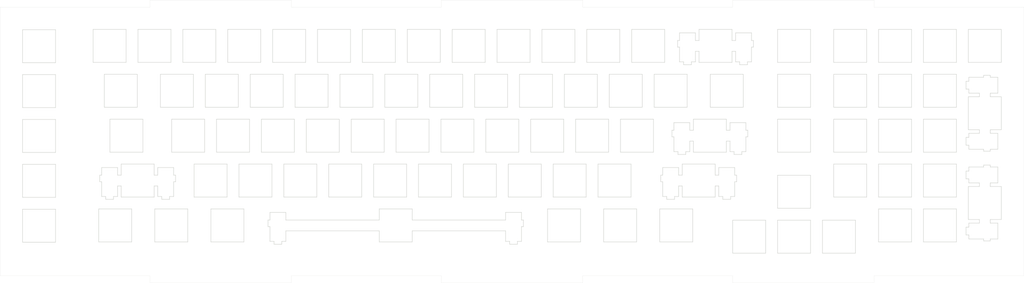
<source format=kicad_pcb>
(kicad_pcb
	(version 20240108)
	(generator "pcbnew")
	(generator_version "8.0")
	(general
		(thickness 1.6)
		(legacy_teardrops no)
	)
	(paper "A0")
	(layers
		(0 "F.Cu" signal)
		(31 "B.Cu" signal)
		(32 "B.Adhes" user "B.Adhesive")
		(33 "F.Adhes" user "F.Adhesive")
		(34 "B.Paste" user)
		(35 "F.Paste" user)
		(36 "B.SilkS" user "B.Silkscreen")
		(37 "F.SilkS" user "F.Silkscreen")
		(38 "B.Mask" user)
		(39 "F.Mask" user)
		(40 "Dwgs.User" user "User.Drawings")
		(41 "Cmts.User" user "User.Comments")
		(42 "Eco1.User" user "User.Eco1")
		(43 "Eco2.User" user "User.Eco2")
		(44 "Edge.Cuts" user)
		(45 "Margin" user)
		(46 "B.CrtYd" user "B.Courtyard")
		(47 "F.CrtYd" user "F.Courtyard")
		(48 "B.Fab" user)
		(49 "F.Fab" user)
		(50 "User.1" user)
		(51 "User.2" user)
		(52 "User.3" user)
		(53 "User.4" user)
		(54 "User.5" user)
		(55 "User.6" user)
		(56 "User.7" user)
		(57 "User.8" user)
		(58 "User.9" user)
	)
	(setup
		(stackup
			(layer "F.SilkS"
				(type "Top Silk Screen")
			)
			(layer "F.Paste"
				(type "Top Solder Paste")
			)
			(layer "F.Mask"
				(type "Top Solder Mask")
				(thickness 0.01)
			)
			(layer "F.Cu"
				(type "copper")
				(thickness 0.035)
			)
			(layer "dielectric 1"
				(type "core")
				(thickness 1.51)
				(material "FR4")
				(epsilon_r 4.5)
				(loss_tangent 0.02)
			)
			(layer "B.Cu"
				(type "copper")
				(thickness 0.035)
			)
			(layer "B.Mask"
				(type "Bottom Solder Mask")
				(thickness 0.01)
			)
			(layer "B.Paste"
				(type "Bottom Solder Paste")
			)
			(layer "B.SilkS"
				(type "Bottom Silk Screen")
			)
			(copper_finish "None")
			(dielectric_constraints no)
		)
		(pad_to_mask_clearance 0)
		(allow_soldermask_bridges_in_footprints no)
		(grid_origin 235.6025 93.955)
		(pcbplotparams
			(layerselection 0x00010fc_ffffffff)
			(plot_on_all_layers_selection 0x0000000_00000000)
			(disableapertmacros no)
			(usegerberextensions no)
			(usegerberattributes yes)
			(usegerberadvancedattributes yes)
			(creategerberjobfile yes)
			(dashed_line_dash_ratio 12.000000)
			(dashed_line_gap_ratio 3.000000)
			(svgprecision 4)
			(plotframeref no)
			(viasonmask no)
			(mode 1)
			(useauxorigin no)
			(hpglpennumber 1)
			(hpglpenspeed 20)
			(hpglpendiameter 15.000000)
			(pdf_front_fp_property_popups yes)
			(pdf_back_fp_property_popups yes)
			(dxfpolygonmode yes)
			(dxfimperialunits yes)
			(dxfusepcbnewfont yes)
			(psnegative no)
			(psa4output no)
			(plotreference yes)
			(plotvalue yes)
			(plotfptext yes)
			(plotinvisibletext no)
			(sketchpadsonfab no)
			(subtractmaskfromsilk no)
			(outputformat 1)
			(mirror no)
			(drillshape 1)
			(scaleselection 1)
			(outputdirectory "")
		)
	)
	(net 0 "")
	(gr_line
		(start 446.50965 174.8652)
		(end 432.51065 174.8652)
		(stroke
			(width 0.2)
			(type default)
		)
		(layer "Edge.Cuts")
		(uuid "0010fe3e-ace3-4e2c-88cd-660f4c2e0a70")
	)
	(gr_line
		(start 479.84765 103.7158)
		(end 479.84765 117.715)
		(stroke
			(width 0.2)
			(type default)
		)
		(layer "Edge.Cuts")
		(uuid "014013b7-9216-4fc2-8b2e-725ba1f8f5dc")
	)
	(gr_line
		(start 579.85965 141.8158)
		(end 579.85965 155.815)
		(stroke
			(width 0.2)
			(type default)
		)
		(layer "Edge.Cuts")
		(uuid "014173b8-62ce-448d-9962-c45ae0b7eda9")
	)
	(gr_line
		(start 359.5025 211.2675)
		(end 299.5025 211.2675)
		(stroke
			(width 0.05)
			(type default)
		)
		(layer "Edge.Cuts")
		(uuid "018b40c7-4d5b-405e-88ca-cc5a4189bc2f")
	)
	(gr_line
		(start 475.37265 122.7658)
		(end 489.37265 122.7658)
		(stroke
			(width 0.2)
			(type default)
		)
		(layer "Edge.Cuts")
		(uuid "01d17449-ca9f-4aca-b623-f00af6b674f2")
	)
	(gr_line
		(start 327.44715 117.715)
		(end 313.44785 117.715)
		(stroke
			(width 0.2)
			(type default)
		)
		(layer "Edge.Cuts")
		(uuid "025ecef9-43d1-4895-a0f7-eaf178b276c2")
	)
	(gr_line
		(start 278.97765 165.5662)
		(end 278.15355 165.5662)
		(stroke
			(width 0.2)
			(type default)
		)
		(layer "Edge.Cuts")
		(uuid "037c38b1-0819-4376-bfec-adbecdf23a72")
	)
	(gr_line
		(start 309.52855 162.3361)
		(end 302.77775 162.3361)
		(stroke
			(width 0.2)
			(type default)
		)
		(layer "Edge.Cuts")
		(uuid "038a8913-b820-4258-b3a9-1580ae48ca67")
	)
	(gr_line
		(start 553.24165 149.3151)
		(end 553.24165 146.5162)
		(stroke
			(width 0.2)
			(type default)
		)
		(layer "Edge.Cuts")
		(uuid "038ef08f-dae8-40cd-bbf4-32ab3ce89524")
	)
	(gr_line
		(start 432.22265 122.7658)
		(end 432.22265 136.765)
		(stroke
			(width 0.2)
			(type default)
		)
		(layer "Edge.Cuts")
		(uuid "03e372b0-df50-4d20-8a23-45473fad991e")
	)
	(gr_line
		(start 513.47265 136.765)
		(end 513.47265 122.7658)
		(stroke
			(width 0.2)
			(type default)
		)
		(layer "Edge.Cuts")
		(uuid "03f81ec4-baf1-48a8-9391-7284bfd41164")
	)
	(gr_line
		(start 350.41665 184.6162)
		(end 349.59065 184.6162)
		(stroke
			(width 0.2)
			(type default)
		)
		(layer "Edge.Cuts")
		(uuid "04c01425-2d95-47f3-9d8e-400c670a5298")
	)
	(gr_line
		(start 355.44065 194.88532)
		(end 355.44065 193.68503)
		(stroke
			(width 0.2)
			(type default)
		)
		(layer "Edge.Cuts")
		(uuid "04f3f32c-eeb0-4925-afe7-cf1ae3fbfafe")
	)
	(gr_line
		(start 584.91165 198.67767)
		(end 584.91165 184.6782)
		(stroke
			(width 0.2)
			(type default)
		)
		(layer "Edge.Cuts")
		(uuid "0571a331-7ab7-4dba-8f9c-d9df8978525f")
	)
	(gr_line
		(start 359.5025 208.2675)
		(end 359.5025 211.2675)
		(stroke
			(width 0.05)
			(type default)
		)
		(layer "Edge.Cuts")
		(uuid "0718560a-7328-4d86-972f-795d8158afe8")
	)
	(gr_line
		(start 356.02265 136.765)
		(end 342.02265 136.765)
		(stroke
			(width 0.2)
			(type default)
		)
		(layer "Edge.Cuts")
		(uuid "07787edc-fc55-448e-92ac-f956041e1305")
	)
	(gr_line
		(start 278.15355 168.365)
		(end 278.97765 168.365)
		(stroke
			(width 0.2)
			(type default)
		)
		(layer "Edge.Cuts")
		(uuid "07a319f2-abea-428e-904e-d47ecbfacf38")
	)
	(gr_line
		(start 302.77775 170.1661)
		(end 302.77775 174.635)
		(stroke
			(width 0.2)
			(type default)
		)
		(layer "Edge.Cuts")
		(uuid "07a449a4-e874-4c0f-b2ad-614b335d6d51")
	)
	(gr_line
		(start 475.08465 141.8158)
		(end 475.08465 155.815)
		(stroke
			(width 0.2)
			(type default)
		)
		(layer "Edge.Cuts")
		(uuid "07d4b681-b13d-4fda-bb5a-0818dc05511d")
	)
	(gr_line
		(start 351.54765 103.7158)
		(end 365.54765 103.7158)
		(stroke
			(width 0.2)
			(type default)
		)
		(layer "Edge.Cuts")
		(uuid "07f77cd7-4e57-4075-915b-05b9033496bf")
	)
	(gr_line
		(start 365.83565 141.8158)
		(end 379.83465 141.8158)
		(stroke
			(width 0.2)
			(type default)
		)
		(layer "Edge.Cuts")
		(uuid "07f8e6a5-0ef0-4223-8f64-45176afaa1e1")
	)
	(gr_line
		(start 517.94765 117.715)
		(end 503.94765 117.715)
		(stroke
			(width 0.2)
			(type default)
		)
		(layer "Edge.Cuts")
		(uuid "083b9b80-68b1-434d-a300-3f0f3086ce94")
	)
	(gr_line
		(start 660.82265 103.7158)
		(end 660.82265 117.715)
		(stroke
			(width 0.2)
			(type default)
		)
		(layer "Edge.Cuts")
		(uuid "08e89061-3bbc-42b0-b4e8-2e1c027c6c32")
	)
	(gr_line
		(start 437.27265 122.7658)
		(end 451.27265 122.7658)
		(stroke
			(width 0.2)
			(type default)
		)
		(layer "Edge.Cuts")
		(uuid "090fd4ec-bb41-4c33-a634-cab22c73b835")
	)
	(gr_line
		(start 355.44065 193.68503)
		(end 357.16665 193.68503)
		(stroke
			(width 0.2)
			(type default)
		)
		(layer "Edge.Cuts")
		(uuid "097818bb-6a16-42dc-917f-ef89f6a97b5b")
	)
	(gr_line
		(start 465.84765 103.7158)
		(end 479.84765 103.7158)
		(stroke
			(width 0.2)
			(type default)
		)
		(layer "Edge.Cuts")
		(uuid "09f6a49d-fe35-4a56-9e02-12239d9a65d2")
	)
	(gr_line
		(start 670.4375 208.2675)
		(end 606.7925 208.2675)
		(stroke
			(width 0.05)
			(type default)
		)
		(layer "Edge.Cuts")
		(uuid "0ab89426-0253-44ff-957e-39ad3c70819f")
	)
	(gr_line
		(start 546.52265 103.7158)
		(end 532.52265 103.7158)
		(stroke
			(width 0.2)
			(type default)
		)
		(layer "Edge.Cuts")
		(uuid "0b7249a8-bc1d-456a-be39-c4c784e96fb5")
	)
	(gr_line
		(start 645.85465 187.641)
		(end 645.85465 190.94)
		(stroke
			(width 0.2)
			(type default)
		)
		(layer "Edge.Cuts")
		(uuid "0cdfd719-0368-4d77-9da9-08a13a7fbc4c")
	)
	(gr_line
		(start 494.13465 155.815)
		(end 480.13565 155.815)
		(stroke
			(width 0.2)
			(type default)
		)
		(layer "Edge.Cuts")
		(uuid "0cfda0fc-1ac2-48b1-8de6-889b5f44da85")
	)
	(gr_line
		(start 521.86665 146.5162)
		(end 521.04065 146.5162)
		(stroke
			(width 0.2)
			(type default)
		)
		(layer "Edge.Cuts")
		(uuid "0e6abbcf-21fe-44ef-9574-1f68f20d7bd9")
	)
	(gr_line
		(start 506.04065 179.9157)
		(end 506.04065 193.91518)
		(stroke
			(width 0.2)
			(type default)
		)
		(layer "Edge.Cuts")
		(uuid "0f17bcac-e44c-439d-a283-4340076fb62d")
	)
	(gr_line
		(start 275.34785 103.7158)
		(end 289.34715 103.7158)
		(stroke
			(width 0.2)
			(type default)
		)
		(layer "Edge.Cuts")
		(uuid "10787863-e83d-44c6-8a36-9ca9e764a5bf")
	)
	(gr_line
		(start 484.89765 117.715)
		(end 484.89765 103.7158)
		(stroke
			(width 0.2)
			(type default)
		)
		(layer "Edge.Cuts")
		(uuid "1085fd67-d267-4d3f-9186-467d7dbd1917")
	)
	(gr_line
		(start 513.18465 141.8158)
		(end 513.18465 155.815)
		(stroke
			(width 0.2)
			(type default)
		)
		(layer "Edge.Cuts")
		(uuid "110ce94c-5e3e-44aa-87df-21f4c60455e7")
	)
	(gr_line
		(start 287.25275 170.1661)
		(end 287.25275 174.8652)
		(stroke
			(width 0.2)
			(type default)
		)
		(layer "Edge.Cuts")
		(uuid "11883f72-94a7-4a80-8189-9b6f3a368b9e")
	)
	(gr_line
		(start 399.17265 122.7658)
		(end 413.17265 122.7658)
		(stroke
			(width 0.2)
			(type default)
		)
		(layer "Edge.Cuts")
		(uuid "12424676-6256-42e3-99d6-863bb2beb6e5")
	)
	(gr_line
		(start 525.37765 160.8658)
		(end 525.37765 165.5662)
		(stroke
			(width 0.2)
			(type default)
		)
		(layer "Edge.Cuts")
		(uuid "12587778-348d-4e7c-ac12-10c140bf2f5f")
	)
	(gr_line
		(start 589.67465 122.7658)
		(end 603.67265 122.7658)
		(stroke
			(width 0.2)
			(type default)
		)
		(layer "Edge.Cuts")
		(uuid "127a1abb-6b1e-4917-95a8-ffa33c285c61")
	)
	(gr_line
		(start 553.07265 117.485)
		(end 554.79765 117.485)
		(stroke
			(width 0.2)
			(type default)
		)
		(layer "Edge.Cuts")
		(uuid "129a937e-68ee-47ca-97f9-89d34a319bc8")
	)
	(gr_line
		(start 432.22265 136.765)
		(end 418.22265 136.765)
		(stroke
			(width 0.2)
			(type default)
		)
		(layer "Edge.Cuts")
		(uuid "13e2d155-18a3-4334-a3da-3b70d1a911ec")
	)
	(gr_line
		(start 451.56065 160.8658)
		(end 465.55965 160.8658)
		(stroke
			(width 0.2)
			(type default)
		)
		(layer "Edge.Cuts")
		(uuid "151283f9-f51f-4757-bada-53485244c864")
	)
	(gr_line
		(start 307.80345 175.8353)
		(end 307.80345 174.635)
		(stroke
			(width 0.2)
			(type default)
		)
		(layer "Edge.Cuts")
		(uuid "16481176-d784-4b69-9f14-7c4a3db35468")
	)
	(gr_line
		(start 456.03465 141.8158)
		(end 456.03465 155.815)
		(stroke
			(width 0.2)
			(type default)
		)
		(layer "Edge.Cuts")
		(uuid "1670678f-604e-448f-8be0-1b7faddc353b")
	)
	(gr_line
		(start 608.72465 193.91518)
		(end 608.72465 179.9157)
		(stroke
			(width 0.2)
			(type default)
		)
		(layer "Edge.Cuts")
		(uuid "19d90a67-d537-4ca8-928f-c6ec1f969139")
	)
	(gr_line
		(start 656.12365 192.66529)
		(end 659.35165 192.66529)
		(stroke
			(width 0.2)
			(type default)
		)
		(layer "Edge.Cuts")
		(uuid "1a84832c-1a3d-40e7-931d-6fb1b9cb1536")
	)
	(gr_line
		(start 380.12265 122.7658)
		(end 394.12265 122.7658)
		(stroke
			(width 0.2)
			(type default)
		)
		(layer "Edge.Cuts")
		(uuid "1a8bc178-7f12-4b1c-84e8-02e4740ea6b9")
	)
	(gr_line
		(start 554.79765 111.2151)
		(end 555.62165 111.2151)
		(stroke
			(width 0.2)
			(type default)
		)
		(layer "Edge.Cuts")
		(uuid "1ab1cea6-2b46-435d-8e88-1a8a7612654d")
	)
	(gr_line
		(start 651.52365 168.8652)
		(end 651.52365 170.3907)
		(stroke
			(width 0.2)
			(type default)
		)
		(layer "Edge.Cuts")
		(uuid "1b96732f-4802-4764-800a-7755bbde488d")
	)
	(gr_line
		(start 422.98565 141.8158)
		(end 436.98465 141.8158)
		(stroke
			(width 0.2)
			(type default)
		)
		(layer "Edge.Cuts")
		(uuid "1bd1e0c7-1a66-4968-b2a9-af0942a16c16")
	)
	(gr_line
		(start 622.72265 179.9157)
		(end 622.72265 193.91518)
		(stroke
			(width 0.2)
			(type default)
		)
		(layer "Edge.Cuts")
		(uuid "1cd6ca8e-88ae-4c38-9e12-d40d232c29a7")
	)
	(gr_line
		(start 398.88465 141.8158)
		(end 398.88465 155.815)
		(stroke
			(width 0.2)
			(type default)
		)
		(layer "Edge.Cuts")
		(uuid "1d36179e-de0c-4c54-b786-3d56b008624d")
	)
	(gr_line
		(start 603.67265 141.8158)
		(end 603.67265 155.815)
		(stroke
			(width 0.2)
			(type default)
		)
		(layer "Edge.Cuts")
		(uuid "1d75f004-5bec-4d2f-9fc8-26e8a7ccbf2a")
	)
	(gr_line
		(start 302.77775 174.635)
		(end 304.50285 174.635)
		(stroke
			(width 0.2)
			(type default)
		)
		(layer "Edge.Cuts")
		(uuid "200722ff-6941-4f09-9c33-3a178b979045")
	)
	(gr_line
		(start 660.82265 146.29)
		(end 660.82265 132.2908)
		(stroke
			(width 0.2)
			(type default)
		)
		(layer "Edge.Cuts")
		(uuid "2011a513-6958-46a1-90b7-9537487b7cf4")
	)
	(gr_line
		(start 547.65365 174.635)
		(end 547.65365 168.365)
		(stroke
			(width 0.2)
			(type default)
		)
		(layer "Edge.Cuts")
		(uuid "2040475b-4d40-4c6d-9c6d-e60c26a3d504")
	)
	(gr_line
		(start 656.12365 193.49072)
		(end 656.12365 192.66529)
		(stroke
			(width 0.2)
			(type default)
		)
		(layer "Edge.Cuts")
		(uuid "208d3bb6-2d58-4c25-a0fe-67d8b8078f79")
	)
	(gr_line
		(start 530.99765 113.016)
		(end 532.52265 113.016)
		(stroke
			(width 0.2)
			(type default)
		)
		(layer "Edge.Cuts")
		(uuid "208f0c5a-1c94-4c67-9202-e3fbf190bcf1")
	)
	(gr_line
		(start 282.49165 155.815)
		(end 282.49165 141.8158)
		(stroke
			(width 0.2)
			(type default)
		)
		(layer "Edge.Cuts")
		(uuid "2153f1ce-58a1-4c4a-90f9-bab3b21ddd98")
	)
	(gr_line
		(start 296.49095 141.8158)
		(end 296.49095 155.815)
		(stroke
			(width 0.2)
			(type default)
		)
		(layer "Edge.Cuts")
		(uuid "222ef7f5-6104-4e33-b3be-d78bf0addf94")
	)
	(gr_line
		(start 489.66065 174.8652)
		(end 489.66065 160.8658)
		(stroke
			(width 0.2)
			(type default)
		)
		(layer "Edge.Cuts")
		(uuid "2230871e-8027-4730-9198-f372d443e4bb")
	)
	(gr_line
		(start 523.59165 156.7852)
		(end 526.89065 156.7852)
		(stroke
			(width 0.2)
			(type default)
		)
		(layer "Edge.Cuts")
		(uuid "22a1c472-e07e-4902-955c-3319629d2213")
	)
	(gr_line
		(start 525.37765 165.5662)
		(end 523.85365 165.5662)
		(stroke
			(width 0.2)
			(type default)
		)
		(layer "Edge.Cuts")
		(uuid "22baf69f-c688-45c5-ad71-ad6e2cef3a8f")
	)
	(gr_line
		(start 336.97265 122.7658)
		(end 336.97265 136.765)
		(stroke
			(width 0.2)
			(type default)
		)
		(layer "Edge.Cuts")
		(uuid "24d0b9d2-32d1-4c88-87bf-35c4abd77aca")
	)
	(gr_line
		(start 299.5025 94.255)
		(end 299.5025 91.255)
		(stroke
			(width 0.05)
			(type default)
		)
		(layer "Edge.Cuts")
		(uuid "25082177-91da-4a4b-b170-134f814904a2")
	)
	(gr_line
		(start 565.86065 198.67767)
		(end 565.86065 184.6782)
		(stroke
			(width 0.2)
			(type default)
		)
		(layer "Edge.Cuts")
		(uuid "2535a583-f476-4211-ace9-df557c427744")
	)
	(gr_line
		(start 302.77775 162.3361)
		(end 302.77775 165.5662)
		(stroke
			(width 0.2)
			(type default)
		)
		(layer "Edge.Cuts")
		(uuid "2552b940-b66f-4b09-82c3-56452348711a")
	)
	(gr_line
		(start 651.52365 170.3907)
		(end 646.82465 170.3907)
		(stroke
			(width 0.2)
			(type default)
		)
		(layer "Edge.Cuts")
		(uuid "25e61fa6-0b99-462c-9919-664162313e80")
	)
	(gr_line
		(start 656.12365 161.2902)
		(end 653.32265 161.2902)
		(stroke
			(width 0.2)
			(type default)
		)
		(layer "Edge.Cuts")
		(uuid "2667e10a-cd23-41ab-8cd4-3811d1b5bbc2")
	)
	(gr_line
		(start 294.10965 122.7658)
		(end 294.10965 136.765)
		(stroke
			(width 0.2)
			(type default)
		)
		(layer "Edge.Cuts")
		(uuid "271a3fe6-c37f-49b1-996b-8e7b9b6149ea")
	)
	(gr_line
		(start 579.85965 136.765)
		(end 565.86065 136.765)
		(stroke
			(width 0.2)
			(type default)
		)
		(layer "Edge.Cuts")
		(uuid "2830d4db-656c-45f3-afb5-a0450a8d2929")
	)
	(gr_line
		(start 299.5025 91.255)
		(end 359.5025 91.255)
		(stroke
			(width 0.05)
			(type default)
		)
		(layer "Edge.Cuts")
		(uuid "2858f920-2094-4d15-94b4-bb9adb55882e")
	)
	(gr_line
		(start 284.00325 175.8353)
		(end 284.00325 174.635)
		(stroke
			(width 0.2)
			(type default)
		)
		(layer "Edge.Cuts")
		(uuid "286a422b-f0ee-42f8-91dd-4f4e3454f474")
	)
	(gr_line
		(start 645.85465 190.94)
		(end 647.04965 190.94)
		(stroke
			(width 0.2)
			(type default)
		)
		(layer "Edge.Cuts")
		(uuid "2881eb3a-dcde-4a85-aafb-de0da3ce0a37")
	)
	(gr_line
		(start 446.79765 117.715)
		(end 446.79765 103.7158)
		(stroke
			(width 0.2)
			(type default)
		)
		(layer "Edge.Cuts")
		(uuid "28a8b9e5-bef3-4222-b158-839479210bcc")
	)
	(gr_line
		(start 289.34715 103.7158)
		(end 289.34715 117.715)
		(stroke
			(width 0.2)
			(type default)
		)
		(layer "Edge.Cuts")
		(uuid "28ab099c-0edc-4228-b7cf-7afcc2fba9bc")
	)
	(gr_line
		(start 465.84765 117.715)
		(end 465.84765 103.7158)
		(stroke
			(width 0.2)
			(type default)
		)
		(layer "Edge.Cuts")
		(uuid "28bf4ea7-17b0-4f11-8ded-87cf55649123")
	)
	(gr_line
		(start 546.80865 184.6782)
		(end 560.80965 184.6782)
		(stroke
			(width 0.2)
			(type default)
		)
		(layer "Edge.Cuts")
		(uuid "29232b0c-c989-41f4-91be-a17a98cfaf93")
	)
	(gr_line
		(start 492.04165 179.9157)
		(end 506.04065 179.9157)
		(stroke
			(width 0.2)
			(type default)
		)
		(layer "Edge.Cuts")
		(uuid "2938b3a4-bd47-4ca5-948d-5cbbb711172f")
	)
	(gr_line
		(start 359.5025 94.255)
		(end 423.1475 94.255)
		(stroke
			(width 0.05)
			(type default)
		)
		(layer "Edge.Cuts")
		(uuid "29401a15-106c-42a5-b53a-3b640b994d94")
	)
	(gr_line
		(start 357.16665 189.2161)
		(end 396.79165 189.2161)
		(stroke
			(width 0.2)
			(type default)
		)
		(layer "Edge.Cuts")
		(uuid "29898c81-64f2-495f-88c9-ac77063d1707")
	)
	(gr_line
		(start 303.92285 136.765)
		(end 303.92285 122.7658)
		(stroke
			(width 0.2)
			(type default)
		)
		(layer "Edge.Cuts")
		(uuid "2adc7414-825e-499e-9b89-3e3182c2c2c6")
	)
	(gr_line
		(start 308.39715 103.7158)
		(end 308.39715 117.715)
		(stroke
			(width 0.2)
			(type default)
		)
		(layer "Edge.Cuts")
		(uuid "2b7353dc-e844-4660-ae30-6cb87f14c906")
	)
	(gr_line
		(start 528.61665 155.585)
		(end 528.61665 151.116)
		(stroke
			(width 0.2)
			(type default)
		)
		(layer "Edge.Cuts")
		(uuid "2b8d450c-9298-45eb-bcf8-ab59f8203ad0")
	)
	(gr_line
		(start 327.44715 103.7158)
		(end 327.44715 117.715)
		(stroke
			(width 0.2)
			(type default)
		)
		(layer "Edge.Cuts")
		(uuid "2b91c6c4-3757-4ca4-88dc-68fd812777b0")
	)
	(gr_line
		(start 280.70265 174.635)
		(end 280.70265 175.8353)
		(stroke
			(width 0.2)
			(type default)
		)
		(layer "Edge.Cuts")
		(uuid "2bb6d425-afb8-4fd5-8089-3a1d1378def3")
	)
	(gr_line
		(start 259.4075 180.0353)
		(end 259.4075 194.03478)
		(stroke
			(width 0.2)
			(type default)
		)
		(layer "Edge.Cuts")
		(uuid "2bb99009-84c9-4601-8388-83d8ee00a374")
	)
	(gr_line
		(start 460.79765 103.7158)
		(end 460.79765 117.715)
		(stroke
			(width 0.2)
			(type default)
		)
		(layer "Edge.Cuts")
		(uuid "2bf40b03-fef2-4655-8ba7-28843c415021")
	)
	(gr_line
		(start 553.07265 118.6852)
		(end 553.07265 117.485)
		(stroke
			(width 0.2)
			(type default)
		)
		(layer "Edge.Cuts")
		(uuid "2bfc3b00-77f3-41a1-8cbe-b1508b54f9a1")
	)
	(gr_line
		(start 659.35165 168.8652)
		(end 659.35165 162.1157)
		(stroke
			(width 0.2)
			(type default)
		)
		(layer "Edge.Cuts")
		(uuid "2c329f4e-49dc-4a87-a625-48193f4d766a")
	)
	(gr_line
		(start 301.54165 179.9157)
		(end 315.54095 179.9157)
		(stroke
			(width 0.2)
			(type default)
		)
		(layer "Edge.Cuts")
		(uuid "2c8eafdf-54e9-4936-a50f-671636380022")
	)
	(gr_line
		(start 539.37865 170.1661)
		(end 540.90265 170.1661)
		(stroke
			(width 0.2)
			(type default)
		)
		(layer "Edge.Cuts")
		(uuid "2cc6ec6e-6c9f-41f3-9d4c-91b46eb49963")
	)
	(gr_line
		(start 517.94765 103.7158)
		(end 517.94765 117.715)
		(stroke
			(width 0.2)
			(type default)
		)
		(layer "Edge.Cuts")
		(uuid "2cd1c85e-4955-4405-ab69-7a1bd07b82d0")
	)
	(gr_line
		(start 659.35165 185.9157)
		(end 656.12365 185.9157)
		(stroke
			(width 0.2)
			(type default)
		)
		(layer "Edge.Cuts")
		(uuid "2d92619f-33f6-453b-8c3f-0fef77d5f51c")
	)
	(gr_line
		(start 542.62765 175.8353)
		(end 545.92865 175.8353)
		(stroke
			(width 0.2)
			(type default)
		)
		(layer "Edge.Cuts")
		(uuid "2de7dbc3-d905-4348-99aa-6f912492b0ca")
	)
	(gr_line
		(start 653.32265 123.1902)
		(end 653.32265 124.0157)
		(stroke
			(width 0.2)
			(type default)
		)
		(layer "Edge.Cuts")
		(uuid "2e5e586c-3938-4b17-8303-b17b2a90b223")
	)
	(gr_line
		(start 332.49765 117.715)
		(end 332.49765 103.7158)
		(stroke
			(width 0.2)
			(type default)
		)
		(layer "Edge.Cuts")
		(uuid "2e7d98fd-b23b-450f-bb9b-6e6fb8fd8294")
	)
	(gr_line
		(start 551.28465 122.7658)
		(end 551.28465 136.765)
		(stroke
			(width 0.2)
			(type default)
		)
		(layer "Edge.Cuts")
		(uuid "2f4e9cdb-b0b6-4842-b54e-c9b51101e968")
	)
	(gr_line
		(start 365.54765 117.715)
		(end 351.54765 117.715)
		(stroke
			(width 0.2)
			(type default)
		)
		(layer "Edge.Cuts")
		(uuid "2f4fcd71-5581-4ffd-816b-a1bbfafac8c0")
	)
	(gr_line
		(start 245.40795 160.9854)
		(end 259.4075 160.9854)
		(stroke
			(width 0.2)
			(type default)
		)
		(layer "Edge.Cuts")
		(uuid "2fb74631-4365-4669-abf3-8772cc2e5c7b")
	)
	(gr_line
		(start 656.12365 184.3902)
		(end 660.82265 184.3902)
		(stroke
			(width 0.2)
			(type default)
		)
		(layer "Edge.Cuts")
		(uuid "2fcf74c1-645c-47e6-a4b8-a1c2a191fd68")
	)
	(gr_line
		(start 484.60965 160.8658)
		(end 484.60965 174.8652)
		(stroke
			(width 0.2)
			(type default)
		)
		(layer "Edge.Cuts")
		(uuid "2fdad248-f799-4284-9998-d6d617c7b83e")
	)
	(gr_line
		(start 304.50285 175.8353)
		(end 307.80345 175.8353)
		(stroke
			(width 0.2)
			(type default)
		)
		(layer "Edge.Cuts")
		(uuid "2fdad445-2305-436d-bd39-a9107be5a035")
	)
	(gr_line
		(start 259.4075 174.9848)
		(end 245.40795 174.9848)
		(stroke
			(width 0.2)
			(type default)
		)
		(layer "Edge.Cuts")
		(uuid "30af2dd0-0411-4a43-9d5e-2cb82de5ab24")
	)
	(gr_line
		(start 408.69765 103.7158)
		(end 422.69765 103.7158)
		(stroke
			(width 0.2)
			(type default)
		)
		(layer "Edge.Cuts")
		(uuid "30c90fcb-99f6-432d-a9ae-f340b9c7e394")
	)
	(gr_line
		(start 530.99765 108.4162)
		(end 530.99765 105.1861)
		(stroke
			(width 0.2)
			(type default)
		)
		(layer "Edge.Cuts")
		(uuid "316bb3aa-a71a-407a-9d78-186de036af8b")
	)
	(gr_line
		(start 523.85365 162.3361)
		(end 517.10265 162.3361)
		(stroke
			(width 0.2)
			(type default)
		)
		(layer "Edge.Cuts")
		(uuid "31e5e425-dbc5-4ef2-b4bd-6b35a65c99e2")
	)
	(gr_line
		(start 294.39785 103.7158)
		(end 308.39715 103.7158)
		(stroke
			(width 0.2)
			(type default)
		)
		(layer "Edge.Cuts")
		(uuid "322ee67e-c899-4a29-83dd-32162576e7c0")
	)
	(gr_line
		(start 277.72775 193.91518)
		(end 277.72775 179.9157)
		(stroke
			(width 0.2)
			(type default)
		)
		(layer "Edge.Cuts")
		(uuid "33a36746-33bb-4786-a2bf-76fec14c6449")
	)
	(gr_line
		(start 526.89065 155.585)
		(end 528.61665 155.585)
		(stroke
			(width 0.2)
			(type default)
		)
		(layer "Edge.Cuts")
		(uuid "340596cc-f890-4bac-b41c-909262c575e4")
	)
	(gr_line
		(start 641.77265 155.815)
		(end 627.77465 155.815)
		(stroke
			(width 0.2)
			(type default)
		)
		(layer "Edge.Cuts")
		(uuid "341e2a09-cd6e-43b4-9305-04267a11452d")
	)
	(gr_line
		(start 296.49095 155.815)
		(end 282.49165 155.815)
		(stroke
			(width 0.2)
			(type default)
		)
		(layer "Edge.Cuts")
		(uuid "34498fde-5867-49f4-bc2d-dd06786a7b3f")
	)
	(gr_line
		(start 285.72875 162.3361)
		(end 278.97765 162.3361)
		(stroke
			(width 0.2)
			(type default)
		)
		(layer "Edge.Cuts")
		(uuid "357cc9aa-9fe5-4587-8ef0-937196960739")
	)
	(gr_line
		(start 322.68465 141.8158)
		(end 322.68465 155.815)
		(stroke
			(width 0.2)
			(type default)
		)
		(layer "Edge.Cuts")
		(uuid "35bda41a-2314-4a8a-828b-ccb0a838c349")
	)
	(gr_line
		(start 457.99165 187.415)
		(end 457.99165 184.6162)
		(stroke
			(width 0.2)
			(type default)
		)
		(layer "Edge.Cuts")
		(uuid "3638186d-23db-4ea5-b7c8-386c7ab031aa")
	)
	(gr_line
		(start 530.99765 117.485)
		(end 530.99765 113.016)
		(stroke
			(width 0.2)
			(type default)
		)
		(layer "Edge.Cuts")
		(uuid "36646758-7e5a-477e-ad75-5ebec3ad42ca")
	)
	(gr_line
		(start 589.67465 117.715)
		(end 589.67465 103.7158)
		(stroke
			(width 0.2)
			(type default)
		)
		(layer "Edge.Cuts")
		(uuid "366fa031-0364-4e9d-b660-ebe0c4fb3478")
	)
	(gr_line
		(start 646.82465 146.29)
		(end 651.52365 146.29)
		(stroke
			(width 0.2)
			(type default)
		)
		(layer "Edge.Cuts")
		(uuid "36951796-d2c0-4c3e-a16f-b3d261dd4004")
	)
	(gr_line
		(start 528.61665 143.2861)
		(end 521.86665 143.2861)
		(stroke
			(width 0.2)
			(type default)
		)
		(layer "Edge.Cuts")
		(uuid "369dba40-ab12-4a1c-a674-0457654e9417")
	)
	(gr_line
		(start 322.97285 136.765)
		(end 322.97285 122.7658)
		(stroke
			(width 0.2)
			(type default)
		)
		(layer "Edge.Cuts")
		(uuid "36c12f2a-6112-4c26-a35e-55d174b23d32")
	)
	(gr_line
		(start 277.72775 179.9157)
		(end 291.72845 179.9157)
		(stroke
			(width 0.2)
			(type default)
		)
		(layer "Edge.Cuts")
		(uuid "36d00e0e-d0aa-452e-887f-55884b0e3192")
	)
	(gr_line
		(start 394.41065 160.8658)
		(end 408.40965 160.8658)
		(stroke
			(width 0.2)
			(type default)
		)
		(layer "Edge.Cuts")
		(uuid "36f1a3b0-ceae-4bd9-b54f-91e3d4b18eac")
	)
	(gr_line
		(start 284.00325 174.635)
		(end 285.72875 174.635)
		(stroke
			(width 0.2)
			(type default)
		)
		(layer "Edge.Cuts")
		(uuid "3722856a-d68a-4551-b7f2-cb6de9061570")
	)
	(gr_line
		(start 423.1475 208.2675)
		(end 359.5025 208.2675)
		(stroke
			(width 0.05)
			(type default)
		)
		(layer "Edge.Cuts")
		(uuid "379a6b97-a3a9-4e79-9d1e-6c90eff20a1e")
	)
	(gr_line
		(start 351.54765 117.715)
		(end 351.54765 103.7158)
		(stroke
			(width 0.2)
			(type default)
		)
		(layer "Edge.Cuts")
		(uuid "37c6e580-eaef-45f0-ad11-caaf17369c3c")
	)
	(gr_line
		(start 641.77265 160.8658)
		(end 641.77265 174.8652)
		(stroke
			(width 0.2)
			(type default)
		)
		(layer "Edge.Cuts")
		(uuid "37ef1a81-5bb7-49cb-a263-15e14530a7b9")
	)
	(gr_line
		(start 483.1475 94.255)
		(end 546.7925 94.255)
		(stroke
			(width 0.05)
			(type default)
		)
		(layer "Edge.Cuts")
		(uuid "38bebb8e-017d-45b0-baed-4a1c93777d14")
	)
	(gr_line
		(start 656.12365 154.5651)
		(end 659.35165 154.5651)
		(stroke
			(width 0.2)
			(type default)
		)
		(layer "Edge.Cuts")
		(uuid "39c1f294-ed04-4c38-bbb8-9544b2fcd4a6")
	)
	(gr_line
		(start 418.22265 122.7658)
		(end 432.22265 122.7658)
		(stroke
			(width 0.2)
			(type default)
		)
		(layer "Edge.Cuts")
		(uuid "39ce2bb4-1123-4203-ba4e-e063467b4067")
	)
	(gr_line
		(start 508.42265 136.765)
		(end 494.42265 136.765)
		(stroke
			(width 0.2)
			(type default)
		)
		(layer "Edge.Cuts")
		(uuid "3a253846-0c65-4ef9-a835-7b18e1393de1")
	)
	(gr_line
		(start 346.49765 117.715)
		(end 332.49765 117.715)
		(stroke
			(width 0.2)
			(type default)
		)
		(layer "Edge.Cuts")
		(uuid "3a775f8c-8dbd-49a3-9b4b-3b0c884cfc74")
	)
	(gr_line
		(start 427.45965 160.8658)
		(end 427.45965 174.8652)
		(stroke
			(width 0.2)
			(type default)
		)
		(layer "Edge.Cuts")
		(uuid "3b735af5-a715-41eb-97f8-51b0b1c37af7")
	)
	(gr_line
		(start 339.35365 193.91518)
		(end 325.35275 193.91518)
		(stroke
			(width 0.2)
			(type default)
		)
		(layer "Edge.Cuts")
		(uuid "3b927da2-2383-4d93-877a-4914c37006b1")
	)
	(gr_line
		(start 456.32265 122.7658)
		(end 470.32265 122.7658)
		(stroke
			(width 0.2)
			(type default)
		)
		(layer "Edge.Cuts")
		(uuid "3c76cb98-533f-4885-af63-b46b18f82ff7")
	)
	(gr_line
		(start 299.5025 211.2675)
		(end 299.5025 208.2675)
		(stroke
			(width 0.05)
			(type default)
		)
		(layer "Edge.Cuts")
		(uuid "3ca60439-ec41-4d81-a54f-76c4fa578515")
	)
	(gr_line
		(start 384.88565 141.8158)
		(end 398.88465 141.8158)
		(stroke
			(width 0.2)
			(type default)
		)
		(layer "Edge.Cuts")
		(uuid "3cc2a45c-8091-46ba-9f89-ccc5128113fa")
	)
	(gr_line
		(start 403.64765 117.715)
		(end 389.64765 117.715)
		(stroke
			(width 0.2)
			(type default)
		)
		(layer "Edge.Cuts")
		(uuid "3d0b0923-c9b0-4c8a-97cc-609967af77fe")
	)
	(gr_line
		(start 656.12365 155.3907)
		(end 656.12365 154.5651)
		(stroke
			(width 0.2)
			(type default)
		)
		(layer "Edge.Cuts")
		(uuid "3d964dc1-1977-4abd-8267-89c5e1efa472")
	)
	(gr_line
		(start 318.21035 174.8652)
		(end 318.21035 160.8658)
		(stroke
			(width 0.2)
			(type default)
		)
		(layer "Edge.Cuts")
		(uuid "3dc9d758-5474-4ab3-b4cb-158cc2385f8d")
	)
	(gr_line
		(start 413.17265 136.765)
		(end 399.17265 136.765)
		(stroke
			(width 0.2)
			(type default)
		)
		(layer "Edge.Cuts")
		(uuid "3f1b22d1-90ed-4e1e-b48b-cbc5a01525cf")
	)
	(gr_line
		(start 525.37765 170.1661)
		(end 525.37765 174.8652)
		(stroke
			(width 0.2)
			(type default)
		)
		(layer "Edge.Cuts")
		(uuid "3f772e9b-a834-4031-93d1-8fc14245db72")
	)
	(gr_line
		(start 544.14065 146.5162)
		(end 544.14065 141.8158)
		(stroke
			(width 0.2)
			(type default)
		)
		(layer "Edge.Cuts")
		(uuid "409c6fb3-507c-4be4-8e87-5d6320f69b65")
	)
	(gr_line
		(start 384.88565 155.815)
		(end 384.88565 141.8158)
		(stroke
			(width 0.2)
			(type default)
		)
		(layer "Edge.Cuts")
		(uuid "41bff7b1-09fa-441b-953b-bc814022e1d0")
	)
	(gr_line
		(start 622.72265 136.765)
		(end 608.72465 136.765)
		(stroke
			(width 0.2)
			(type default)
		)
		(layer "Edge.Cuts")
		(uuid "4232b1a4-181c-46da-bd20-fc10d0cc3472")
	)
	(gr_line
		(start 516.27865 165.5662)
		(end 516.27865 168.365)
		(stroke
			(width 0.2)
			(type default)
		)
		(layer "Edge.Cuts")
		(uuid "423632e5-5f46-4b10-b1b0-a4d54ad2581c")
	)
	(gr_line
		(start 627.77465 141.8158)
		(end 641.77265 141.8158)
		(stroke
			(width 0.2)
			(type default)
		)
		(layer "Edge.Cuts")
		(uuid "4239d524-277f-4ecf-bccc-a9c7cf802e73")
	)
	(gr_line
		(start 589.67465 155.815)
		(end 589.67465 141.8158)
		(stroke
			(width 0.2)
			(type default)
		)
		(layer "Edge.Cuts")
		(uuid "428cc14c-1873-43c6-bfbe-c87c075d4829")
	)
	(gr_line
		(start 410.79065 179.9157)
		(end 396.79165 179.9157)
		(stroke
			(width 0.2)
			(type default)
		)
		(layer "Edge.Cuts")
		(uuid "42e32f4d-cc63-41d9-b546-d654aeb8e353")
	)
	(gr_line
		(start 603.67265 103.7158)
		(end 603.67265 117.715)
		(stroke
			(width 0.2)
			(type default)
		)
		(layer "Edge.Cuts")
		(uuid "4300f621-c5aa-457c-bacf-20bb0fdda16a")
	)
	(gr_line
		(start 603.67265 136.765)
		(end 589.67465 136.765)
		(stroke
			(width 0.2)
			(type default)
		)
		(layer "Edge.Cuts")
		(uuid "43e09d15-4d20-4026-9f14-4a2fb5b4ebe6")
	)
	(gr_line
		(start 457.16565 187.415)
		(end 457.99165 187.415)
		(stroke
			(width 0.2)
			(type default)
		)
		(layer "Edge.Cuts")
		(uuid "44d48dd7-f917-47e1-a038-7ad6a427ca3e")
	)
	(gr_line
		(start 565.86065 136.765)
		(end 565.86065 122.7658)
		(stroke
			(width 0.2)
			(type default)
		)
		(layer "Edge.Cuts")
		(uuid "44e5ed98-1b0d-4f08-a7ec-bfdc828e4c85")
	)
	(gr_line
		(start 546.52265 108.4162)
		(end 546.52265 103.7158)
		(stroke
			(width 0.2)
			(type default)
		)
		(layer "Edge.Cuts")
		(uuid "4529dd66-431c-4a85-886d-b05781cc3a5a")
	)
	(gr_line
		(start 437.27265 136.765)
		(end 437.27265 122.7658)
		(stroke
			(width 0.2)
			(type default)
		)
		(layer "Edge.Cuts")
		(uuid "45ba4201-cc2a-4250-a677-41a3cc2c3905")
	)
	(gr_line
		(start 641.77265 179.9157)
		(end 641.77265 193.91518)
		(stroke
			(width 0.2)
			(type default)
		)
		(layer "Edge.Cuts")
		(uuid "45dd3b7a-fac6-46fd-a18e-0eb25c18a908")
	)
	(gr_line
		(start 565.86065 165.6283)
		(end 579.85965 165.6283)
		(stroke
			(width 0.2)
			(type default)
		)
		(layer "Edge.Cuts")
		(uuid "460e6a3d-9503-4405-a0b5-5720702310aa")
	)
	(gr_line
		(start 484.89765 103.7158)
		(end 498.89765 103.7158)
		(stroke
			(width 0.2)
			(type default)
		)
		(layer "Edge.Cuts")
		(uuid "46288e50-a011-43af-9ead-617937158071")
	)
	(gr_line
		(start 301.25345 170.1661)
		(end 302.77775 170.1661)
		(stroke
			(width 0.2)
			(type default)
		)
		(layer "Edge.Cuts")
		(uuid "468b8527-1d3f-485e-8999-fb331776c724")
	)
	(gr_line
		(start 361.07265 122.7658)
		(end 375.07265 122.7658)
		(stroke
			(width 0.2)
			(type default)
		)
		(layer "Edge.Cuts")
		(uuid "487ba029-ace6-4ffd-83ab-29e4016ab9f4")
	)
	(gr_line
		(start 545.92865 175.8353)
		(end 545.92865 174.635)
		(stroke
			(width 0.2)
			(type default)
		)
		(layer "Edge.Cuts")
		(uuid "48e1a13e-7a6d-4ccf-9bf7-2383b331961d")
	)
	(gr_line
		(start 513.18465 155.815)
		(end 499.18565 155.815)
		(stroke
			(width 0.2)
			(type default)
		)
		(layer "Edge.Cuts")
		(uuid "48e412b1-5fa8-49fb-b323-ecd52b51db75")
	)
	(gr_line
		(start 461.08565 155.815)
		(end 461.08565 141.8158)
		(stroke
			(width 0.2)
			(type default)
		)
		(layer "Edge.Cuts")
		(uuid "49a7ee41-af3f-4173-acd7-082c36a86e9a")
	)
	(gr_line
		(start 410.79065 193.91518)
		(end 410.79065 189.2161)
		(stroke
			(width 0.2)
			(type default)
		)
		(layer "Edge.Cuts")
		(uuid "4a3dba18-b92e-4689-a87f-84ebb836c2ed")
	)
	(gr_line
		(start 579.85965 103.7158)
		(end 579.85965 117.715)
		(stroke
			(width 0.2)
			(type default)
		)
		(layer "Edge.Cuts")
		(uuid "4a671ed2-b2f1-4e2b-bc11-5651c722df21")
	)
	(gr_line
		(start 565.86065 117.715)
		(end 565.86065 103.7158)
		(stroke
			(width 0.2)
			(type default)
		)
		(layer "Edge.Cuts")
		(uuid "4a6724d5-22a3-46d3-8548-15eea99f704d")
	)
	(gr_line
		(start 646.82465 184.3902)
		(end 651.52365 184.3902)
		(stroke
			(width 0.2)
			(type default)
		)
		(layer "Edge.Cuts")
		(uuid "4ab8d678-5843-4f32-b594-367be0fa2825")
	)
	(gr_line
		(start 627.77465 136.765)
		(end 627.77465 122.7658)
		(stroke
			(width 0.2)
			(type default)
		)
		(layer "Edge.Cuts")
		(uuid "4aff3dc5-6d34-4830-9b2c-51457fd29198")
	)
	(gr_line
		(start 539.37865 165.5662)
		(end 539.37865 160.8658)
		(stroke
			(width 0.2)
			(type default)
		)
		(layer "Edge.Cuts")
		(uuid "4b402b03-3351-408f-935c-8031b71faa32")
	)
	(gr_line
		(start 653.32265 193.49072)
		(end 656.12365 193.49072)
		(stroke
			(width 0.2)
			(type default)
		)
		(layer "Edge.Cuts")
		(uuid "4bb3293d-4f12-4359-a955-5b37cd77392c")
	)
	(gr_line
		(start 315.54095 193.91518)
		(end 301.54165 193.91518)
		(stroke
			(width 0.2)
			(type default)
		)
		(layer "Edge.Cuts")
		(uuid "4c0448c1-9171-4af2-90b0-58bffdb365cb")
	)
	(gr_line
		(start 550.69065 156.7852)
		(end 550.69065 155.585)
		(stroke
			(width 0.2)
			(type default)
		)
		(layer "Edge.Cuts")
		(uuid "4c2cda88-abb9-4f45-9cc3-ae96d05b84de")
	)
	(gr_line
		(start 518.82765 174.635)
		(end 518.82765 175.8353)
		(stroke
			(width 0.2)
			(type default)
		)
		(layer "Edge.Cuts")
		(uuid "4c64a466-26f0-4dfa-a93a-0f97426fbe88")
	)
	(gr_line
		(start 659.35165 124.0157)
		(end 656.12365 124.0157)
		(stroke
			(width 0.2)
			(type default)
		)
		(layer "Edge.Cuts")
		(uuid "4cb1c025-b56e-47ea-90c1-05cc10976cac")
	)
	(gr_line
		(start 540.90265 165.5662)
		(end 539.37865 165.5662)
		(stroke
			(width 0.2)
			(type default)
		)
		(layer "Edge.Cuts")
		(uuid "4cd44c35-18c6-4932-8bf8-a8af1baf1ef5")
	)
	(gr_line
		(start 315.54095 179.9157)
		(end 315.54095 193.91518)
		(stroke
			(width 0.2)
			(type default)
		)
		(layer "Edge.Cuts")
		(uuid "4dc23cec-ccb3-49eb-8c3f-608d1b647e19")
	)
	(gr_line
		(start 457.16565 181.386)
		(end 450.41665 181.386)
		(stroke
			(width 0.2)
			(type default)
		)
		(layer "Edge.Cuts")
		(uuid "4de51725-2ff8-4d86-83ef-907c7a30792b")
	)
	(gr_line
		(start 646.82465 132.2908)
		(end 646.82465 146.29)
		(stroke
			(width 0.2)
			(type default)
		)
		(layer "Edge.Cuts")
		(uuid "4e39413b-286c-4d4a-ae7b-9ad7d17f24c5")
	)
	(gr_line
		(start 647.04965 168.8652)
		(end 651.52365 168.8652)
		(stroke
			(width 0.2)
			(type default)
		)
		(layer "Edge.Cuts")
		(uuid "4e5874b7-63c1-4648-acdd-3c5936ca58af")
	)
	(gr_line
		(start 259.4075 194.03478)
		(end 245.40795 194.03478)
		(stroke
			(width 0.2)
			(type default)
		)
		(layer "Edge.Cuts")
		(uuid "4f364fcc-72e1-4386-aad2-d057fcbe11ad")
	)
	(gr_line
		(start 259.4075 160.9854)
		(end 259.4075 174.9848)
		(stroke
			(width 0.2)
			(type default)
		)
		(layer "Edge.Cuts")
		(uuid "4f5d690b-875a-406b-bc68-e00d3669b42f")
	)
	(gr_line
		(start 282.49165 141.8158)
		(end 296.49095 141.8158)
		(stroke
			(width 0.2)
			(type default)
		)
		(layer "Edge.Cuts")
		(uuid "4fb6375b-338d-4db5-8fa7-4a92fde4a7fd")
	)
	(gr_line
		(start 641.77265 174.8652)
		(end 627.77465 174.8652)
		(stroke
			(width 0.2)
			(type default)
		)
		(layer "Edge.Cuts")
		(uuid "50f17525-30a6-4f35-8654-b56ea95ce16e")
	)
	(gr_line
		(start 589.67465 141.8158)
		(end 603.67265 141.8158)
		(stroke
			(width 0.2)
			(type default)
		)
		(layer "Edge.Cuts")
		(uuid "51542f33-6dc1-4ba9-94f0-29559ddb00fd")
	)
	(gr_line
		(start 389.64765 117.715)
		(end 389.64765 103.7158)
		(stroke
			(width 0.2)
			(type default)
		)
		(layer "Edge.Cuts")
		(uuid "517e514e-2528-43e8-9805-376e1502b617")
	)
	(gr_line
		(start 446.50965 160.8658)
		(end 446.50965 174.8652)
		(stroke
			(width 0.2)
			(type default)
		)
		(layer "Edge.Cuts")
		(uuid "520177d5-05f7-46c3-ad03-6e393920b8f7")
	)
	(gr_line
		(start 468.22765 179.9157)
		(end 482.22665 179.9157)
		(stroke
			(width 0.2)
			(type default)
		)
		(layer "Edge.Cuts")
		(uuid "521d93fe-111f-49ba-9320-6e2ee075f325")
	)
	(gr_line
		(start 544.14065 151.116)
		(end 545.66665 151.116)
		(stroke
			(width 0.2)
			(type default)
		)
		(layer "Edge.Cuts")
		(uuid "5231b666-118b-43e7-a231-003d389f86eb")
	)
	(gr_line
		(start 647.04965 130.7654)
		(end 651.52365 130.7654)
		(stroke
			(width 0.2)
			(type default)
		)
		(layer "Edge.Cuts")
		(uuid "5290d998-8a06-43e7-b104-c484332c2ef5")
	)
	(gr_line
		(start 394.12265 136.765)
		(end 380.12265 136.765)
		(stroke
			(width 0.2)
			(type default)
		)
		(layer "Edge.Cuts")
		(uuid "529c0785-e737-498b-8f64-652ad1e8ef8e")
	)
	(gr_line
		(start 530.14165 146.5162)
		(end 528.61665 146.5162)
		(stroke
			(width 0.2)
			(type default)
		)
		(layer "Edge.Cuts")
		(uuid "532eb18a-c8e0-43dc-a30c-8e7f839bf27a")
	)
	(gr_line
		(start 451.56065 174.8652)
		(end 451.56065 160.8658)
		(stroke
			(width 0.2)
			(type default)
		)
		(layer "Edge.Cuts")
		(uuid "541e4454-327d-4e4a-a027-70b109d27882")
	)
	(gr_line
		(start 523.42265 111.2151)
		(end 524.24765 111.2151)
		(stroke
			(width 0.2)
			(type default)
		)
		(layer "Edge.Cuts")
		(uuid "5422fd3b-7f5c-4b4f-b610-4babb4c4310f")
	)
	(gr_line
		(start 365.54765 103.7158)
		(end 365.54765 117.715)
		(stroke
			(width 0.2)
			(type default)
		)
		(layer "Edge.Cuts")
		(uuid "5442f56e-0444-4d67-a93c-cc0e33d721aa")
	)
	(gr_line
		(start 410.79065 184.6162)
		(end 410.79065 179.9157)
		(stroke
			(width 0.2)
			(type default)
		)
		(layer "Edge.Cuts")
		(uuid "546b2680-6fcd-4bcb-b162-227b71752c2b")
	)
	(gr_line
		(start 468.22765 193.91518)
		(end 468.22765 179.9157)
		(stroke
			(width 0.2)
			(type default)
		)
		(layer "Edge.Cuts")
		(uuid "552f84c8-cc5d-4c56-a1c4-35a76ae03511")
	)
	(gr_line
		(start 396.79165 189.2161)
		(end 396.79165 193.91518)
		(stroke
			(width 0.2)
			(type default)
		)
		(layer "Edge.Cuts")
		(uuid "562d74df-ce56-4bb9-962e-1875dcb3624d")
	)
	(gr_line
		(start 608.72465 155.815)
		(end 608.72465 141.8158)
		(stroke
			(width 0.2)
			(type default)
		)
		(layer "Edge.Cuts")
		(uuid "563912bc-a11b-40c6-b667-5b03c8a5dfa7")
	)
	(gr_line
		(start 379.83465 155.815)
		(end 365.83565 155.815)
		(stroke
			(width 0.2)
			(type default)
		)
		(layer "Edge.Cuts")
		(uuid "5766ec03-01dd-448f-9dfa-21f424a805fc")
	)
	(gr_line
		(start 647.04965 187.641)
		(end 645.85465 187.641)
		(stroke
			(width 0.2)
			(type default)
		)
		(layer "Edge.Cuts")
		(uuid "5796c569-cfdb-4422-80be-b9008be1e0b9")
	)
	(gr_line
		(start 523.59165 155.585)
		(end 523.59165 156.7852)
		(stroke
			(width 0.2)
			(type default)
		)
		(layer "Edge.Cuts")
		(uuid "5879c2ef-82a5-4a13-af8f-4f9cad35ad88")
	)
	(gr_line
		(start 309.52855 165.5662)
		(end 309.52855 162.3361)
		(stroke
			(width 0.2)
			(type default)
		)
		(layer "Edge.Cuts")
		(uuid "58ab0878-1113-4673-a5ed-6320be04fbbb")
	)
	(gr_line
		(start 530.14165 155.815)
		(end 544.14065 155.815)
		(stroke
			(width 0.2)
			(type default)
		)
		(layer "Edge.Cuts")
		(uuid "59a4d8be-0c38-4604-bc83-33004f0d11f7")
	)
	(gr_line
		(start 523.85365 174.635)
		(end 523.85365 170.1661)
		(stroke
			(width 0.2)
			(type default)
		)
		(layer "Edge.Cuts")
		(uuid "5a062ae8-8ce5-4ae2-9209-13aae1384af3")
	)
	(gr_line
		(start 525.37765 174.8652)
		(end 539.37865 174.8652)
		(stroke
			(width 0.2)
			(type default)
		)
		(layer "Edge.Cuts")
		(uuid "5a4165bf-c200-4fd9-9d25-95e2526e9b00")
	)
	(gr_line
		(start 525.97165 118.6852)
		(end 529.27165 118.6852)
		(stroke
			(width 0.2)
			(type default)
		)
		(layer "Edge.Cuts")
		(uuid "5a4f916b-cc74-4ab6-b482-ec8f4da09825")
	)
	(gr_line
		(start 309.52855 174.635)
		(end 309.52855 168.365)
		(stroke
			(width 0.2)
			(type default)
		)
		(layer "Edge.Cuts")
		(uuid "5a68a6d7-0165-4890-883b-034418641224")
	)
	(gr_line
		(start 302.77775 165.5662)
		(end 301.25345 165.5662)
		(stroke
			(width 0.2)
			(type default)
		)
		(layer "Edge.Cuts")
		(uuid "5b9f6389-35c8-4dad-8c5f-4cb63fc756a6")
	)
	(gr_line
		(start 641.77265 136.765)
		(end 627.77465 136.765)
		(stroke
			(width 0.2)
			(type default)
		)
		(layer "Edge.Cuts")
		(uuid "5c3a4e57-01de-42df-93e2-13f2fe036e5b")
	)
	(gr_line
		(start 549.77165 118.6852)
		(end 553.07265 118.6852)
		(stroke
			(width 0.2)
			(type default)
		)
		(layer "Edge.Cuts")
		(uuid "5c9191ef-8d9c-476b-936d-239cd004d6b9")
	)
	(gr_line
		(start 622.72265 174.8652)
		(end 608.72465 174.8652)
		(stroke
			(width 0.2)
			(type default)
		)
		(layer "Edge.Cuts")
		(uuid "5cf72b7a-9f83-4af3-afe1-0747032ad6cc")
	)
	(gr_line
		(start 532.52265 113.016)
		(end 532.52265 117.715)
		(stroke
			(width 0.2)
			(type default)
		)
		(layer "Edge.Cuts")
		(uuid "5cfce56e-63a0-4104-912a-504aa70c8ae0")
	)
	(gr_line
		(start 337.26065 174.8652)
		(end 337.26065 160.8658)
		(stroke
			(width 0.2)
			(type default)
		)
		(layer "Edge.Cuts")
		(uuid "5d578190-dc35-4c5f-9791-dadb44c45809")
	)
	(gr_line
		(start 417.93465 155.815)
		(end 403.93565 155.815)
		(stroke
			(width 0.2)
			(type default)
		)
		(layer "Edge.Cuts")
		(uuid "5dca81b8-55a1-404e-b55c-994cf7a5c0e9")
	)
	(gr_line
		(start 423.1475 211.2675)
		(end 423.1475 208.2675)
		(stroke
			(width 0.05)
			(type default)
		)
		(layer "Edge.Cuts")
		(uuid "5e1a5e77-20e6-4a9b-a3e4-7df8404f0031")
	)
	(gr_line
		(start 280.70265 175.8353)
		(end 284.00325 175.8353)
		(stroke
			(width 0.2)
			(type default)
		)
		(layer "Edge.Cuts")
		(uuid "5e509509-96ea-4319-8a6a-d3e43f97c47f")
	)
	(gr_line
		(start 579.85965 155.815)
		(end 565.86065 155.815)
		(stroke
			(width 0.2)
			(type default)
		)
		(layer "Edge.Cuts")
		(uuid "5f03e199-bb2f-4ff9-a43d-fedc2c1ade10")
	)
	(gr_line
		(start 396.79165 193.91518)
		(end 410.79065 193.91518)
		(stroke
			(width 0.2)
			(type default)
		)
		(layer "Edge.Cuts")
		(uuid "6003e45d-076e-477a-9f54-8b055f11e809")
	)
	(gr_line
		(start 527.47265 136.765)
		(end 513.47265 136.765)
		(stroke
			(width 0.2)
			(type default)
		)
		(layer "Edge.Cuts")
		(uuid "60124a7b-42c0-474c-8cba-7060623514f4")
	)
	(gr_line
		(start 313.44785 103.7158)
		(end 327.44715 103.7158)
		(stroke
			(width 0.2)
			(type default)
		)
		(layer "Edge.Cuts")
		(uuid "6031c8bb-0836-4a41-96f5-dc5f9c02809a")
	)
	(gr_line
		(start 441.74765 117.715)
		(end 427.74765 117.715)
		(stroke
			(width 0.2)
			(type default)
		)
		(layer "Edge.Cuts")
		(uuid "603bd3a9-7b5d-47a3-b9be-9f2155d3cffa")
	)
	(gr_line
		(start 565.86065 122.7658)
		(end 579.85965 122.7658)
		(stroke
			(width 0.2)
			(type default)
		)
		(layer "Edge.Cuts")
		(uuid "60b2bcdf-0994-47ee-bc8d-85583b23279f")
	)
	(gr_line
		(start 653.32265 154.5651)
		(end 653.32265 155.3907)
		(stroke
			(width 0.2)
			(type default)
		)
		(layer "Edge.Cuts")
		(uuid "6259978a-dc30-449a-b229-370d0ab1363e")
	)
	(gr_line
		(start 446.79765 103.7158)
		(end 460.79765 103.7158)
		(stroke
			(width 0.2)
			(type default)
		)
		(layer "Edge.Cuts")
		(uuid "62e16504-e6c1-4878-9703-3c7df497485d")
	)
	(gr_line
		(start 379.83465 141.8158)
		(end 379.83465 155.815)
		(stroke
			(width 0.2)
			(type default)
		)
		(layer "Edge.Cuts")
		(uuid "62f15414-ae4a-4928-b4cf-2620268283f2")
	)
	(gr_line
		(start 398.88465 155.815)
		(end 384.88565 155.815)
		(stroke
			(width 0.2)
			(type default)
		)
		(layer "Edge.Cuts")
		(uuid "639db2e2-418a-47e2-9295-5ccd2093a230")
	)
	(gr_line
		(start 606.7925 211.2675)
		(end 546.7925 211.2675)
		(stroke
			(width 0.05)
			(type default)
		)
		(layer "Edge.Cuts")
		(uuid "63c9176f-43e9-4ae0-a27f-52b904bb618d")
	)
	(gr_line
		(start 546.80865 198.67767)
		(end 546.80865 184.6782)
		(stroke
			(width 0.2)
			(type default)
		)
		(layer "Edge.Cuts")
		(uuid "645f0bd4-fba4-4fd1-a35d-f033e69d4ccb")
	)
	(gr_line
		(start 301.25345 160.8658)
		(end 287.25275 160.8658)
		(stroke
			(width 0.2)
			(type default)
		)
		(layer "Edge.Cuts")
		(uuid "6464ab34-f288-41e4-b9d6-f5f837f98cd3")
	)
	(gr_line
		(start 285.72875 165.5662)
		(end 285.72875 162.3361)
		(stroke
			(width 0.2)
			(type default)
		)
		(layer "Edge.Cuts")
		(uuid "64653747-0fcc-43e1-a6c0-0f926750e500")
	)
	(gr_line
		(start 660.82265 184.3902)
		(end 660.82265 170.3907)
		(stroke
			(width 0.2)
			(type default)
		)
		(layer "Edge.Cuts")
		(uuid "6497a2d4-24d6-4094-abe8-f035a8c4ffaf")
	)
	(gr_line
		(start 622.72265 141.8158)
		(end 622.72265 155.815)
		(stroke
			(width 0.2)
			(type default)
		)
		(layer "Edge.Cuts")
		(uuid "6553f2f4-f410-4880-b592-15dfc847de62")
	)
	(gr_line
		(start 523.85365 170.1661)
		(end 525.37765 170.1661)
		(stroke
			(width 0.2)
			(type default)
		)
		(layer "Edge.Cuts")
		(uuid "658d8d4a-51e3-41b3-95b9-ed211824fa45")
	)
	(gr_line
		(start 245.40795 117.8346)
		(end 245.40795 103.8354)
		(stroke
			(width 0.2)
			(type default)
		)
		(layer "Edge.Cuts")
		(uuid "65b34e7c-8fac-4013-b1a5-dc5f161cab03")
	)
	(gr_line
		(start 408.40965 174.8652)
		(end 394.41065 174.8652)
		(stroke
			(width 0.2)
			(type default)
		)
		(layer "Edge.Cuts")
		(uuid "65b3e6dc-f0a2-46ca-adda-145e9c3a73f8")
	)
	(gr_line
		(start 651.52365 184.3902)
		(end 651.52365 185.9157)
		(stroke
			(width 0.2)
			(type default)
		)
		(layer "Edge.Cuts")
		(uuid "65f91740-69d3-40ee-ae01-d9cae5a3fbff")
	)
	(gr_line
		(start 647.04965 125.7407)
		(end 645.85465 125.7407)
		(stroke
			(width 0.2)
			(type default)
		)
		(layer "Edge.Cuts")
		(uuid "669488de-26af-4168-830f-b2b346457df4")
	)
	(gr_line
		(start 532.52265 117.715)
		(end 546.52265 117.715)
		(stroke
			(width 0.2)
			(type default)
		)
		(layer "Edge.Cuts")
		(uuid "669aa73b-2ca7-493c-a662-b7ba8bcaaf51")
	)
	(gr_line
		(start 470.32265 122.7658)
		(end 470.32265 136.765)
		(stroke
			(width 0.2)
			(type default)
		)
		(layer "Edge.Cuts")
		(uuid "672df73a-d41f-407a-9e90-2d8139494a39")
	)
	(gr_line
		(start 521.04065 149.3151)
		(end 521.86665 149.3151)
		(stroke
			(width 0.2)
			(type default)
		)
		(layer "Edge.Cuts")
		(uuid "678216b0-081a-4b90-a4f3-04b72663ea2d")
	)
	(gr_line
		(start 341.73465 155.815)
		(end 327.73395 155.815)
		(stroke
			(width 0.2)
			(type default)
		)
		(layer "Edge.Cuts")
		(uuid "678eb084-f75b-415a-82d2-b220803b916e")
	)
	(gr_line
		(start 529.85365 179.9157)
		(end 529.85365 193.91518)
		(stroke
			(width 0.2)
			(type default)
		)
		(layer "Edge.Cuts")
		(uuid "67e0b94a-7e85-4363-b280-12f46c4ecfcd")
	)
	(gr_line
		(start 375.36065 174.8652)
		(end 375.36065 160.8658)
		(stroke
			(width 0.2)
			(type default)
		)
		(layer "Edge.Cuts")
		(uuid "683d4150-7910-4c67-a5f1-5cb0fce179e3")
	)
	(gr_line
		(start 278.97765 174.635)
		(end 280.70265 174.635)
		(stroke
			(width 0.2)
			(type default)
		)
		(layer "Edge.Cuts")
		(uuid "685862d2-e533-4e3d-ab43-f89c538495c9")
	)
	(gr_line
		(start 475.08465 155.815)
		(end 461.08565 155.815)
		(stroke
			(width 0.2)
			(type default)
		)
		(layer "Edge.Cuts")
		(uuid "685aa1ee-9177-42c5-a0bc-be6d45c5e0af")
	)
	(gr_line
		(start 350.41665 181.386)
		(end 350.41665 184.6162)
		(stroke
			(width 0.2)
			(type default)
		)
		(layer "Edge.Cuts")
		(uuid "68bc7f72-aa14-4de3-b815-a2a435de8bbe")
	)
	(gr_line
		(start 357.16665 193.68503)
		(end 357.16665 189.2161)
		(stroke
			(width 0.2)
			(type default)
		)
		(layer "Edge.Cuts")
		(uuid "693fefb1-92b5-4957-8d2a-7e68289d57e0")
	)
	(gr_line
		(start 651.52365 130.7654)
		(end 651.52365 132.2908)
		(stroke
			(width 0.2)
			(type default)
		)
		(layer "Edge.Cuts")
		(uuid "6a39a436-b495-42de-92fa-e6f3f4d5c3d0")
	)
	(gr_line
		(start 627.77465 155.815)
		(end 627.77465 141.8158)
		(stroke
			(width 0.2)
			(type default)
		)
		(layer "Edge.Cuts")
		(uuid "6ad557a9-813a-49d9-bb98-93e96898a0d1")
	)
	(gr_line
		(start 442.03565 141.8158)
		(end 456.03465 141.8158)
		(stroke
			(width 0.2)
			(type default)
		)
		(layer "Edge.Cuts")
		(uuid "6be25908-c2aa-440f-bdab-d945697305b3")
	)
	(gr_line
		(start 608.72465 160.8658)
		(end 622.72265 160.8658)
		(stroke
			(width 0.2)
			(type default)
		)
		(layer "Edge.Cuts")
		(uuid "6cb5be17-1695-4a50-bb1c-d36574a0431a")
	)
	(gr_line
		(start 245.40795 194.03478)
		(end 245.40795 180.0353)
		(stroke
			(width 0.2)
			(type default)
		)
		(layer "Edge.Cuts")
		(uuid "6d6b58c1-dc86-4ff8-8cfa-4d42f6a55bc9")
	)
	(gr_line
		(start 352.14165 193.68503)
		(end 352.14165 194.88532)
		(stroke
			(width 0.2)
			(type default)
		)
		(layer "Edge.Cuts")
		(uuid "6dabb563-c965-4336-b8ff-c0a543e4b846")
	)
	(gr_line
		(start 259.4075 136.8846)
		(end 245.40795 136.8846)
		(stroke
			(width 0.2)
			(type default)
		)
		(layer "Edge.Cuts")
		(uuid "6df59f5a-1e16-4ac0-81c0-d9e650a81a8a")
	)
	(gr_line
		(start 360.78465 155.815)
		(end 346.78365 155.815)
		(stroke
			(width 0.2)
			(type default)
		)
		(layer "Edge.Cuts")
		(uuid "6e20ebf2-1291-4b2a-b0e7-f5d4cd4528bd")
	)
	(gr_line
		(start 627.77465 193.91518)
		(end 627.77465 179.9157)
		(stroke
			(width 0.2)
			(type default)
		)
		(layer "Edge.Cuts")
		(uuid "6e4a1e8e-0f51-4b52-bfc7-58dee1e4f572")
	)
	(gr_line
		(start 370.59765 103.7158)
		(end 384.59765 103.7158)
		(stroke
			(width 0.2)
			(type default)
		)
		(layer "Edge.Cuts")
		(uuid "6e4f2590-71ae-4f86-b142-5cff75240dbc")
	)
	(gr_line
		(start 349.59065 187.415)
		(end 350.41665 187.415)
		(stroke
			(width 0.2)
			(type default)
		)
		(layer "Edge.Cuts")
		(uuid "6e9903e7-c0d1-4179-8481-cb9004fe70d9")
	)
	(gr_line
		(start 584.91165 184.6782)
		(end 598.90965 184.6782)
		(stroke
			(width 0.2)
			(type default)
		)
		(layer "Edge.Cuts")
		(uuid "6ea34fec-933c-4a2f-b360-9d1b5c0b1a1a")
	)
	(gr_line
		(start 622.72265 117.715)
		(end 608.72465 117.715)
		(stroke
			(width 0.2)
			(type default)
		)
		(layer "Edge.Cuts")
		(uuid "6eaf3f9e-38cf-4724-96e3-3640ef87f352")
	)
	(gr_line
		(start 517.10265 174.635)
		(end 518.82765 174.635)
		(stroke
			(width 0.2)
			(type default)
		)
		(layer "Edge.Cuts")
		(uuid "6f2e90a3-259d-47e1-9409-d1fa58387cf2")
	)
	(gr_line
		(start 494.13465 141.8158)
		(end 494.13465 155.815)
		(stroke
			(width 0.2)
			(type default)
		)
		(layer "Edge.Cuts")
		(uuid "6f30662b-9ef6-4a4a-b6c6-9b1c7e40d955")
	)
	(gr_line
		(start 259.4075 155.9346)
		(end 245.40795 155.9346)
		(stroke
			(width 0.2)
			(type default)
		)
		(layer "Edge.Cuts")
		(uuid "6f3bf272-5e54-46c7-9779-bc618ec53ce2")
	)
	(gr_line
		(start 608.72465 103.7158)
		(end 622.72265 103.7158)
		(stroke
			(width 0.2)
			(type default)
		)
		(layer "Edge.Cuts")
		(uuid "6f4b1d38-a8ac-474d-9b8b-3ff78d760c76")
	)
	(gr_line
		(start 394.41065 174.8652)
		(end 394.41065 160.8658)
		(stroke
			(width 0.2)
			(type default)
		)
		(layer "Edge.Cuts")
		(uuid "6fd8f833-e176-4616-98fb-49c4bed5ffc1")
	)
	(gr_line
		(start 498.89765 117.715)
		(end 484.89765 117.715)
		(stroke
			(width 0.2)
			(type default)
		)
		(layer "Edge.Cuts")
		(uuid "70c33563-d547-44e4-99ee-df9e00337e55")
	)
	(gr_line
		(start 547.39165 155.585)
		(end 547.39165 156.7852)
		(stroke
			(width 0.2)
			(type default)
		)
		(layer "Edge.Cuts")
		(uuid "70f42f59-41b5-436b-b7a7-263c6ef6ff93")
	)
	(gr_line
		(start 660.82265 117.715)
		(end 646.82465 117.715)
		(stroke
			(width 0.2)
			(type default)
		)
		(layer "Edge.Cuts")
		(uuid "70f91295-5831-47fa-83f7-4a84d6164426")
	)
	(gr_line
		(start 423.1475 94.255)
		(end 423.1475 91.255)
		(stroke
			(width 0.05)
			(type default)
		)
		(layer "Edge.Cuts")
		(uuid "71363f95-11fd-44fe-a697-105969046fed")
	)
	(gr_line
		(start 522.12865 174.635)
		(end 523.85365 174.635)
		(stroke
			(width 0.2)
			(type default)
		)
		(layer "Edge.Cuts")
		(uuid "7234dd6b-b537-4890-839e-cf5d36d1154a")
	)
	(gr_line
		(start 651.52365 146.29)
		(end 651.52365 147.8158)
		(stroke
			(width 0.2)
			(type default)
		)
		(layer "Edge.Cuts")
		(uuid "72dd990e-159c-4479-a88c-978797cb5b71")
	)
	(gr_line
		(start 608.72465 136.765)
		(end 608.72465 122.7658)
		(stroke
			(width 0.2)
			(type default)
		)
		(layer "Edge.Cuts")
		(uuid "73007fb8-5b62-483c-917e-5feee3a99e7e")
	)
	(gr_line
		(start 608.72465 179.9157)
		(end 622.72265 179.9157)
		(stroke
			(width 0.2)
			(type default)
		)
		(layer "Edge.Cuts")
		(uuid "73321ee5-569c-41a8-9504-6205efca30f6")
	)
	(gr_line
		(start 456.32265 136.765)
		(end 456.32265 122.7658)
		(stroke
			(width 0.2)
			(type default)
		)
		(layer "Edge.Cuts")
		(uuid "7336b6a0-7585-4aa6-95d8-f8ab8dd7a1c0")
	)
	(gr_line
		(start 530.14165 141.8158)
		(end 530.14165 146.5162)
		(stroke
			(width 0.2)
			(type default)
		)
		(layer "Edge.Cuts")
		(uuid "7432a736-afcc-4455-b9aa-4100fe9bee46")
	)
	(gr_line
		(start 259.4075 122.8854)
		(end 259.4075 136.8846)
		(stroke
			(width 0.2)
			(type default)
		)
		(layer "Edge.Cuts")
		(uuid "7599ab97-5968-4538-9048-545988903211")
	)
	(gr_line
		(start 451.27265 122.7658)
		(end 451.27265 136.765)
		(stroke
			(width 0.2)
			(type default)
		)
		(layer "Edge.Cuts")
		(uuid "7671ca7c-ddb0-4fb8-87f0-e971c9137bbd")
	)
	(gr_line
		(start 506.04065 193.91518)
		(end 492.04165 193.91518)
		(stroke
			(width 0.2)
			(type default)
		)
		(layer "Edge.Cuts")
		(uuid "7677989d-6947-4448-bf32-7ce0a36ac01e")
	)
	(gr_line
		(start 460.79765 117.715)
		(end 446.79765 117.715)
		(stroke
			(width 0.2)
			(type default)
		)
		(layer "Edge.Cuts")
		(uuid "76c3567d-26c5-4170-9f42-deeb3a234479")
	)
	(gr_line
		(start 408.69765 117.715)
		(end 408.69765 103.7158)
		(stroke
			(width 0.2)
			(type default)
		)
		(layer "Edge.Cuts")
		(uuid "77d928ff-f326-4ff1-83ee-4bc6994d09c8")
	)
	(gr_line
		(start 442.03565 155.815)
		(end 442.03565 141.8158)
		(stroke
			(width 0.2)
			(type default)
		)
		(layer "Edge.Cuts")
		(uuid "78432e08-54d2-4e86-8203-a3fb7139ee7a")
	)
	(gr_line
		(start 336.97265 136.765)
		(end 322.97285 136.765)
		(stroke
			(width 0.2)
			(type default)
		)
		(layer "Edge.Cuts")
		(uuid "785024a0-eccb-4d91-a1f0-aba13afe5256")
	)
	(gr_line
		(start 645.85465 167.1399)
		(end 647.04965 167.1399)
		(stroke
			(width 0.2)
			(type default)
		)
		(layer "Edge.Cuts")
		(uuid "78b1256b-f512-4b5b-8863-6ceaf6ddd4f8")
	)
	(gr_line
		(start 544.14065 141.8158)
		(end 530.14165 141.8158)
		(stroke
			(width 0.2)
			(type default)
		)
		(layer "Edge.Cuts")
		(uuid "78e5a01b-aa06-4afe-8a53-d8d87422d385")
	)
	(gr_line
		(start 550.69065 155.585)
		(end 552.41565 155.585)
		(stroke
			(width 0.2)
			(type default)
		)
		(layer "Edge.Cuts")
		(uuid "78eda85e-1c95-4b51-b064-0eb8b35ca97f")
	)
	(gr_line
		(start 579.85965 184.6782)
		(end 579.85965 198.67767)
		(stroke
			(width 0.2)
			(type default)
		)
		(layer "Edge.Cuts")
		(uuid "79080b06-2ec2-4a95-ad97-c53deb394fcd")
	)
	(gr_line
		(start 457.99165 184.6162)
		(end 457.16565 184.6162)
		(stroke
			(width 0.2)
			(type default)
		)
		(layer "Edge.Cuts")
		(uuid "797251e0-a273-4747-a5a9-402b9b427530")
	)
	(gr_line
		(start 641.77265 193.91518)
		(end 627.77465 193.91518)
		(stroke
			(width 0.2)
			(type default)
		)
		(layer "Edge.Cuts")
		(uuid "79954abe-1ddb-47c7-aae8-8065c473ce47")
	)
	(gr_line
		(start 483.1475 91.255)
		(end 483.1475 94.255)
		(stroke
			(width 0.05)
			(type default)
		)
		(layer "Edge.Cuts")
		(uuid "79b0ed98-63de-42ad-9845-da4e4df3c296")
	)
	(gr_line
		(start 549.77165 117.485)
		(end 549.77165 118.6852)
		(stroke
			(width 0.2)
			(type default)
		)
		(layer "Edge.Cuts")
		(uuid "79c3174d-0fb9-49d0-b0d4-34b6cb235a83")
	)
	(gr_line
		(start 489.66065 160.8658)
		(end 503.65965 160.8658)
		(stroke
			(width 0.2)
			(type default)
		)
		(layer "Edge.Cuts")
		(uuid "7c13069f-e009-4ddf-b4f3-63d9e6ad6c38")
	)
	(gr_line
		(start 322.97285 122.7658)
		(end 336.97265 122.7658)
		(stroke
			(width 0.2)
			(type default)
		)
		(layer "Edge.Cuts")
		(uuid "7cea9c7f-45a7-4c54-82c7-c0ffdd2ec150")
	)
	(gr_line
		(start 646.82465 170.3907)
		(end 646.82465 184.3902)
		(stroke
			(width 0.2)
			(type default)
		)
		(layer "Edge.Cuts")
		(uuid "7d22dddb-8388-43e0-a5b3-b1f6cd1ddc93")
	)
	(gr_line
		(start 565.86065 141.8158)
		(end 579.85965 141.8158)
		(stroke
			(width 0.2)
			(type default)
		)
		(layer "Edge.Cuts")
		(uuid "7fe912ac-3ea5-4ef4-90e0-c2228e1c1474")
	)
	(gr_line
		(start 659.35165 130.7654)
		(end 659.35165 124.0157)
		(stroke
			(width 0.2)
			(type default)
		)
		(layer "Edge.Cuts")
		(uuid "8078b239-2744-4d28-b12d-b4c5dc50e7c1")
	)
	(gr_line
		(start 418.22265 136.765)
		(end 418.22265 122.7658)
		(stroke
			(width 0.2)
			(type default)
		)
		(layer "Edge.Cuts")
		(uuid "80ed66b5-bf0f-4ffc-a5f4-dcfb687208df")
	)
	(gr_line
		(start 436.98465 141.8158)
		(end 436.98465 155.815)
		(stroke
			(width 0.2)
			(type default)
		)
		(layer "Edge.Cuts")
		(uuid "80fbf62a-2c2c-4a3e-9b67-818300d3b462")
	)
	(gr_line
		(start 235.8575 94.255)
		(end 299.5025 94.255)
		(stroke
			(width 0.05)
			(type default)
		)
		(layer "Edge.Cuts")
		(uuid "823c8144-0777-4435-96f7-32747847e606")
	)
	(gr_line
		(start 627.77465 122.7658)
		(end 641.77265 122.7658)
		(stroke
			(width 0.2)
			(type default)
		)
		(layer "Edge.Cuts")
		(uuid "8299e9ba-05bf-4ce8-bab6-37a5effd5449")
	)
	(gr_line
		(start 547.65365 165.5662)
		(end 547.65365 162.3361)
		(stroke
			(width 0.2)
			(type default)
		)
		(layer "Edge.Cuts")
		(uuid "83170247-32df-4db0-aa39-72675ab1fa38")
	)
	(gr_line
		(start 545.66665 151.116)
		(end 545.66665 155.585)
		(stroke
			(width 0.2)
			(type default)
		)
		(layer "Edge.Cuts")
		(uuid "83188a82-9000-4711-ad69-6ccdc5496858")
	)
	(gr_line
		(start 301.25345 174.8652)
		(end 301.25345 170.1661)
		(stroke
			(width 0.2)
			(type default)
		)
		(layer "Edge.Cuts")
		(uuid "83188a88-ffba-4c13-bc6b-c85db06bb005")
	)
	(gr_line
		(start 515.85265 193.91518)
		(end 515.85265 179.9157)
		(stroke
			(width 0.2)
			(type default)
		)
		(layer "Edge.Cuts")
		(uuid "8362fffd-3b45-4920-8bca-b530d6e1f5df")
	)
	(gr_line
		(start 494.42265 136.765)
		(end 494.42265 122.7658)
		(stroke
			(width 0.2)
			(type default)
		)
		(layer "Edge.Cuts")
		(uuid "8402a3f2-4b55-4e13-a4ed-719970758f79")
	)
	(gr_line
		(start 294.39785 117.715)
		(end 294.39785 103.7158)
		(stroke
			(width 0.2)
			(type default)
		)
		(layer "Edge.Cuts")
		(uuid "847d394f-dcec-4a69-bf66-e164d41f6ad2")
	)
	(gr_line
		(start 482.22665 193.91518)
		(end 468.22765 193.91518)
		(stroke
			(width 0.2)
			(type default)
		)
		(layer "Edge.Cuts")
		(uuid "84ae0f1f-c249-42df-9e1e-c879aa9a64f5")
	)
	(gr_line
		(start 555.62165 108.4162)
		(end 554.79765 108.4162)
		(stroke
			(width 0.2)
			(type default)
		)
		(layer "Edge.Cuts")
		(uuid "853008c3-ad7f-4901-85c4-025647e0daf5")
	)
	(gr_line
		(start 548.04765 105.1861)
		(end 548.04765 108.4162)
		(stroke
			(width 0.2)
			(type default)
		)
		(layer "Edge.Cuts")
		(uuid "856ab071-b572-4dcc-b234-41fc1571a2bc")
	)
	(gr_line
		(start 285.72875 174.635)
		(end 285.72875 170.1661)
		(stroke
			(width 0.2)
			(type default)
		)
		(layer "Edge.Cuts")
		(uuid "8599e107-8771-4199-ab45-596c8c7095f3")
	)
	(gr_line
		(start 528.61665 146.5162)
		(end 528.61665 143.2861)
		(stroke
			(width 0.2)
			(type default)
		)
		(layer "Edge.Cuts")
		(uuid "859a1084-7413-4701-a8fa-e10e05827baf")
	)
	(gr_line
		(start 540.90265 162.3361)
		(end 540.90265 165.5662)
		(stroke
			(width 0.2)
			(type default)
		)
		(layer "Edge.Cuts")
		(uuid "85c5072b-d9d8-49cf-8160-0fbfd4542857")
	)
	(gr_line
		(start 361.07265 136.765)
		(end 361.07265 122.7658)
		(stroke
			(width 0.2)
			(type default)
		)
		(layer "Edge.Cuts")
		(uuid "85d52273-3a7c-4ad3-a3d2-9733fe551382")
	)
	(gr_line
		(start 280.11035 122.7658)
		(end 294.10965 122.7658)
		(stroke
			(width 0.2)
			(type default)
		)
		(layer "Edge.Cuts")
		(uuid "85ee8d20-ea1f-47f4-bbba-7b65834c8d58")
	)
	(gr_line
		(start 653.32265 192.66529)
		(end 653.32265 193.49072)
		(stroke
			(width 0.2)
			(type default)
		)
		(layer "Edge.Cuts")
		(uuid "865dfd75-c003-48d7-85c3-3a6f8b0ab4fe")
	)
	(gr_line
		(start 530.99765 105.1861)
		(end 524.24765 105.1861)
		(stroke
			(width 0.2)
			(type default)
		)
		(layer "Edge.Cuts")
		(uuid "8673c457-581f-48a4-a80c-05853d24521d")
	)
	(gr_line
		(start 492.04165 193.91518)
		(end 492.04165 179.9157)
		(stroke
			(width 0.2)
			(type default)
		)
		(layer "Edge.Cuts")
		(uuid "867a3772-d021-43f0-adbd-419e59e022b3")
	)
	(gr_line
		(start 540.90265 170.1661)
		(end 540.90265 174.635)
		(stroke
			(width 0.2)
			(type default)
		)
		(layer "Edge.Cuts")
		(uuid "8733b46d-56b4-49e7-9ab1-f41269255944")
	)
	(gr_line
		(start 627.77465 174.8652)
		(end 627.77465 160.8658)
		(stroke
			(width 0.2)
			(type default)
		)
		(layer "Edge.Cuts")
		(uuid "881121fa-3e74-4455-be9e-8c46cd6a6742")
	)
	(gr_line
		(start 352.14165 194.88532)
		(end 355.44065 194.88532)
		(stroke
			(width 0.2)
			(type default)
		)
		(layer "Edge.Cuts")
		(uuid "881b6b4b-3667-46d5-a875-71064c2d8539")
	)
	(gr_line
		(start 656.12365 132.2908)
		(end 656.12365 130.7654)
		(stroke
			(width 0.2)
			(type default)
		)
		(layer "Edge.Cuts")
		(uuid "88525d8f-ef45-4d4f-a5e8-cb42d0c3186c")
	)
	(gr_line
		(start 245.40795 180.0353)
		(end 259.4075 180.0353)
		(stroke
			(width 0.2)
			(type default)
		)
		(layer "Edge.Cuts")
		(uuid "88d41a37-78ae-4da5-8778-097ee480900d")
	)
	(gr_line
		(start 529.27165 117.485)
		(end 530.99765 117.485)
		(stroke
			(width 0.2)
			(type default)
		)
		(layer "Edge.Cuts")
		(uuid "88f225a0-5e45-4679-89e8-241a32eefe26")
	)
	(gr_line
		(start 521.04065 146.5162)
		(end 521.04065 149.3151)
		(stroke
			(width 0.2)
			(type default)
		)
		(layer "Edge.Cuts")
		(uuid "8a5e30e8-0bad-488a-9f8a-1abbf1667ca9")
	)
	(gr_line
		(start 365.83565 155.815)
		(end 365.83565 141.8158)
		(stroke
			(width 0.2)
			(type default)
		)
		(layer "Edge.Cuts")
		(uuid "8b467e9e-0193-4daa-9b90-1304cf4ac328")
	)
	(gr_line
		(start 641.77265 103.7158)
		(end 641.77265 117.715)
		(stroke
			(width 0.2)
			(type default)
		)
		(layer "Edge.Cuts")
		(uuid "8bc8145e-1654-418e-95c2-920f808c9ce4")
	)
	(gr_line
		(start 307.80345 174.635)
		(end 309.52855 174.635)
		(stroke
			(width 0.2)
			(type default)
		)
		(layer "Edge.Cuts")
		(uuid "8c00317d-7477-423d-bb7d-500bef65493e")
	)
	(gr_line
		(start 651.52365 132.2908)
		(end 646.82465 132.2908)
		(stroke
			(width 0.2)
			(type default)
		)
		(layer "Edge.Cuts")
		(uuid "8c17f187-3e28-4477-9782-4cf812d73e91")
	)
	(gr_line
		(start 479.84765 117.715)
		(end 465.84765 117.715)
		(stroke
			(width 0.2)
			(type default)
		)
		(layer "Edge.Cuts")
		(uuid "8c785efe-14ce-4111-9ef0-a7f9bd2a1b02")
	)
	(gr_line
		(start 483.1475 211.2675)
		(end 423.1475 211.2675)
		(stroke
			(width 0.05)
			(type default)
		)
		(layer "Edge.Cuts")
		(uuid "8ccd0402-263f-4862-9d39-a662b92ebb00")
	)
	(gr_line
		(start 417.93465 141.8158)
		(end 417.93465 155.815)
		(stroke
			(width 0.2)
			(type default)
		)
		(layer "Edge.Cuts")
		(uuid "8cfce9db-2579-4fcd-8d00-0e0fb3e90f22")
	)
	(gr_line
		(start 489.37265 136.765)
		(end 475.37265 136.765)
		(stroke
			(width 0.2)
			(type default)
		)
		(layer "Edge.Cuts")
		(uuid "8db194de-4ff1-4ea2-8150-26626c97df3e")
	)
	(gr_line
		(start 499.18565 155.815)
		(end 499.18565 141.8158)
		(stroke
			(width 0.2)
			(type default)
		)
		(layer "Edge.Cuts")
		(uuid "8e0fe6eb-5afa-4f1f-9b50-731c65923e90")
	)
	(gr_line
		(start 606.7925 91.255)
		(end 606.7925 94.255)
		(stroke
			(width 0.05)
			(type default)
		)
		(layer "Edge.Cuts")
		(uuid "8e3a3694-897b-4621-97f1-f9b0a1f8670f")
	)
	(gr_line
		(start 598.90965 184.6782)
		(end 598.90965 198.67767)
		(stroke
			(width 0.2)
			(type default)
		)
		(layer "Edge.Cuts")
		(uuid "8e74406b-d29e-4ec3-a39a-10c2cacb359c")
	)
	(gr_line
		(start 545.66665 155.585)
		(end 547.39165 155.585)
		(stroke
			(width 0.2)
			(type default)
		)
		(layer "Edge.Cuts")
		(uuid "8ed6ed1d-22ff-490b-bfa8-054c335d5e9f")
	)
	(gr_line
		(start 245.40795 155.9346)
		(end 245.40795 141.9354)
		(stroke
			(width 0.2)
			(type default)
		)
		(layer "Edge.Cuts")
		(uuid "8f4daef5-71ff-4aa1-b832-d7715ba16bcb")
	)
	(gr_line
		(start 656.12365 124.0157)
		(end 656.12365 123.1902)
		(stroke
			(width 0.2)
			(type default)
		)
		(layer "Edge.Cuts")
		(uuid "8f91dabc-2f11-4c2c-a696-4b1fff56fad6")
	)
	(gr_line
		(start 432.51065 160.8658)
		(end 446.50965 160.8658)
		(stroke
			(width 0.2)
			(type default)
		)
		(layer "Edge.Cuts")
		(uuid "8f9b40f5-ae94-4ba0-8f9a-dea05f89cd83")
	)
	(gr_line
		(start 484.60965 174.8652)
		(end 470.61065 174.8652)
		(stroke
			(width 0.2)
			(type default)
		)
		(layer "Edge.Cuts")
		(uuid "8fd1321f-1686-42b9-a1e4-1420a1e52818")
	)
	(gr_line
		(start 259.4075 103.8354)
		(end 259.4075 117.8346)
		(stroke
			(width 0.2)
			(type default)
		)
		(layer "Edge.Cuts")
		(uuid "904e3a04-d226-45f9-907d-84720e874223")
	)
	(gr_line
		(start 647.04965 190.94)
		(end 647.04965 192.66529)
		(stroke
			(width 0.2)
			(type default)
		)
		(layer "Edge.Cuts")
		(uuid "91040a58-f9af-4dfa-abff-2d7e678f67ac")
	)
	(gr_line
		(start 455.44065 194.88532)
		(end 455.44065 193.68503)
		(stroke
			(width 0.2)
			(type default)
		)
		(layer "Edge.Cuts")
		(uuid "910ce2ae-f046-4009-a020-72f0af218c5d")
	)
	(gr_line
		(start 259.4075 141.9354)
		(end 259.4075 155.9346)
		(stroke
			(width 0.2)
			(type default)
		)
		(layer "Edge.Cuts")
		(uuid "919f5c98-5e0f-4daf-8cda-8a8501069385")
	)
	(gr_line
		(start 450.41665 189.2161)
		(end 450.41665 193.68503)
		(stroke
			(width 0.2)
			(type default)
		)
		(layer "Edge.Cuts")
		(uuid "91fe848b-3ec8-4f06-9740-d431e499c31b")
	)
	(gr_line
		(start 544.14065 155.815)
		(end 544.14065 151.116)
		(stroke
			(width 0.2)
			(type default)
		)
		(layer "Edge.Cuts")
		(uuid "9208cd77-0018-477d-9468-b2b19ce860b5")
	)
	(gr_line
		(start 278.97765 162.3361)
		(end 278.97765 165.5662)
		(stroke
			(width 0.2)
			(type default)
		)
		(layer "Edge.Cuts")
		(uuid "9223f64b-84e1-4abe-89af-66df00699a16")
	)
	(gr_line
		(start 546.7925 208.2675)
		(end 483.1475 208.2675)
		(stroke
			(width 0.05)
			(type default)
		)
		(layer "Edge.Cuts")
		(uuid "928e8400-70c2-47d5-8973-552faffe7652")
	)
	(gr_line
		(start 656.12365 146.29)
		(end 660.82265 146.29)
		(stroke
			(width 0.2)
			(type default)
		)
		(layer "Edge.Cuts")
		(uuid "9323cbfd-7bbb-46fb-a875-4368815b1b56")
	)
	(gr_line
		(start 579.85965 122.7658)
		(end 579.85965 136.765)
		(stroke
			(width 0.2)
			(type default)
		)
		(layer "Edge.Cuts")
		(uuid "93304263-e435-49df-ab42-68766b1e5373")
	)
	(gr_line
		(start 389.35965 160.8658)
		(end 389.35965 174.8652)
		(stroke
			(width 0.2)
			(type default)
		)
		(layer "Edge.Cuts")
		(uuid "933c23ba-e597-4d7c-bfce-54a807ad67e0")
	)
	(gr_line
		(start 645.85465 129.0399)
		(end 647.04965 129.0399)
		(stroke
			(width 0.2)
			(type default)
		)
		(layer "Edge.Cuts")
		(uuid "934428aa-0f41-44bc-b6c1-308b3abb0daa")
	)
	(gr_line
		(start 289.34715 117.715)
		(end 275.34785 117.715)
		(stroke
			(width 0.2)
			(type default)
		)
		(layer "Edge.Cuts")
		(uuid "946e9d11-5875-472e-a5fe-d5f2912ad017")
	)
	(gr_line
		(start 322.68465 155.815)
		(end 308.68535 155.815)
		(stroke
			(width 0.2)
			(type default)
		)
		(layer "Edge.Cuts")
		(uuid "953f6dcc-56a2-489a-8964-ab1745b9d5b7")
	)
	(gr_line
		(start 537.28565 122.7658)
		(end 551.28465 122.7658)
		(stroke
			(width 0.2)
			(type default)
		)
		(layer "Edge.Cuts")
		(uuid "9579a22d-d5af-457f-b930-a6d336130f92")
	)
	(gr_line
		(start 470.61065 160.8658)
		(end 484.60965 160.8658)
		(stroke
			(width 0.2)
			(type default)
		)
		(layer "Edge.Cuts")
		(uuid "95f27b9b-83b1-4fb9-a1a0-86253cac4d49")
	)
	(gr_line
		(start 603.67265 160.8658)
		(end 603.67265 174.8652)
		(stroke
			(width 0.2)
			(type default)
		)
		(layer "Edge.Cuts")
		(uuid "966bf0dd-1430-4329-9f26-4a95050daca5")
	)
	(gr_line
		(start 245.40795 141.9354)
		(end 259.4075 141.9354)
		(stroke
			(width 0.2)
			(type default)
		)
		(layer "Edge.Cuts")
		(uuid "974566d4-b469-44e6-afbb-b73e3002c72e")
	)
	(gr_line
		(start 645.85465 149.5409)
		(end 645.85465 152.8401)
		(stroke
			(width 0.2)
			(type default)
		)
		(layer "Edge.Cuts")
		(uuid "97733a05-53bf-4879-8fa1-3d76860d44b4")
	)
	(gr_line
		(start 327.73395 141.8158)
		(end 341.73465 141.8158)
		(stroke
			(width 0.2)
			(type default)
		)
		(layer "Edge.Cuts")
		(uuid "97a9a6d2-04aa-4e04-ba1e-89c5f32984e4")
	)
	(gr_line
		(start 651.52365 185.9157)
		(end 647.04965 185.9157)
		(stroke
			(width 0.2)
			(type default)
		)
		(layer "Edge.Cuts")
		(uuid "987ea2d0-fec4-4071-a040-12648407ded4")
	)
	(gr_line
		(start 380.12265 136.765)
		(end 380.12265 122.7658)
		(stroke
			(width 0.2)
			(type default)
		)
		(layer "Edge.Cuts")
		(uuid "9910da85-9103-47e1-bf18-f6ba4a3f39f4")
	)
	(gr_line
		(start 539.37865 160.8658)
		(end 525.37765 160.8658)
		(stroke
			(width 0.2)
			(type default)
		)
		(layer "Edge.Cuts")
		(uuid "9972b4e4-d515-41a2-aa78-f2a9c49e6b3a")
	)
	(gr_line
		(start 452.14065 193.68503)
		(end 452.14065 194.88532)
		(stroke
			(width 0.2)
			(type default)
		)
		(layer "Edge.Cuts")
		(uuid "997d108e-eaf4-4825-be0d-ec9d663ad990")
	)
	(gr_line
		(start 403.93565 155.815)
		(end 403.93565 141.8158)
		(stroke
			(width 0.2)
			(type default)
		)
		(layer "Edge.Cuts")
		(uuid "99da8381-d6ed-4841-966b-306e34976669")
	)
	(gr_line
		(start 651.52365 147.8158)
		(end 647.04965 147.8158)
		(stroke
			(width 0.2)
			(type default)
		)
		(layer "Edge.Cuts")
		(uuid "9a6f0894-ccef-478a-9585-ffe9c391afda")
	)
	(gr_line
		(start 622.72265 193.91518)
		(end 608.72465 193.91518)
		(stroke
			(width 0.2)
			(type default)
		)
		(layer "Edge.Cuts")
		(uuid "9ad722f5-2218-4047-a2f5-25e783d6224a")
	)
	(gr_line
		(start 548.04765 113.016)
		(end 548.04765 117.485)
		(stroke
			(width 0.2)
			(type default)
		)
		(layer "Edge.Cuts")
		(uuid "9addcce5-6419-4f72-a3c9-82c4fd792ed6")
	)
	(gr_line
		(start 656.12365 185.9157)
		(end 656.12365 184.3902)
		(stroke
			(width 0.2)
			(type default)
		)
		(layer "Edge.Cuts")
		(uuid "9ae73a32-d500-4582-ae2a-240ffaf52c64")
	)
	(gr_line
		(start 521.86665 155.585)
		(end 523.59165 155.585)
		(stroke
			(width 0.2)
			(type default)
		)
		(layer "Edge.Cuts")
		(uuid "9c7d4d19-f350-4cc1-81e4-2791740bfcb4")
	)
	(gr_line
		(start 553.24165 146.5162)
		(end 552.41565 146.5162)
		(stroke
			(width 0.2)
			(type default)
		)
		(layer "Edge.Cuts")
		(uuid "9ca88b38-04da-4ec4-9321-17b0a8a22f3a")
	)
	(gr_line
		(start 548.04765 117.485)
		(end 549.77165 117.485)
		(stroke
			(width 0.2)
			(type default)
		)
		(layer "Edge.Cuts")
		(uuid "9d5353de-bbd0-42c6-bfa6-1ac0bdba97f5")
	)
	(gr_line
		(start 647.04965 154.5651)
		(end 653.32265 154.5651)
		(stroke
			(width 0.2)
			(type default)
		)
		(layer "Edge.Cuts")
		(uuid "9dbd638f-4968-4603-9b0b-d3c81180749e")
	)
	(gr_line
		(start 413.46065 160.8658)
		(end 427.45965 160.8658)
		(stroke
			(width 0.2)
			(type default)
		)
		(layer "Edge.Cuts")
		(uuid "9dc85578-d9d9-4e86-ae73-0c9e9e5b6f86")
	)
	(gr_line
		(start 517.10265 165.5662)
		(end 516.27865 165.5662)
		(stroke
			(width 0.2)
			(type default)
		)
		(layer "Edge.Cuts")
		(uuid "9dce4f7d-43a8-42aa-acaf-22094936e7d9")
	)
	(gr_line
		(start 294.10965 136.765)
		(end 280.11035 136.765)
		(stroke
			(width 0.2)
			(type default)
		)
		(layer "Edge.Cuts")
		(uuid "9e132793-d574-4e68-940a-68d192628156")
	)
	(gr_line
		(start 537.28565 136.765)
		(end 537.28565 122.7658)
		(stroke
			(width 0.2)
			(type default)
		)
		(layer "Edge.Cuts")
		(uuid "9f7eaed0-3b88-4238-bf2a-510bad2c7995")
	)
	(gr_line
		(start 451.27265 136.765)
		(end 437.27265 136.765)
		(stroke
			(width 0.2)
			(type default)
		)
		(layer "Edge.Cuts")
		(uuid "a07250e4-c9b1-42fd-9aa8-5d1e55d3ad66")
	)
	(gr_line
		(start 482.22665 179.9157)
		(end 482.22665 193.91518)
		(stroke
			(width 0.2)
			(type default)
		)
		(layer "Edge.Cuts")
		(uuid "a09b2cae-f241-49c8-a63f-64e635a4259e")
	)
	(gr_line
		(start 521.86665 149.3151)
		(end 521.86665 155.585)
		(stroke
			(width 0.2)
			(type default)
		)
		(layer "Edge.Cuts")
		(uuid "a1450ed2-f4c8-40a7-939f-2051c0ca3a85")
	)
	(gr_line
		(start 318.21035 160.8658)
		(end 332.20965 160.8658)
		(stroke
			(width 0.2)
			(type default)
		)
		(layer "Edge.Cuts")
		(uuid "a1da3d5c-8e6d-4348-b281-c5e5c12fbafc")
	)
	(gr_line
		(start 489.37265 122.7658)
		(end 489.37265 136.765)
		(stroke
			(width 0.2)
			(type default)
		)
		(layer "Edge.Cuts")
		(uuid "a1eccc91-e15c-42aa-b545-5c2e9fdf852b")
	)
	(gr_line
		(start 503.94765 103.7158)
		(end 517.94765 103.7158)
		(stroke
			(width 0.2)
			(type default)
		)
		(layer "Edge.Cuts")
		(uuid "a2834d1e-365a-4ab1-9d07-570c034f88fa")
	)
	(gr_line
		(start 325.35275 193.91518)
		(end 325.35275 179.9157)
		(stroke
			(width 0.2)
			(type default)
		)
		(layer "Edge.Cuts")
		(uuid "a2c49326-be6f-4b5a-bf2e-1a97ec58ce78")
	)
	(gr_line
		(start 285.72875 170.1661)
		(end 287.25275 170.1661)
		(stroke
			(width 0.2)
			(type default)
		)
		(layer "Edge.Cuts")
		(uuid "a2e3695e-b85b-42a9-9112-5e62304e1a5e")
	)
	(gr_line
		(start 647.04965 129.0399)
		(end 647.04965 130.7654)
		(stroke
			(width 0.2)
			(type default)
		)
		(layer "Edge.Cuts")
		(uuid "a310e888-1458-4844-b36d-4dd90c90a29f")
	)
	(gr_line
		(start 396.79165 184.6162)
		(end 357.16665 184.6162)
		(stroke
			(width 0.2)
			(type default)
		)
		(layer "Edge.Cuts")
		(uuid "a33cd2f9-14f9-446e-a748-f111a0c32d63")
	)
	(gr_line
		(start 622.72265 122.7658)
		(end 622.72265 136.765)
		(stroke
			(width 0.2)
			(type default)
		)
		(layer "Edge.Cuts")
		(uuid "a34e852f-d8cb-4bfb-8036-5746b5f2851a")
	)
	(gr_line
		(start 470.61065 174.8652)
		(end 470.61065 160.8658)
		(stroke
			(width 0.2)
			(type default)
		)
		(layer "Edge.Cuts")
		(uuid "a35175b0-1770-4686-a063-9437336de1ad")
	)
	(gr_line
		(start 280.11035 136.765)
		(end 280.11035 122.7658)
		(stroke
			(width 0.2)
			(type default)
		)
		(layer "Edge.Cuts")
		(uuid "a3989db6-d32e-4446-8e78-85c4f4087b6c")
	)
	(gr_line
		(start 278.97765 168.365)
		(end 278.97765 174.635)
		(stroke
			(width 0.2)
			(type default)
		)
		(layer "Edge.Cuts")
		(uuid "a3ce8e93-bdb9-414e-a194-016b09e72802")
	)
	(gr_line
		(start 608.72465 117.715)
		(end 608.72465 103.7158)
		(stroke
			(width 0.2)
			(type default)
		)
		(layer "Edge.Cuts")
		(uuid "a425e91e-ce06-4370-8922-8e79cd908ed6")
	)
	(gr_line
		(start 349.59065 184.6162)
		(end 349.59065 187.415)
		(stroke
			(width 0.2)
			(type default)
		)
		(layer "Edge.Cuts")
		(uuid "a45617f5-84c0-4728-b951-9b776ea74aa3")
	)
	(gr_line
		(start 524.24765 111.2151)
		(end 524.24765 117.485)
		(stroke
			(width 0.2)
			(type default)
		)
		(layer "Edge.Cuts")
		(uuid "a4ec26d8-a8f5-4139-a544-c1a695aead04")
	)
	(gr_line
		(start 339.35365 179.9157)
		(end 339.35365 193.91518)
		(stroke
			(width 0.2)
			(type default)
		)
		(layer "Edge.Cuts")
		(uuid "a4efbf22-6906-4222-8701-6ae9b59e795c")
	)
	(gr_line
		(start 370.30965 174.8652)
		(end 356.31065 174.8652)
		(stroke
			(width 0.2)
			(type default)
		)
		(layer "Edge.Cuts")
		(uuid "a55a982f-fd3b-48a6-a9b7-862bbade8996")
	)
	(gr_line
		(start 656.12365 147.8158)
		(end 656.12365 146.29)
		(stroke
			(width 0.2)
			(type default)
		)
		(layer "Edge.Cuts")
		(uuid "a5955829-5332-444d-a86c-4a4075a03824")
	)
	(gr_line
		(start 287.25275 165.5662)
		(end 285.72875 165.5662)
		(stroke
			(width 0.2)
			(type default)
		)
		(layer "Edge.Cuts")
		(uuid "a6546b39-e523-4c23-ad0d-4459ff8dcf59")
	)
	(gr_line
		(start 552.41565 149.3151)
		(end 553.24165 149.3151)
		(stroke
			(width 0.2)
			(type default)
		)
		(layer "Edge.Cuts")
		(uuid "a68fea47-ebb7-482d-9e74-00d980a1799e")
	)
	(gr_line
		(start 422.98565 155.815)
		(end 422.98565 141.8158)
		(stroke
			(width 0.2)
			(type default)
		)
		(layer "Edge.Cuts")
		(uuid "a6d0744f-9aa8-456c-a453-2adcb8b41565")
	)
	(gr_line
		(start 603.67265 122.7658)
		(end 603.67265 136.765)
		(stroke
			(width 0.2)
			(type default)
		)
		(layer "Edge.Cuts")
		(uuid "a6f7ab75-9806-4825-8a2f-b1d6b84f82de")
	)
	(gr_line
		(start 552.41565 143.2861)
		(end 545.66665 143.2861)
		(stroke
			(width 0.2)
			(type default)
		)
		(layer "Edge.Cuts")
		(uuid "a8069044-03fc-417a-b03f-fc3022595452")
	)
	(gr_line
		(start 360.78465 141.8158)
		(end 360.78465 155.815)
		(stroke
			(width 0.2)
			(type default)
		)
		(layer "Edge.Cuts")
		(uuid "a87f7eed-c184-47ee-abb3-ea8f4a03832f")
	)
	(gr_line
		(start 545.66665 143.2861)
		(end 545.66665 146.5162)
		(stroke
			(width 0.2)
			(type default)
		)
		(layer "Edge.Cuts")
		(uuid "a8a41442-e601-4748-886d-b1d5f4b7a00c")
	)
	(gr_line
		(start 656.12365 168.8652)
		(end 659.35165 168.8652)
		(stroke
			(width 0.2)
			(type default)
		)
		(layer "Edge.Cuts")
		(uuid "a8e9204e-2a7b-40e6-a850-58a8cabf8d09")
	)
	(gr_line
		(start 670.4375 94.255)
		(end 670.4375 208.2675)
		(stroke
			(width 0.05)
			(type default)
		)
		(layer "Edge.Cuts")
		(uuid "a966eb22-f5dd-45d8-9561-15b6519dbd85")
	)
	(gr_line
		(start 483.1475 208.2675)
		(end 483.1475 211.2675)
		(stroke
			(width 0.05)
			(type default)
		)
		(layer "Edge.Cuts")
		(uuid "aa24cbb9-67f6-41bc-a988-47c40db09114")
	)
	(gr_line
		(start 422.69765 103.7158)
		(end 422.69765 117.715)
		(stroke
			(width 0.2)
			(type default)
		)
		(layer "Edge.Cuts")
		(uuid "aad5a36c-301a-4ec7-bbe4-47aba5c81d34")
	)
	(gr_line
		(start 475.37265 136.765)
		(end 475.37265 122.7658)
		(stroke
			(width 0.2)
			(type default)
		)
		(layer "Edge.Cuts")
		(uuid "ac8bc7f2-a5f0-4ef9-8198-1909886089e1")
	)
	(gr_line
		(start 660.82265 170.3907)
		(end 656.12365 170.3907)
		(stroke
			(width 0.2)
			(type default)
		)
		(layer "Edge.Cuts")
		(uuid "ac9d57ed-a36f-435f-be70-aed5798b0e7a")
	)
	(gr_line
		(start 332.49765 103.7158)
		(end 346.49765 103.7158)
		(stroke
			(width 0.2)
			(type default)
		)
		(layer "Edge.Cuts")
		(uuid "aca64ce0-b711-4344-870b-ce9c538711e9")
	)
	(gr_line
		(start 450.41665 193.68503)
		(end 452.14065 193.68503)
		(stroke
			(width 0.2)
			(type default)
		)
		(layer "Edge.Cuts")
		(uuid "acab2856-fea7-4595-8d41-8d2b1b3ba014")
	)
	(gr_line
		(start 659.35165 192.66529)
		(end 659.35165 185.9157)
		(stroke
			(width 0.2)
			(type default)
		)
		(layer "Edge.Cuts")
		(uuid "aceda3f8-d8c8-46ef-bad5-a4949f345c28")
	)
	(gr_line
		(start 656.12365 170.3907)
		(end 656.12365 168.8652)
		(stroke
			(width 0.2)
			(type default)
		)
		(layer "Edge.Cuts")
		(uuid "ad0fae28-7ac4-455f-bf6d-b989a899dd05")
	)
	(gr_line
		(start 480.13565 155.815)
		(end 480.13565 141.8158)
		(stroke
			(width 0.2)
			(type default)
		)
		(layer "Edge.Cuts")
		(uuid "ae1c18c5-8938-466c-9da4-d801b4ae38e4")
	)
	(gr_line
		(start 337.26065 160.8658)
		(end 351.25965 160.8658)
		(stroke
			(width 0.2)
			(type default)
		)
		(layer "Edge.Cuts")
		(uuid "ae285208-c442-441c-85ee-8077126026b3")
	)
	(gr_line
		(start 457.16565 184.6162)
		(end 457.16565 181.386)
		(stroke
			(width 0.2)
			(type default)
		)
		(layer "Edge.Cuts")
		(uuid "ae34e092-401c-449d-81cb-4c376759e6cc")
	)
	(gr_line
		(start 647.04965 149.5409)
		(end 645.85465 149.5409)
		(stroke
			(width 0.2)
			(type default)
		)
		(layer "Edge.Cuts")
		(uuid "af1b8d72-a755-46f0-a13e-448ca4c7a5f1")
	)
	(gr_line
		(start 291.72845 193.91518)
		(end 277.72775 193.91518)
		(stroke
			(width 0.2)
			(type default)
		)
		(layer "Edge.Cuts")
		(uuid "afd03dc8-ae42-4a68-bc0a-1647d48ccb38")
	)
	(gr_line
		(start 503.65965 174.8652)
		(end 489.66065 174.8652)
		(stroke
			(width 0.2)
			(type default)
		)
		(layer "Edge.Cuts")
		(uuid "b02ef9ad-f5e3-4201-b403-d159f9114f88")
	)
	(gr_line
		(start 660.82265 132.2908)
		(end 656.12365 132.2908)
		(stroke
			(width 0.2)
			(type default)
		)
		(layer "Edge.Cuts")
		(uuid "b079b54d-a51c-410d-bd1f-67c790f653f9")
	)
	(gr_line
		(start 455.44065 193.68503)
		(end 457.16565 193.68503)
		(stroke
			(width 0.2)
			(type default)
		)
		(layer "Edge.Cuts")
		(uuid "b0e5de8e-0dee-414e-9c89-7bcc46ee5f65")
	)
	(gr_line
		(start 299.5025 208.2675)
		(end 235.8575 208.2675)
		(stroke
			(width 0.05)
			(type default)
		)
		(layer "Edge.Cuts")
		(uuid "b12edc44-53ee-42e6-b3f9-02afda30f774")
	)
	(gr_line
		(start 565.86065 155.815)
		(end 565.86065 141.8158)
		(stroke
			(width 0.2)
			(type default)
		)
		(layer "Edge.Cuts")
		(uuid "b1a70bce-bb07-458a-8550-e6c67ec642c9")
	)
	(gr_line
		(start 301.54165 193.91518)
		(end 301.54165 179.9157)
		(stroke
			(width 0.2)
			(type default)
		)
		(layer "Edge.Cuts")
		(uuid "b1d6696d-b2d0-478d-adcf-c2cb635ddb8d")
	)
	(gr_line
		(start 645.85465 163.8407)
		(end 645.85465 167.1399)
		(stroke
			(width 0.2)
			(type default)
		)
		(layer "Edge.Cuts")
		(uuid "b27b6c50-6167-46d7-bcfc-e2d8274d5727")
	)
	(gr_line
		(start 647.04965 163.8407)
		(end 645.85465 163.8407)
		(stroke
			(width 0.2)
			(type default)
		)
		(layer "Edge.Cuts")
		(uuid "b2b7870c-9197-4e1c-a0d0-900dd5222d8f")
	)
	(gr_line
		(start 528.61665 151.116)
		(end 530.14165 151.116)
		(stroke
			(width 0.2)
			(type default)
		)
		(layer "Edge.Cuts")
		(uuid "b2f8dbf1-37ec-4d08-a5ec-4aa77c89ec8d")
	)
	(gr_line
		(start 589.67465 174.8652)
		(end 589.67465 160.8658)
		(stroke
			(width 0.2)
			(type default)
		)
		(layer "Edge.Cuts")
		(uuid "b2f904e6-b129-4169-999a-9b1d68ef09b1")
	)
	(gr_line
		(start 389.64765 103.7158)
		(end 403.64765 103.7158)
		(stroke
			(width 0.2)
			(type default)
		)
		(layer "Edge.Cuts")
		(uuid "b33004ec-293e-492c-9d05-444174048c5b")
	)
	(gr_line
		(start 622.72265 155.815)
		(end 608.72465 155.815)
		(stroke
			(width 0.2)
			(type default)
		)
		(layer "Edge.Cuts")
		(uuid "b3ccebca-0c21-4533-9b1b-1d06adbf36ca")
	)
	(gr_line
		(start 532.52265 103.7158)
		(end 532.52265 108.4162)
		(stroke
			(width 0.2)
			(type default)
		)
		(layer "Edge.Cuts")
		(uuid "b42ddb9d-1aac-4c3b-9102-1f619b489434")
	)
	(gr_line
		(start 427.74765 117.715)
		(end 427.74765 103.7158)
		(stroke
			(width 0.2)
			(type default)
		)
		(layer "Edge.Cuts")
		(uuid "b49e17d9-6bb3-427e-91d8-1d3e9abc74e8")
	)
	(gr_line
		(start 547.65365 162.3361)
		(end 540.90265 162.3361)
		(stroke
			(width 0.2)
			(type default)
		)
		(layer "Edge.Cuts")
		(uuid "b52e3b67-cc1b-41e7-acf3-b7a420470238")
	)
	(gr_line
		(start 545.66665 146.5162)
		(end 544.14065 146.5162)
		(stroke
			(width 0.2)
			(type default)
		)
		(layer "Edge.Cuts")
		(uuid "b547417d-daf2-449e-94b9-e7c27b8e2524")
	)
	(gr_line
		(start 465.55965 160.8658)
		(end 465.55965 174.8652)
		(stroke
			(width 0.2)
			(type default)
		)
		(layer "Edge.Cuts")
		(uuid "b5953454-e070-40e8-962e-86eee7d25ac3")
	)
	(gr_line
		(start 565.86065 184.6782)
		(end 579.85965 184.6782)
		(stroke
			(width 0.2)
			(type default)
		)
		(layer "Edge.Cuts")
		(uuid "b5dc0125-5085-430e-8721-574b54b61ba4")
	)
	(gr_line
		(start 357.16665 184.6162)
		(end 357.16665 181.386)
		(stroke
			(width 0.2)
			(type default)
		)
		(layer "Edge.Cuts")
		(uuid "b77974b0-84cf-42d3-827e-6687ecb92764")
	)
	(gr_line
		(start 523.42265 108.4162)
		(end 523.42265 111.2151)
		(stroke
			(width 0.2)
			(type default)
		)
		(layer "Edge.Cuts")
		(uuid "b796851d-6ec1-4b42-94ca-c0256704c508")
	)
	(gr_line
		(start 641.77265 122.7658)
		(end 641.77265 136.765)
		(stroke
			(width 0.2)
			(type default)
		)
		(layer "Edge.Cuts")
		(uuid "b833dcef-d8d2-46fb-a40f-b60bec738d56")
	)
	(gr_line
		(start 494.42265 122.7658)
		(end 508.42265 122.7658)
		(stroke
			(width 0.2)
			(type default)
		)
		(layer "Edge.Cuts")
		(uuid "b8a0134a-ce87-43e1-a90e-17e314c5ee9b")
	)
	(gr_line
		(start 546.52265 113.016)
		(end 548.04765 113.016)
		(stroke
			(width 0.2)
			(type default)
		)
		(layer "Edge.Cuts")
		(uuid "b9445298-1292-4de3-a66d-d82a20676121")
	)
	(gr_line
		(start 309.52855 168.365)
		(end 310.35265 168.365)
		(stroke
			(width 0.2)
			(type default)
		)
		(layer "Edge.Cuts")
		(uuid "b9a7a3de-20e1-4f53-8128-0a30888230cb")
	)
	(gr_line
		(start 413.17265 122.7658)
		(end 413.17265 136.765)
		(stroke
			(width 0.2)
			(type default)
		)
		(layer "Edge.Cuts")
		(uuid "ba44b733-adc2-4b77-999d-4e9039d9de23")
	)
	(gr_line
		(start 356.31065 174.8652)
		(end 356.31065 160.8658)
		(stroke
			(width 0.2)
			(type default)
		)
		(layer "Edge.Cuts")
		(uuid "bb611ecf-668f-4280-bd32-385a779413a2")
	)
	(gr_line
		(start 603.67265 174.8652)
		(end 589.67465 174.8652)
		(stroke
			(width 0.2)
			(type default)
		)
		(layer "Edge.Cuts")
		(uuid "bcd1e523-129d-4df6-b83f-3cce1e645128")
	)
	(gr_line
		(start 647.04965 124.0157)
		(end 647.04965 125.7407)
		(stroke
			(width 0.2)
			(type default)
		)
		(layer "Edge.Cuts")
		(uuid "be3485a9-aec8-4b73-9add-e5d41c1a136b")
	)
	(gr_line
		(start 450.41665 181.386)
		(end 450.41665 184.6162)
		(stroke
			(width 0.2)
			(type default)
		)
		(layer "Edge.Cuts")
		(uuid "be71dab8-1c7c-490c-ab55-7de61133a689")
	)
	(gr_line
		(start 470.32265 136.765)
		(end 456.32265 136.765)
		(stroke
			(width 0.2)
			(type default)
		)
		(layer "Edge.Cuts")
		(uuid "c00a32f9-5aa2-445d-b3b5-dc4f825537d9")
	)
	(gr_line
		(start 647.04965 152.8401)
		(end 647.04965 154.5651)
		(stroke
			(width 0.2)
			(type default)
		)
		(layer "Edge.Cuts")
		(uuid "c0793399-4b21-48c8-a86a-6ea0cf1795df")
	)
	(gr_line
		(start 394.12265 122.7658)
		(end 394.12265 136.765)
		(stroke
			(width 0.2)
			(type default)
		)
		(layer "Edge.Cuts")
		(uuid "c0a65cb2-a3bc-42e4-a278-cfb9afd140c2")
	)
	(gr_line
		(start 456.03465 155.815)
		(end 442.03565 155.815)
		(stroke
			(width 0.2)
			(type default)
		)
		(layer "Edge.Cuts")
		(uuid "c0dada6f-28c2-409e-abfb-b40ccfac9641")
	)
	(gr_line
		(start 375.07265 122.7658)
		(end 375.07265 136.765)
		(stroke
			(width 0.2)
			(type default)
		)
		(layer "Edge.Cuts")
		(uuid "c0ffb22e-e4ad-4a5f-95b8-cf9864ca2efc")
	)
	(gr_line
		(start 317.92215 122.7658)
		(end 317.92215 136.765)
		(stroke
			(width 0.2)
			(type default)
		)
		(layer "Edge.Cuts")
		(uuid "c11a24cc-8e9a-4607-afd0-4e50b9fa024d")
	)
	(gr_line
		(start 653.32265 124.0157)
		(end 647.04965 124.0157)
		(stroke
			(width 0.2)
			(type default)
		)
		(layer "Edge.Cuts")
		(uuid "c1831203-4801-4606-9f8a-41207b7446e7")
	)
	(gr_line
		(start 647.04965 147.8158)
		(end 647.04965 149.5409)
		(stroke
			(width 0.2)
			(type default)
		)
		(layer "Edge.Cuts")
		(uuid "c3c3bacf-1a6f-4ea7-9d7c-1d1af97c017f")
	)
	(gr_line
		(start 522.12865 175.8353)
		(end 522.12865 174.635)
		(stroke
			(width 0.2)
			(type default)
		)
		(layer "Edge.Cuts")
		(uuid "c43da3a8-9cc6-450a-b8d2-24f6526d844f")
	)
	(gr_line
		(start 499.18565 141.8158)
		(end 513.18465 141.8158)
		(stroke
			(width 0.2)
			(type default)
		)
		(layer "Edge.Cuts")
		(uuid "c44ccbec-b6da-4d98-b510-206cfc6bb585")
	)
	(gr_line
		(start 627.77465 103.7158)
		(end 641.77265 103.7158)
		(stroke
			(width 0.2)
			(type default)
		)
		(layer "Edge.Cuts")
		(uuid "c47ac02d-102d-4432-a73b-4a627ba8beff")
	)
	(gr_line
		(start 375.36065 160.8658)
		(end 389.35965 160.8658)
		(stroke
			(width 0.2)
			(type default)
		)
		(layer "Edge.Cuts")
		(uuid "c4f5efe2-a0ae-42b8-b193-80f27aff9358")
	)
	(gr_line
		(start 608.72465 122.7658)
		(end 622.72265 122.7658)
		(stroke
			(width 0.2)
			(type default)
		)
		(layer "Edge.Cuts")
		(uuid "c5bd531c-abbd-4a8a-a424-ab4dd77155f2")
	)
	(gr_line
		(start 645.85465 152.8401)
		(end 647.04965 152.8401)
		(stroke
			(width 0.2)
			(type default)
		)
		(layer "Edge.Cuts")
		(uuid "c66005d5-0183-4f46-a046-27f1a692637a")
	)
	(gr_line
		(start 308.39715 117.715)
		(end 294.39785 117.715)
		(stroke
			(width 0.2)
			(type default)
		)
		(layer "Edge.Cuts")
		(uuid "c69d3e23-ed79-47ff-b741-feaa2fcf386c")
	)
	(gr_line
		(start 653.32265 161.2902)
		(end 653.32265 162.1157)
		(stroke
			(width 0.2)
			(type default)
		)
		(layer "Edge.Cuts")
		(uuid "c6d3a4c2-a568-48dc-9bed-c19640bda35e")
	)
	(gr_line
		(start 351.25965 160.8658)
		(end 351.25965 174.8652)
		(stroke
			(width 0.2)
			(type default)
		)
		(layer "Edge.Cuts")
		(uuid "c76d4a59-4fca-4a40-8ff2-89247b91a3d0")
	)
	(gr_line
		(start 532.52265 108.4162)
		(end 530.99765 108.4162)
		(stroke
			(width 0.2)
			(type default)
		)
		(layer "Edge.Cuts")
		(uuid "c787973d-3b60-4ba7-8a4d-35259cb5e8da")
	)
	(gr_line
		(start 529.27165 118.6852)
		(end 529.27165 117.485)
		(stroke
			(width 0.2)
			(type default)
		)
		(layer "Edge.Cuts")
		(uuid "c7dd857e-449b-4492-8a93-26812f08af68")
	)
	(gr_line
		(start 606.7925 94.255)
		(end 670.4375 94.255)
		(stroke
			(width 0.05)
			(type default)
		)
		(layer "Edge.Cuts")
		(uuid "c88e0885-94cb-4812-80c1-89020b877220")
	)
	(gr_line
		(start 503.94765 117.715)
		(end 503.94765 103.7158)
		(stroke
			(width 0.2)
			(type default)
		)
		(layer "Edge.Cuts")
		(uuid "c890b83a-f23c-4c19-bbb5-d0d59f288ee7")
	)
	(gr_line
		(start 554.79765 105.1861)
		(end 548.04765 105.1861)
		(stroke
			(width 0.2)
			(type default)
		)
		(layer "Edge.Cuts")
		(uuid "c8c27279-71e8-4b9a-a4e5-a17914c8aeaf")
	)
	(gr_line
		(start 308.68535 155.815)
		(end 308.68535 141.8158)
		(stroke
			(width 0.2)
			(type default)
		)
		(layer "Edge.Cuts")
		(uuid "c8dd0120-bf84-4172-b4df-d6a7e2890bf0")
	)
	(gr_line
		(start 235.8575 208.2675)
		(end 235.8575 94.255)
		(stroke
			(width 0.05)
			(type default)
		)
		(layer "Edge.Cuts")
		(uuid "ca0913ec-5083-4f82-95a1-ffa5abfd7f75")
	)
	(gr_line
		(start 423.1475 91.255)
		(end 483.1475 91.255)
		(stroke
			(width 0.05)
			(type default)
		)
		(layer "Edge.Cuts")
		(uuid "ca8d98a5-c3d4-4a9b-8d40-17dcce7ccad7")
	)
	(gr_line
		(start 521.86665 143.2861)
		(end 521.86665 146.5162)
		(stroke
			(width 0.2)
			(type default)
		)
		(layer "Edge.Cuts")
		(uuid "cab8261d-a116-4070-be05-09ad6f7f79dc")
	)
	(gr_line
		(start 356.31065 160.8658)
		(end 370.30965 160.8658)
		(stroke
			(width 0.2)
			(type default)
		)
		(layer "Edge.Cuts")
		(uuid "cafe047f-cd23-4487-b783-c94c14a6925f")
	)
	(gr_line
		(start 646.82465 117.715)
		(end 646.82465 103.7158)
		(stroke
			(width 0.2)
			(type default)
		)
		(layer "Edge.Cuts")
		(uuid "cb337d11-e79b-4f76-827f-539868683872")
	)
	(gr_line
		(start 304.50285 174.635)
		(end 304.50285 175.8353)
		(stroke
			(width 0.2)
			(type default)
		)
		(layer "Edge.Cuts")
		(uuid "cb97711e-4d2a-4175-8475-71966401c668")
	)
	(gr_line
		(start 659.35165 147.8158)
		(end 656.12365 147.8158)
		(stroke
			(width 0.2)
			(type default)
		)
		(layer "Edge.Cuts")
		(uuid "cbd615c3-3da7-4df8-b052-625677fd9869")
	)
	(gr_line
		(start 350.41665 193.68503)
		(end 352.14165 193.68503)
		(stroke
			(width 0.2)
			(type default)
		)
		(layer "Edge.Cuts")
		(uuid "cc12f434-8c0a-4e03-a7dd-b3cc53778fc9")
	)
	(gr_line
		(start 278.15355 165.5662)
		(end 278.15355 168.365)
		(stroke
			(width 0.2)
			(type default)
		)
		(layer "Edge.Cuts")
		(uuid "cca216c2-5a9b-47e1-94d8-2e11d6a47915")
	)
	(gr_line
		(start 523.85365 165.5662)
		(end 523.85365 162.3361)
		(stroke
			(width 0.2)
			(type default)
		)
		(layer "Edge.Cuts")
		(uuid "cce50222-e94d-48c5-9ebf-9637eaab33ac")
	)
	(gr_line
		(start 313.44785 117.715)
		(end 313.44785 103.7158)
		(stroke
			(width 0.2)
			(type default)
		)
		(layer "Edge.Cuts")
		(uuid "cd1706ba-ba21-4693-9013-533cc3b56f6a")
	)
	(gr_line
		(start 622.72265 160.8658)
		(end 622.72265 174.8652)
		(stroke
			(width 0.2)
			(type default)
		)
		(layer "Edge.Cuts")
		(uuid "cd1f61ce-5eba-4e44-935e-7537f27a587d")
	)
	(gr_line
		(start 647.04965 167.1399)
		(end 647.04965 168.8652)
		(stroke
			(width 0.2)
			(type default)
		)
		(layer "Edge.Cuts")
		(uuid "cd6986e7-e967-4201-88f7-8febb90dc581")
	)
	(gr_line
		(start 548.47765 168.365)
		(end 548.47765 165.5662)
		(stroke
			(width 0.2)
			(type default)
		)
		(layer "Edge.Cuts")
		(uuid "cdda1b0f-1042-4eb8-a919-42b450612576")
	)
	(gr_line
		(start 275.34785 117.715)
		(end 275.34785 103.7158)
		(stroke
			(width 0.2)
			(type default)
		)
		(layer "Edge.Cuts")
		(uuid "cde98512-5a64-4159-baac-c1c48208fe46")
	)
	(gr_line
		(start 370.59765 117.715)
		(end 370.59765 103.7158)
		(stroke
			(width 0.2)
			(type default)
		)
		(layer "Edge.Cuts")
		(uuid "cf53b958-1a4b-44da-a1dc-54ac51640195")
	)
	(gr_line
		(start 579.85965 117.715)
		(end 565.86065 117.715)
		(stroke
			(width 0.2)
			(type default)
		)
		(layer "Edge.Cuts")
		(uuid "cf61f0b5-065b-4c0a-b734-9bb6642e7d9a")
	)
	(gr_line
		(start 589.67465 103.7158)
		(end 603.67265 103.7158)
		(stroke
			(width 0.2)
			(type default)
		)
		(layer "Edge.Cuts")
		(uuid "cf7ef874-981a-476a-b0c3-2c7a125ca85f")
	)
	(gr_line
		(start 598.90965 198.67767)
		(end 584.91165 198.67767)
		(stroke
			(width 0.2)
			(type default)
		)
		(layer "Edge.Cuts")
		(uuid "cfb2bc7a-b049-4e45-ba8c-867d6da1133b")
	)
	(gr_line
		(start 403.93565 141.8158)
		(end 417.93465 141.8158)
		(stroke
			(width 0.2)
			(type default)
		)
		(layer "Edge.Cuts")
		(uuid "d01554dd-8ebe-4f71-8df5-15f268b2210d")
	)
	(gr_line
		(start 498.89765 103.7158)
		(end 498.89765 117.715)
		(stroke
			(width 0.2)
			(type default)
		)
		(layer "Edge.Cuts")
		(uuid "d0a92b8a-adcc-469a-906d-55411cade396")
	)
	(gr_line
		(start 346.49765 103.7158)
		(end 346.49765 117.715)
		(stroke
			(width 0.2)
			(type default)
		)
		(layer "Edge.Cuts")
		(uuid "d0abe04b-c392-4aa7-9605-16a14278f789")
	)
	(gr_line
		(start 554.79765 108.4162)
		(end 554.79765 105.1861)
		(stroke
			(width 0.2)
			(type default)
		)
		(layer "Edge.Cuts")
		(uuid "d0acfdf0-dcf8-4609-8cea-2cc9c655e9ba")
	)
	(gr_line
		(start 480.13565 141.8158)
		(end 494.13465 141.8158)
		(stroke
			(width 0.2)
			(type default)
		)
		(layer "Edge.Cuts")
		(uuid "d15dc20f-0e88-497b-8a03-c1caf8388edd")
	)
	(gr_line
		(start 627.77465 160.8658)
		(end 641.77265 160.8658)
		(stroke
			(width 0.2)
			(type default)
		)
		(layer "Edge.Cuts")
		(uuid "d193b6bf-766a-4799-b224-9fb9ab27acf2")
	)
	(gr_line
		(start 375.07265 136.765)
		(end 361.07265 136.765)
		(stroke
			(width 0.2)
			(type default)
		)
		(layer "Edge.Cuts")
		(uuid "d1a08916-83cd-48e3-895b-6df9cd0567aa")
	)
	(gr_line
		(start 645.85465 125.7407)
		(end 645.85465 129.0399)
		(stroke
			(width 0.2)
			(type default)
		)
		(layer "Edge.Cuts")
		(uuid "d2677fd7-e3fc-4884-a7ae-101517f9db04")
	)
	(gr_line
		(start 346.78365 141.8158)
		(end 360.78465 141.8158)
		(stroke
			(width 0.2)
			(type default)
		)
		(layer "Edge.Cuts")
		(uuid "d46c8d2a-b9d7-4e52-a0e8-ce5a51a54a88")
	)
	(gr_line
		(start 589.67465 160.8658)
		(end 603.67265 160.8658)
		(stroke
			(width 0.2)
			(type default)
		)
		(layer "Edge.Cuts")
		(uuid "d47d6d25-624f-431d-bb2d-75ae31a5c83e")
	)
	(gr_line
		(start 245.40795 136.8846)
		(end 245.40795 122.8854)
		(stroke
			(width 0.2)
			(type default)
		)
		(layer "Edge.Cuts")
		(uuid "d48e2c08-63c6-4a9b-8d4a-fde22b7654f7")
	)
	(gr_line
		(start 350.41665 187.415)
		(end 350.41665 193.68503)
		(stroke
			(width 0.2)
			(type default)
		)
		(layer "Edge.Cuts")
		(uuid "d52023c3-f0b9-4fcb-b7de-4fc8c13946fd")
	)
	(gr_line
		(start 503.65965 160.8658)
		(end 503.65965 174.8652)
		(stroke
			(width 0.2)
			(type default)
		)
		(layer "Edge.Cuts")
		(uuid "d5fe4905-c001-4da4-8dae-e77b5d1a3eb0")
	)
	(gr_line
		(start 546.7925 211.2675)
		(end 546.7925 208.2675)
		(stroke
			(width 0.05)
			(type default)
		)
		(layer "Edge.Cuts")
		(uuid "d643b0c0-8da7-46a7-9fff-4ecb59d54c1b")
	)
	(gr_line
		(start 357.16665 181.386)
		(end 350.41665 181.386)
		(stroke
			(width 0.2)
			(type default)
		)
		(layer "Edge.Cuts")
		(uuid "d70e6149-1e66-44d0-8476-85fbb5de1bb1")
	)
	(gr_line
		(start 527.47265 122.7658)
		(end 527.47265 136.765)
		(stroke
			(width 0.2)
			(type default)
		)
		(layer "Edge.Cuts")
		(uuid "d71d4977-b662-49fc-bb4f-b48c8ac32d31")
	)
	(gr_line
		(start 524.24765 108.4162)
		(end 523.42265 108.4162)
		(stroke
			(width 0.2)
			(type default)
		)
		(layer "Edge.Cuts")
		(uuid "d7f2f06e-c46c-4533-8d58-d8c4beb36c8f")
	)
	(gr_line
		(start 450.41665 184.6162)
		(end 410.79065 184.6162)
		(stroke
			(width 0.2)
			(type default)
		)
		(layer "Edge.Cuts")
		(uuid "d84ac174-d867-4ace-90fc-95c3368616dc")
	)
	(gr_line
		(start 422.69765 117.715)
		(end 408.69765 117.715)
		(stroke
			(width 0.2)
			(type default)
		)
		(layer "Edge.Cuts")
		(uuid "d85ae805-3614-4c71-8d04-fc8f1a5b8a73")
	)
	(gr_line
		(start 627.77465 117.715)
		(end 627.77465 103.7158)
		(stroke
			(width 0.2)
			(type default)
		)
		(layer "Edge.Cuts")
		(uuid "d868909d-3f08-4956-84e5-e7edb3acfabe")
	)
	(gr_line
		(start 287.25275 174.8652)
		(end 301.25345 174.8652)
		(stroke
			(width 0.2)
			(type default)
		)
		(layer "Edge.Cuts")
		(uuid "d89a51ef-5b2b-4f79-b29e-581e057e361f")
	)
	(gr_line
		(start 555.62165 111.2151)
		(end 555.62165 108.4162)
		(stroke
			(width 0.2)
			(type default)
		)
		(layer "Edge.Cuts")
		(uuid "d8d514a4-d3ba-4aff-92b2-0c53bf755986")
	)
	(gr_line
		(start 653.32265 162.1157)
		(end 647.04965 162.1157)
		(stroke
			(width 0.2)
			(type default)
		)
		(layer "Edge.Cuts")
		(uuid "d95363a5-7d20-403b-b4ab-e28074aa546f")
	)
	(gr_line
		(start 653.32265 155.3907)
		(end 656.12365 155.3907)
		(stroke
			(width 0.2)
			(type default)
		)
		(layer "Edge.Cuts")
		(uuid "d9e7a299-0ed1-4811-87af-e12e937e49ba")
	)
	(gr_line
		(start 410.79065 189.2161)
		(end 450.41665 189.2161)
		(stroke
			(width 0.2)
			(type default)
		)
		(layer "Edge.Cuts")
		(uuid "d9e7fecb-dc6d-49ea-8807-4c18e64ea8af")
	)
	(gr_line
		(start 384.59765 103.7158)
		(end 384.59765 117.715)
		(stroke
			(width 0.2)
			(type default)
		)
		(layer "Edge.Cuts")
		(uuid "da1ffab5-ddbe-46d1-a7a2-48cd95fcfd7e")
	)
	(gr_line
		(start 342.02265 122.7658)
		(end 356.02265 122.7658)
		(stroke
			(width 0.2)
			(type default)
		)
		(layer "Edge.Cuts")
		(uuid "da3e85cd-c18b-48ae-921e-50abb03b16e9")
	)
	(gr_line
		(start 432.51065 174.8652)
		(end 432.51065 160.8658)
		(stroke
			(width 0.2)
			(type default)
		)
		(layer "Edge.Cuts")
		(uuid "da754bb4-1efb-4fa1-a3b1-2957a501996f")
	)
	(gr_line
		(start 659.35165 162.1157)
		(end 656.12365 162.1157)
		(stroke
			(width 0.2)
			(type default)
		)
		(layer "Edge.Cuts")
		(uuid "dac11480-9e23-45f0-ac1e-c11a2e8fe85c")
	)
	(gr_line
		(start 436.98465 155.815)
		(end 422.98565 155.815)
		(stroke
			(width 0.2)
			(type default)
		)
		(layer "Edge.Cuts")
		(uuid "db7f1996-7d76-4901-becd-ea6e86d8c126")
	)
	(gr_line
		(start 529.85365 193.91518)
		(end 515.85265 193.91518)
		(stroke
			(width 0.2)
			(type default)
		)
		(layer "Edge.Cuts")
		(uuid "dba04483-2917-4042-b66d-7b0e4326690a")
	)
	(gr_line
		(start 303.92285 122.7658)
		(end 317.92215 122.7658)
		(stroke
			(width 0.2)
			(type default)
		)
		(layer "Edge.Cuts")
		(uuid "dcdad670-c8b5-475d-a694-2de1cdffe51a")
	)
	(gr_line
		(start 647.04965 185.9157)
		(end 647.04965 187.641)
		(stroke
			(width 0.2)
			(type default)
		)
		(layer "Edge.Cuts")
		(uuid "dd0fda41-71d5-40d7-937c-5cb5ff4ec494")
	)
	(gr_line
		(start 641.77265 141.8158)
		(end 641.77265 155.815)
		(stroke
			(width 0.2)
			(type default)
		)
		(layer "Edge.Cuts")
		(uuid "ddbff78c-adba-4c54-8e5d-ce784e05aea0")
	)
	(gr_line
		(start 427.45965 174.8652)
		(end 413.46065 174.8652)
		(stroke
			(width 0.2)
			(type default)
		)
		(layer "Edge.Cuts")
		(uuid "ddc9d095-aca0-4aa5-8ee1-33278527ce7e")
	)
	(gr_line
		(start 525.97165 117.485)
		(end 525.97165 118.6852)
		(stroke
			(width 0.2)
			(type default)
		)
		(layer "Edge.Cuts")
		(uuid "e07f988a-4a61-4947-b137-70828d7bbe8c")
	)
	(gr_line
		(start 547.39165 156.7852)
		(end 550.69065 156.7852)
		(stroke
			(width 0.2)
			(type default)
		)
		(layer "Edge.Cuts")
		(uuid "e1546a9e-42da-4cca-9028-10b8aa2ad902")
	)
	(gr_line
		(start 627.77465 179.9157)
		(end 641.77265 179.9157)
		(stroke
			(width 0.2)
			(type default)
		)
		(layer "Edge.Cuts")
		(uuid "e1583a51-2050-48c1-bced-3444bddb4a4a")
	)
	(gr_line
		(start 542.62765 174.635)
		(end 542.62765 175.8353)
		(stroke
			(width 0.2)
			(type default)
		)
		(layer "Edge.Cuts")
		(uuid "e1fbdf8c-8648-4cf8-a1a1-b75da5b13ebf")
	)
	(gr_line
		(start 317.92215 136.765)
		(end 303.92285 136.765)
		(stroke
			(width 0.2)
			(type default)
		)
		(layer "Edge.Cuts")
		(uuid "e383660d-b451-4ecf-b666-a9cc8f6aba1a")
	)
	(gr_line
		(start 346.78365 155.815)
		(end 346.78365 141.8158)
		(stroke
			(width 0.2)
			(type default)
		)
		(layer "Edge.Cuts")
		(uuid "e391d6fd-85d3-4496-8281-5515e09896a7")
	)
	(gr_line
		(start 461.08565 141.8158)
		(end 475.08465 141.8158)
		(stroke
			(width 0.2)
			(type default)
		)
		(layer "Edge.Cuts")
		(uuid "e4f973b7-857c-4ccb-816a-e58cfcd881ab")
	)
	(gr_line
		(start 524.24765 105.1861)
		(end 524.24765 108.4162)
		(stroke
			(width 0.2)
			(type default)
		)
		(layer "Edge.Cuts")
		(uuid "e59408be-fd0a-4909-a791-7873a74614f0")
	)
	(gr_line
		(start 370.30965 160.8658)
		(end 370.30965 174.8652)
		(stroke
			(width 0.2)
			(type default)
		)
		(layer "Edge.Cuts")
		(uuid "e5b1cce4-29b9-43a0-8702-b632d89369e9")
	)
	(gr_line
		(start 356.02265 122.7658)
		(end 356.02265 136.765)
		(stroke
			(width 0.2)
			(type default)
		)
		(layer "Edge.Cuts")
		(uuid "e5fa47cb-9e8b-4a36-bcdb-776a2f6bd31f")
	)
	(gr_line
		(start 560.80965 198.67767)
		(end 546.80865 198.67767)
		(stroke
			(width 0.2)
			(type default)
		)
		(layer "Edge.Cuts")
		(uuid "e612c311-e982-403f-b227-8237f3f44df2")
	)
	(gr_line
		(start 508.42265 122.7658)
		(end 508.42265 136.765)
		(stroke
			(width 0.2)
			(type default)
		)
		(layer "Edge.Cuts")
		(uuid "e7559607-6cca-4696-bbe3-7e86e9638404")
	)
	(gr_line
		(start 647.04965 162.1157)
		(end 647.04965 163.8407)
		(stroke
			(width 0.2)
			(type default)
		)
		(layer "Edge.Cuts")
		(uuid "e7c9c883-ec7a-4b12-915c-7d2cc2d26a7a")
	)
	(gr_line
		(start 465.55965 174.8652)
		(end 451.56065 174.8652)
		(stroke
			(width 0.2)
			(type default)
		)
		(layer "Edge.Cuts")
		(uuid "e8f7c13d-7e69-4f4e-a9aa-d44f1728e0e0")
	)
	(gr_line
		(start 359.5025 91.255)
		(end 359.5025 94.255)
		(stroke
			(width 0.05)
			(type default)
		)
		(layer "Edge.Cuts")
		(uuid "e9f5a489-7903-425f-889f-e6bb3aa1e8b6")
	)
	(gr_line
		(start 287.25275 160.8658)
		(end 287.25275 165.5662)
		(stroke
			(width 0.2)
			(type default)
		)
		(layer "Edge.Cuts")
		(uuid "e9faae75-cb50-4ac7-9663-e0777de1b2eb")
	)
	(gr_line
		(start 579.85965 179.6277)
		(end 565.86065 179.6277)
		(stroke
			(width 0.2)
			(type default)
		)
		(layer "Edge.Cuts")
		(uuid "ea8a2c3d-5b98-4472-8385-454d48a6e673")
	)
	(gr_line
		(start 548.47765 165.5662)
		(end 547.65365 165.5662)
		(stroke
			(width 0.2)
			(type default)
		)
		(layer "Edge.Cuts")
		(uuid "eaa3144f-473a-4eaf-9d5e-4207d805d484")
	)
	(gr_line
		(start 646.82465 103.7158)
		(end 660.82265 103.7158)
		(stroke
			(width 0.2)
			(type default)
		)
		(layer "Edge.Cuts")
		(uuid "eabcf485-fa3e-4034-bdc2-8672a172fef1")
	)
	(gr_line
		(start 327.73395 155.815)
		(end 327.73395 141.8158)
		(stroke
			(width 0.2)
			(type default)
		)
		(layer "Edge.Cuts")
		(uuid "eafa4913-80c4-405c-9c70-967cd2aec66c")
	)
	(gr_line
		(start 530.14165 151.116)
		(end 530.14165 155.815)
		(stroke
			(width 0.2)
			(type default)
		)
		(layer "Edge.Cuts")
		(uuid "eb409106-a4bd-4041-b14b-dc73f7bae266")
	)
	(gr_line
		(start 351.25965 174.8652)
		(end 337.26065 174.8652)
		(stroke
			(width 0.2)
			(type default)
		)
		(layer "Edge.Cuts")
		(uuid "eb6ff4de-4e89-46ad-a595-eea2eb049e2f")
	)
	(gr_line
		(start 603.67265 117.715)
		(end 589.67465 117.715)
		(stroke
			(width 0.2)
			(type default)
		)
		(layer "Edge.Cuts")
		(uuid "ebf23d4a-4a49-43e1-b4f2-f3672d33362b")
	)
	(gr_line
		(start 547.65365 168.365)
		(end 548.47765 168.365)
		(stroke
			(width 0.2)
			(type default)
		)
		(layer "Edge.Cuts")
		(uuid "ebfa854d-9b65-474d-b3b5-4f4419345f80")
	)
	(gr_line
		(start 515.85265 179.9157)
		(end 529.85365 179.9157)
		(stroke
			(width 0.2)
			(type default)
		)
		(layer "Edge.Cuts")
		(uuid "ec6d36e9-e6fb-47aa-9df5-02f0d228f60b")
	)
	(gr_line
		(start 325.35275 179.9157)
		(end 339.35365 179.9157)
		(stroke
			(width 0.2)
			(type default)
		)
		(layer "Edge.Cuts")
		(uuid "ed152e2d-db30-4040-930b-4b021cc402dd")
	)
	(gr_line
		(start 554.79765 117.485)
		(end 554.79765 111.2151)
		(stroke
			(width 0.2)
			(type default)
		)
		(layer "Edge.Cuts")
		(uuid "ed395163-a9e2-490b-80e9-b16bd99da4ec")
	)
	(gr_line
		(start 291.72845 179.9157)
		(end 291.72845 193.91518)
		(stroke
			(width 0.2)
			(type default)
		)
		(layer "Edge.Cuts")
		(uuid "ed5a3eea-59cd-44f2-ada4-78402c3b7465")
	)
	(gr_line
		(start 403.64765 103.7158)
		(end 403.64765 117.715)
		(stroke
			(width 0.2)
			(type default)
		)
		(layer "Edge.Cuts")
		(uuid "ed6f24c7-24dc-483a-8b58-f3077e0ad30a")
	)
	(gr_line
		(start 552.41565 155.585)
		(end 552.41565 149.3151)
		(stroke
			(width 0.2)
			(type default)
		)
		(layer "Edge.Cuts")
		(uuid "edab3efa-8aee-453e-88c8-fd370b44baf7")
	)
	(gr_line
		(start 565.86065 179.6277)
		(end 565.86065 165.6283)
		(stroke
			(width 0.2)
			(type default)
		)
		(layer "Edge.Cuts")
		(uuid "eddbbfec-9e66-4cd5-b30f-e19bdc2b9dde")
	)
	(gr_line
		(start 427.74765 103.7158)
		(end 441.74765 103.7158)
		(stroke
			(width 0.2)
			(type default)
		)
		(layer "Edge.Cuts")
		(uuid "edf4ded3-45a1-4ebd-9279-5e7d2f5cde8b")
	)
	(gr_line
		(start 579.85965 198.67767)
		(end 565.86065 198.67767)
		(stroke
			(width 0.2)
			(type default)
		)
		(layer "Edge.Cuts")
		(uuid "edfa9662-da5f-4017-b4bd-37217e3969c7")
	)
	(gr_line
		(start 457.16565 193.68503)
		(end 457.16565 187.415)
		(stroke
			(width 0.2)
			(type default)
		)
		(layer "Edge.Cuts")
		(uuid "ee2db1db-4a25-4c05-859c-665b565e3a2b")
	)
	(gr_line
		(start 526.89065 156.7852)
		(end 526.89065 155.585)
		(stroke
			(width 0.2)
			(type default)
		)
		(layer "Edge.Cuts")
		(uuid "ee5e8c01-2117-47c4-84af-d344d128d750")
	)
	(gr_line
		(start 399.17265 136.765)
		(end 399.17265 122.7658)
		(stroke
			(width 0.2)
			(type default)
		)
		(layer "Edge.Cuts")
		(uuid "ee812753-c772-4a3e-b58f-f55cc24c1bf5")
	)
	(gr_line
		(start 659.35165 154.5651)
		(end 659.35165 147.8158)
		(stroke
			(width 0.2)
			(type default)
		)
		(layer "Edge.Cuts")
		(uuid "ee941634-c466-45ae-90da-3879171bf8da")
	)
	(gr_line
		(start 245.40795 122.8854)
		(end 259.4075 122.8854)
		(stroke
			(width 0.2)
			(type default)
		)
		(layer "Edge.Cuts")
		(uuid "ef1fee85-fe9f-421c-8182-d99c2d9a9389")
	)
	(gr_line
		(start 413.46065 174.8652)
		(end 413.46065 160.8658)
		(stroke
			(width 0.2)
			(type default)
		)
		(layer "Edge.Cuts")
		(uuid "efadde11-935e-402b-b29c-046561537cad")
	)
	(gr_line
		(start 545.92865 174.635)
		(end 547.65365 174.635)
		(stroke
			(width 0.2)
			(type default)
		)
		(layer "Edge.Cuts")
		(uuid "efd5b5a6-b109-479a-83f9-74ad29744632")
	)
	(gr_line
		(start 540.90265 174.635)
		(end 542.62765 174.635)
		(stroke
			(width 0.2)
			(type default)
		)
		(layer "Edge.Cuts")
		(uuid "f168e2b6-1fe2-4c6e-b14f-ebe8c1149fe3")
	)
	(gr_line
		(start 308.68535 141.8158)
		(end 322.68465 141.8158)
		(stroke
			(width 0.2)
			(type default)
		)
		(layer "Edge.Cuts")
		(uuid "f1d35bcf-d197-41e7-b1dd-42e440083b8d")
	)
	(gr_line
		(start 546.52265 117.715)
		(end 546.52265 113.016)
		(stroke
			(width 0.2)
			(type default)
		)
		(layer "Edge.Cuts")
		(uuid "f20d4ce4-a9dd-4e32-93a1-f301ef632112")
	)
	(gr_line
		(start 565.86065 103.7158)
		(end 579.85965 103.7158)
		(stroke
			(width 0.2)
			(type default)
		)
		(layer "Edge.Cuts")
		(uuid "f23710fe-c4e2-4734-800f-a22e783430e8")
	)
	(gr_line
		(start 546.7925 94.255)
		(end 546.7925 91.255)
		(stroke
			(width 0.05)
			(type default)
		)
		(layer "Edge.Cuts")
		(uuid "f2969836-7f07-4487-b2f3-9709a96e2367")
	)
	(gr_line
		(start 513.47265 122.7658)
		(end 527.47265 122.7658)
		(stroke
			(width 0.2)
			(type default)
		)
		(layer "Edge.Cuts")
		(uuid "f299d79e-921e-4419-94e0-75496b0a6cda")
	)
	(gr_line
		(start 310.35265 168.365)
		(end 310.35265 165.5662)
		(stroke
			(width 0.2)
			(type default)
		)
		(layer "Edge.Cuts")
		(uuid "f2a0e08f-a17d-4622-9dba-bf10cd0899f4")
	)
	(gr_line
		(start 524.24765 117.485)
		(end 525.97165 117.485)
		(stroke
			(width 0.2)
			(type default)
		)
		(layer "Edge.Cuts")
		(uuid "f31b58ee-8e42-4812-8537-706a78703e22")
	)
	(gr_line
		(start 389.35965 174.8652)
		(end 375.36065 174.8652)
		(stroke
			(width 0.2)
			(type default)
		)
		(layer "Edge.Cuts")
		(uuid "f3710b3a-48f8-465f-a208-93ac5b17632d")
	)
	(gr_line
		(start 259.4075 117.8346)
		(end 245.40795 117.8346)
		(stroke
			(width 0.2)
			(type default)
		)
		(layer "Edge.Cuts")
		(uuid "f3a1b07d-9602-4df1-ab64-731ad1ee3950")
	)
	(gr_line
		(start 441.74765 103.7158)
		(end 441.74765 117.715)
		(stroke
			(width 0.2)
			(type default)
		)
		(layer "Edge.Cuts")
		(uuid "f477eaa9-97c2-4db2-92d7-a681dc3f4568")
	)
	(gr_line
		(start 579.85965 165.6283)
		(end 579.85965 179.6277)
		(stroke
			(width 0.2)
			(type default)
		)
		(layer "Edge.Cuts")
		(uuid "f490f27f-adf7-49ca-9fce-68f1dc15e305")
	)
	(gr_line
		(start 396.79165 179.9157)
		(end 396.79165 184.6162)
		(stroke
			(width 0.2)
			(type default)
		)
		(layer "Edge.Cuts")
		(uuid "f5778b3d-2dd8-4176-8e1c-348cb2704f25")
	)
	(gr_line
		(start 516.27865 168.365)
		(end 517.10265 168.365)
		(stroke
			(width 0.2)
			(type default)
		)
		(layer "Edge.Cuts")
		(uuid "f6443419-aaf3-4857-8bec-637a0eb0427d")
	)
	(gr_line
		(start 656.12365 162.1157)
		(end 656.12365 161.2902)
		(stroke
			(width 0.2)
			(type default)
		)
		(layer "Edge.Cuts")
		(uuid "f6c03456-979b-4dc4-b608-beba362f04bd")
	)
	(gr_line
		(start 552.41565 146.5162)
		(end 552.41565 143.2861)
		(stroke
			(width 0.2)
			(type default)
		)
		(layer "Edge.Cuts")
		(uuid "f70a3550-f2fe-42d1-9977-5802fec1f80f")
	)
	(gr_line
		(start 560.80965 184.6782)
		(end 560.80965 198.67767)
		(stroke
			(width 0.2)
			(type default)
		)
		(layer "Edge.Cuts")
		(uuid "f7a0955c-6296-4596-992a-7a2b0da60df2")
	)
	(gr_line
		(start 641.77265 117.715)
		(end 627.77465 117.715)
		(stroke
			(width 0.2)
			(type default)
		)
		(layer "Edge.Cuts")
		(uuid "f7bc0cc5-a9e3-454d-b128-f5049764cb33")
	)
	(gr_line
		(start 647.04965 192.66529)
		(end 653.32265 192.66529)
		(stroke
			(width 0.2)
			(type default)
		)
		(layer "Edge.Cuts")
		(uuid "f809685c-ebfb-4095-9545-a0ebdf7fcc97")
	)
	(gr_line
		(start 452.14065 194.88532)
		(end 455.44065 194.88532)
		(stroke
			(width 0.2)
			(type default)
		)
		(layer "Edge.Cuts")
		(uuid "f8aa3d0c-efb4-4ae0-9853-a258e886628a")
	)
	(gr_line
		(start 548.04765 108.4162)
		(end 546.52265 108.4162)
		(stroke
			(width 0.2)
			(type default)
		)
		(layer "Edge.Cuts")
		(uuid "f8de20f0-fb37-4a8f-8914-0c2bd685c16e")
	)
	(gr_line
		(start 551.28465 136.765)
		(end 537.28565 136.765)
		(stroke
			(width 0.2)
			(type default)
		)
		(layer "Edge.Cuts")
		(uuid "f8f7a3c2-0571-4495-b092-95d9ea411681")
	)
	(gr_line
		(start 245.40795 103.8354)
		(end 259.4075 103.8354)
		(stroke
			(width 0.2)
			(type default)
		)
		(layer "Edge.Cuts")
		(uuid "f9fa38db-e37e-406b-9574-39058b14cbb8")
	)
	(gr_line
		(start 518.82765 175.8353)
		(end 522.12865 175.8353)
		(stroke
			(width 0.2)
			(type default)
		)
		(layer "Edge.Cuts")
		(uuid "fa51fce0-99be-4151-abc0-10d922a4e2da")
	)
	(gr_line
		(start 539.37865 174.8652)
		(end 539.37865 170.1661)
		(stroke
			(width 0.2)
			(type default)
		)
		(layer "Edge.Cuts")
		(uuid "fa825dda-535f-4119-ae40-888df705e36e")
	)
	(gr_line
		(start 245.40795 174.9848)
		(end 245.40795 160.9854)
		(stroke
			(width 0.2)
			(type default)
		)
		(layer "Edge.Cuts")
		(uuid "fa8fb746-5f23-40ed-8c82-3ae68f012df2")
	)
	(gr_line
		(start 622.72265 103.7158)
		(end 622.72265 117.715)
		(stroke
			(width 0.2)
			(type default)
		)
		(layer "Edge.Cuts")
		(uuid "fb35d0b8-9c27-4dcd-8b7e-a71f0c040734")
	)
	(gr_line
		(start 603.67265 155.815)
		(end 589.67465 155.815)
		(stroke
			(width 0.2)
			(type default)
		)
		(layer "Edge.Cuts")
		(uuid "fb644d3b-4f52-4441-9bcc-fdd7077cd367")
	)
	(gr_line
		(start 332.20965 160.8658)
		(end 332.20965 174.8652)
		(stroke
			(width 0.2)
			(type default)
		)
		(layer "Edge.Cuts")
		(uuid "fc598246-fb2f-48d3-9465-da109aefd68f")
	)
	(gr_line
		(start 656.12365 130.7654)
		(end 659.35165 130.7654)
		(stroke
			(width 0.2)
			(type default)
		)
		(layer "Edge.Cuts")
		(uuid "fc68e062-0b28-4f40-9c59-8494abd0be64")
	)
	(gr_line
		(start 608.72465 141.8158)
		(end 622.72265 141.8158)
		(stroke
			(width 0.2)
			(type default)
		)
		(layer "Edge.Cuts")
		(uuid "fcb1be74-54b2-4e9e-985e-4e8b4504f877")
	)
	(gr_line
		(start 589.67465 136.765)
		(end 589.67465 122.7658)
		(stroke
			(width 0.2)
			(type default)
		)
		(layer "Edge.Cuts")
		(uuid "fce88bd6-48d2-4af4-83df-8b770f24b973")
	)
	(gr_line
		(start 408.40965 160.8658)
		(end 408.40965 174.8652)
		(stroke
			(width 0.2)
			(type default)
		)
		(layer "Edge.Cuts")
		(uuid "fdce6729-8015-4ebb-8745-b12b92f17964")
	)
	(gr_line
		(start 517.10265 162.3361)
		(end 517.10265 165.5662)
		(stroke
			(width 0.2)
			(type default)
		)
		(layer "Edge.Cuts")
		(uuid "fde5c181-477d-44a4-8d23-8aaec1a6a67c")
	)
	(gr_line
		(start 341.73465 141.8158)
		(end 341.73465 155.815)
		(stroke
			(width 0.2)
			(type default)
		)
		(layer "Edge.Cuts")
		(uuid "fe0f5f56-a8fe-4c59-bf21-42d3af028601")
	)
	(gr_line
		(start 517.10265 168.365)
		(end 517.10265 174.635)
		(stroke
			(width 0.2)
			(type default)
		)
		(layer "Edge.Cuts")
		(uuid "fe270df9-1bd8-4ef4-9d15-5197cb148c83")
	)
	(gr_line
		(start 656.12365 123.1902)
		(end 653.32265 123.1902)
		(stroke
			(width 0.2)
			(type default)
		)
		(layer "Edge.Cuts")
		(uuid "fe47972b-6ee0-4685-83c8-ce1ab01cbbb3")
	)
	(gr_line
		(start 332.20965 174.8652)
		(end 318.21035 174.8652)
		(stroke
			(width 0.2)
			(type default)
		)
		(layer "Edge.Cuts")
		(uuid "fe903fb6-b82a-4986-a54b-d44c4e958d06")
	)
	(gr_line
		(start 384.59765 117.715)
		(end 370.59765 117.715)
		(stroke
			(width 0.2)
			(type default)
		)
		(layer "Edge.Cuts")
		(uuid "fea60c97-d608-433a-bbdb-2c441fdfccdc")
	)
	(gr_line
		(start 546.7925 91.255)
		(end 606.7925 91.255)
		(stroke
			(width 0.05)
			(type default)
		)
		(layer "Edge.Cuts")
		(uuid "feadd13b-5e07-413a-8fdd-72d40f478edf")
	)
	(gr_line
		(start 342.02265 136.765)
		(end 342.02265 122.7658)
		(stroke
			(width 0.2)
			(type default)
		)
		(layer "Edge.Cuts")
		(uuid "feb1bd58-1cf3-4242-a028-d8c813e15ac7")
	)
	(gr_line
		(start 608.72465 174.8652)
		(end 608.72465 160.8658)
		(stroke
			(width 0.2)
			(type default)
		)
		(layer "Edge.Cuts")
		(uuid "ff172f74-b12e-442e-aca7-3338824cfe6a")
	)
	(gr_line
		(start 301.25345 165.5662)
		(end 301.25345 160.8658)
		(stroke
			(width 0.2)
			(type default)
		)
		(layer "Edge.Cuts")
		(uuid "ff2de68d-a7c8-4803-8394-063098f85d94")
	)
	(gr_line
		(start 310.35265 165.5662)
		(end 309.52855 165.5662)
		(stroke
			(width 0.2)
			(type default)
		)
		(layer "Edge.Cuts")
		(uuid "ff7246f0-59d5-473f-8f22-7206300f472f")
	)
	(gr_line
		(start 606.7925 208.2675)
		(end 606.7925 211.2675)
		(stroke
			(width 0.05)
			(type default)
		)
		(layer "Edge.Cuts")
		(uuid "ffebb851-0a9f-49f2-80e5-e0b0a1ffac21")
	)
	(group ""
		(uuid "d1f019aa-5738-444e-a0dd-4474bd7f0b24")
		(members "0010fe3e-ace3-4e2c-88cd-660f4c2e0a70" "014013b7-9216-4fc2-8b2e-725ba1f8f5dc"
			"014173b8-62ce-448d-9962-c45ae0b7eda9" "01d17449-ca9f-4aca-b623-f00af6b674f2"
			"025ecef9-43d1-4895-a0f7-eaf178b276c2" "037c38b1-0819-4376-bfec-adbecdf23a72"
			"038a8913-b820-4258-b3a9-1580ae48ca67" "038ef08f-dae8-40cd-bbf4-32ab3ce89524"
			"03e372b0-df50-4d20-8a23-45473fad991e" "03f81ec4-baf1-48a8-9391-7284bfd41164"
			"04c01425-2d95-47f3-9d8e-400c670a5298" "04f3f32c-eeb0-4925-afe7-cf1ae3fbfafe"
			"0571a331-7ab7-4dba-8f9c-d9df8978525f" "07787edc-fc55-448e-92ac-f956041e1305"
			"07a319f2-abea-428e-904e-d47ecbfacf38" "07a449a4-e874-4c0f-b2ad-614b335d6d51"
			"07d4b681-b13d-4fda-bb5a-0818dc05511d" "07f77cd7-4e57-4075-915b-05b9033496bf"
			"07f8e6a5-0ef0-4223-8f64-45176afaa1e1" "083b9b80-68b1-434d-a300-3f0f3086ce94"
			"08e89061-3bbc-42b0-b4e8-2e1c027c6c32" "090fd4ec-bb41-4c33-a634-cab22c73b835"
			"097818bb-6a16-42dc-917f-ef89f6a97b5b" "09f6a49d-fe35-4a56-9e02-12239d9a65d2"
			"0b7249a8-bc1d-456a-be39-c4c784e96fb5" "0cdfd719-0368-4d77-9da9-08a13a7fbc4c"
			"0cfda0fc-1ac2-48b1-8de6-889b5f44da85" "0e6abbcf-21fe-44ef-9574-1f68f20d7bd9"
			"0f17bcac-e44c-439d-a283-4340076fb62d" "10787863-e83d-44c6-8a36-9ca9e764a5bf"
			"1085fd67-d267-4d3f-9186-467d7dbd1917" "110ce94c-5e3e-44aa-87df-21f4c60455e7"
			"11883f72-94a7-4a80-8189-9b6f3a368b9e" "12424676-6256-42e3-99d6-863bb2beb6e5"
			"12587778-348d-4e7c-ac12-10c140bf2f5f" "127a1abb-6b1e-4917-95a8-ffa33c285c61"
			"129a937e-68ee-47ca-97f9-89d34a319bc8" "13e2d155-18a3-4334-a3da-3b70d1a911ec"
			"151283f9-f51f-4757-bada-53485244c864" "16481176-d784-4b69-9f14-7c4a3db35468"
			"1670678f-604e-448f-8be0-1b7faddc353b" "19d90a67-d537-4ca8-928f-c6ec1f969139"
			"1a84832c-1a3d-40e7-931d-6fb1b9cb1536" "1a8bc178-7f12-4b1c-84e8-02e4740ea6b9"
			"1ab1cea6-2b46-435d-8e88-1a8a7612654d" "1b96732f-4802-4764-800a-7755bbde488d"
			"1bd1e0c7-1a66-4968-b2a9-af0942a16c16" "1cd6ca8e-88ae-4c38-9e12-d40d232c29a7"
			"1d36179e-de0c-4c54-b786-3d56b008624d" "1d75f004-5bec-4d2f-9fc8-26e8a7ccbf2a"
			"200722ff-6941-4f09-9c33-3a178b979045" "2011a513-6958-46a1-90b7-9537487b7cf4"
			"2040475b-4d40-4c6d-9c6d-e60c26a3d504" "208d3bb6-2d58-4c25-a0fe-67d8b8078f79"
			"208f0c5a-1c94-4c67-9202-e3fbf190bcf1" "2153f1ce-58a1-4c4a-90f9-bab3b21ddd98"
			"222ef7f5-6104-4e33-b3be-d78bf0addf94" "2230871e-8027-4730-9198-f372d443e4bb"
			"22a1c472-e07e-4902-955c-3319629d2213" "22baf69f-c688-45c5-ad71-ad6e2cef3a8f"
			"24d0b9d2-32d1-4c88-87bf-35c4abd77aca" "2535a583-f476-4211-ace9-df557c427744"
			"2552b940-b66f-4b09-82c3-56452348711a" "25e61fa6-0b99-462c-9919-664162313e80"
			"2667e10a-cd23-41ab-8cd4-3811d1b5bbc2" "271a3fe6-c37f-49b1-996b-8e7b9b6149ea"
			"2830d4db-656c-45f3-afb5-a0450a8d2929" "286a422b-f0ee-42f8-91dd-4f4e3454f474"
			"2881eb3a-dcde-4a85-aafb-de0da3ce0a37" "28a8b9e5-bef3-4222-b158-839479210bcc"
			"28ab099c-0edc-4228-b7cf-7afcc2fba9bc" "28bf4ea7-17b0-4f11-8ded-87cf55649123"
			"29232b0c-c989-41f4-91be-a17a98cfaf93" "2938b3a4-bd47-4ca5-948d-5cbbb711172f"
			"29898c81-64f2-495f-88c9-ac77063d1707" "2adc7414-825e-499e-9b89-3e3182c2c2c6"
			"2b7353dc-e844-4660-ae30-6cb87f14c906" "2b8d450c-9298-45eb-bcf8-ab59f8203ad0"
			"2b91c6c4-3757-4ca4-88dc-68fd812777b0" "2bb6d425-afb8-4fd5-8089-3a1d1378def3"
			"2bb99009-84c9-4601-8388-83d8ee00a374" "2bf40b03-fef2-4655-8ba7-28843c415021"
			"2bfc3b00-77f3-41a1-8cbe-b1508b54f9a1" "2c329f4e-49dc-4a87-a625-48193f4d766a"
			"2c8eafdf-54e9-4936-a50f-671636380022" "2cc6ec6e-6c9f-41f3-9d4c-91b46eb49963"
			"2cd1c85e-4955-4405-ab69-7a1bd07b82d0" "2d92619f-33f6-453b-8c3f-0fef77d5f51c"
			"2de7dbc3-d905-4348-99aa-6f912492b0ca" "2e5e586c-3938-4b17-8303-b17b2a90b223"
			"2e7d98fd-b23b-450f-bb9b-6e6fb8fd8294" "2f4e9cdb-b0b6-4842-b54e-c9b51101e968"
			"2f4fcd71-5581-4ffd-816b-a1bbfafac8c0" "2fb74631-4365-4669-abf3-8772cc2e5c7b"
			"2fcf74c1-645c-47e6-a4b8-a1c2a191fd68" "2fdad248-f799-4284-9998-d6d617c7b83e"
			"2fdad445-2305-436d-bd39-a9107be5a035" "30af2dd0-0411-4a43-9d5e-2cb82de5ab24"
			"30c90fcb-99f6-432d-a9ae-f340b9c7e394" "316bb3aa-a71a-407a-9d78-186de036af8b"
			"31e5e425-dbc5-4ef2-b4bd-6b35a65c99e2" "322ee67e-c899-4a29-83dd-32162576e7c0"
			"33a36746-33bb-4786-a2bf-76fec14c6449" "340596cc-f890-4bac-b41c-909262c575e4"
			"341e2a09-cd6e-43b4-9305-04267a11452d" "34498fde-5867-49f4-bc2d-dd06786a7b3f"
			"357cc9aa-9fe5-4587-8ef0-937196960739" "35bda41a-2314-4a8a-828b-ccb0a838c349"
			"3638186d-23db-4ea5-b7c8-386c7ab031aa" "36646758-7e5a-477e-ad75-5ebec3ad42ca"
			"366fa031-0364-4e9d-b660-ebe0c4fb3478" "36951796-d2c0-4c3e-a16f-b3d261dd4004"
			"369dba40-ab12-4a1c-a674-0457654e9417" "36c12f2a-6112-4c26-a35e-55d174b23d32"
			"36d00e0e-d0aa-452e-887f-55884b0e3192" "36f1a3b0-ceae-4bd9-b54f-91e3d4b18eac"
			"3722856a-d68a-4551-b7f2-cb6de9061570" "37c6e580-eaef-45f0-ad11-caaf17369c3c"
			"37ef1a81-5bb7-49cb-a263-15e14530a7b9" "39c1f294-ed04-4c38-bbb8-9544b2fcd4a6"
			"39ce2bb4-1123-4203-ba4e-e063467b4067" "3a253846-0c65-4ef9-a835-7b18e1393de1"
			"3a775f8c-8dbd-49a3-9b4b-3b0c884cfc74" "3b735af5-a715-41eb-97f8-51b0b1c37af7"
			"3b927da2-2383-4d93-877a-4914c37006b1" "3c76cb98-533f-4885-af63-b46b18f82ff7"
			"3cc2a45c-8091-46ba-9f89-ccc5128113fa" "3d0b0923-c9b0-4c8a-97cc-609967af77fe"
			"3d964dc1-1977-4abd-8267-89c5e1efa472" "3dc9d758-5474-4ab3-b4cb-158cc2385f8d"
			"3f1b22d1-90ed-4e1e-b48b-cbc5a01525cf" "3f772e9b-a834-4031-93d1-8fc14245db72"
			"409c6fb3-507c-4be4-8e87-5d6320f69b65" "41bff7b1-09fa-441b-953b-bc814022e1d0"
			"4232b1a4-181c-46da-bd20-fc10d0cc3472" "423632e5-5f46-4b10-b1b0-a4d54ad2581c"
			"4239d524-277f-4ecf-bccc-a9c7cf802e73" "428cc14c-1873-43c6-bfbe-c87c075d4829"
			"42e32f4d-cc63-41d9-b546-d654aeb8e353" "4300f621-c5aa-457c-bacf-20bb0fdda16a"
			"43e09d15-4d20-4026-9f14-4a2fb5b4ebe6" "44d48dd7-f917-47e1-a038-7ad6a427ca3e"
			"44e5ed98-1b0d-4f08-a7ec-bfdc828e4c85" "4529dd66-431c-4a85-886d-b05781cc3a5a"
			"45ba4201-cc2a-4250-a677-41a3cc2c3905" "45dd3b7a-fac6-46fd-a18e-0eb25c18a908"
			"460e6a3d-9503-4405-a0b5-5720702310aa" "46288e50-a011-43af-9ead-617937158071"
			"468b8527-1d3f-485e-8999-fb331776c724" "487ba029-ace6-4ffd-83ab-29e4016ab9f4"
			"48e1a13e-7a6d-4ccf-9bf7-2383b331961d" "48e412b1-5fa8-49fb-b323-ecd52b51db75"
			"49a7ee41-af3f-4173-acd7-082c36a86e9a" "4a3dba18-b92e-4689-a87f-84ebb836c2ed"
			"4a671ed2-b2f1-4e2b-bc11-5651c722df21" "4a6724d5-22a3-46d3-8548-15eea99f704d"
			"4ab8d678-5843-4f32-b594-367be0fa2825" "4aff3dc5-6d34-4830-9b2c-51457fd29198"
			"4b402b03-3351-408f-935c-8031b71faa32" "4bb3293d-4f12-4359-a955-5b37cd77392c"
			"4c0448c1-9171-4af2-90b0-58bffdb365cb" "4c2cda88-abb9-4f45-9cc3-ae96d05b84de"
			"4c64a466-26f0-4dfa-a93a-0f97426fbe88" "4cb1c025-b56e-47ea-90c1-05cc10976cac"
			"4cd44c35-18c6-4932-8bf8-a8af1baf1ef5" "4dc23cec-ccb3-49eb-8c3f-608d1b647e19"
			"4de51725-2ff8-4d86-83ef-907c7a30792b" "4e39413b-286c-4d4a-ae7b-9ad7d17f24c5"
			"4e5874b7-63c1-4648-acdd-3c5936ca58af" "4f364fcc-72e1-4386-aad2-d057fcbe11ad"
			"4f5d690b-875a-406b-bc68-e00d3669b42f" "4fb6375b-338d-4db5-8fa7-4a92fde4a7fd"
			"50f17525-30a6-4f35-8654-b56ea95ce16e" "51542f33-6dc1-4ba9-94f0-29559ddb00fd"
			"517e514e-2528-43e8-9805-376e1502b617" "520177d5-05f7-46c3-ad03-6e393920b8f7"
			"521d93fe-111f-49ba-9320-6e2ee075f325" "5231b666-118b-43e7-a231-003d389f86eb"
			"5290d998-8a06-43e7-b104-c484332c2ef5" "529c0785-e737-498b-8f64-652ad1e8ef8e"
			"532eb18a-c8e0-43dc-a30c-8e7f839bf27a" "541e4454-327d-4e4a-a027-70b109d27882"
			"5422fd3b-7f5c-4b4f-b610-4babb4c4310f" "5442f56e-0444-4d67-a93c-cc0e33d721aa"
			"546b2680-6fcd-4bcb-b162-227b71752c2b" "552f84c8-cc5d-4c56-a1c4-35a76ae03511"
			"562d74df-ce56-4bb9-962e-1875dcb3624d" "563912bc-a11b-40c6-b667-5b03c8a5dfa7"
			"5766ec03-01dd-448f-9dfa-21f424a805fc" "5796c569-cfdb-4422-80be-b9008be1e0b9"
			"5879c2ef-82a5-4a13-af8f-4f9cad35ad88" "58ab0878-1113-4673-a5ed-6320be04fbbb"
			"59a4d8be-0c38-4604-bc83-33004f0d11f7" "5a062ae8-8ce5-4ae2-9209-13aae1384af3"
			"5a4165bf-c200-4fd9-9d25-95e2526e9b00" "5a4f916b-cc74-4ab6-b482-ec8f4da09825"
			"5a68a6d7-0165-4890-883b-034418641224" "5b9f6389-35c8-4dad-8c5f-4cb63fc756a6"
			"5c3a4e57-01de-42df-93e2-13f2fe036e5b" "5c9191ef-8d9c-476b-936d-239cd004d6b9"
			"5cf72b7a-9f83-4af3-afe1-0747032ad6cc" "5cfce56e-63a0-4104-912a-504aa70c8ae0"
			"5d578190-dc35-4c5f-9791-dadb44c45809" "5dca81b8-55a1-404e-b55c-994cf7a5c0e9"
			"5e509509-96ea-4319-8a6a-d3e43f97c47f" "5f03e199-bb2f-4ff9-a43d-fedc2c1ade10"
			"6003e45d-076e-477a-9f54-8b055f11e809" "60124a7b-42c0-474c-8cba-7060623514f4"
			"6031c8bb-0836-4a41-96f5-dc5f9c02809a" "603bd3a9-7b5d-47a3-b9be-9f2155d3cffa"
			"60b2bcdf-0994-47ee-bc8d-85583b23279f" "6259978a-dc30-449a-b229-370d0ab1363e"
			"62e16504-e6c1-4878-9703-3c7df497485d" "62f15414-ae4a-4928-b4cf-2620268283f2"
			"639db2e2-418a-47e2-9295-5ccd2093a230" "645f0bd4-fba4-4fd1-a35d-f033e69d4ccb"
			"6464ab34-f288-41e4-b9d6-f5f837f98cd3" "64653747-0fcc-43e1-a6c0-0f926750e500"
			"6497a2d4-24d6-4094-abe8-f035a8c4ffaf" "6553f2f4-f410-4880-b592-15dfc847de62"
			"658d8d4a-51e3-41b3-95b9-ed211824fa45" "65b34e7c-8fac-4013-b1a5-dc5f161cab03"
			"65b3e6dc-f0a2-46ca-adda-145e9c3a73f8" "65f91740-69d3-40ee-ae01-d9cae5a3fbff"
			"669488de-26af-4168-830f-b2b346457df4" "669aa73b-2ca7-493c-a662-b7ba8bcaaf51"
			"672df73a-d41f-407a-9e90-2d8139494a39" "678216b0-081a-4b90-a4f3-04b72663ea2d"
			"678eb084-f75b-415a-82d2-b220803b916e" "67e0b94a-7e85-4363-b280-12f46c4ecfcd"
			"683d4150-7910-4c67-a5f1-5cb0fce179e3" "685862d2-e533-4e3d-ab43-f89c538495c9"
			"685aa1ee-9177-42c5-a0bc-be6d45c5e0af" "68bc7f72-aa14-4de3-b815-a2a435de8bbe"
			"693fefb1-92b5-4957-8d2a-7e68289d57e0" "6a39a436-b495-42de-92fa-e6f3f4d5c3d0"
			"6ad557a9-813a-49d9-bb98-93e96898a0d1" "6be25908-c2aa-440f-bdab-d945697305b3"
			"6cb5be17-1695-4a50-bb1c-d36574a0431a" "6d6b58c1-dc86-4ff8-8cfa-4d42f6a55bc9"
			"6dabb563-c965-4336-b8ff-c0a543e4b846" "6df59f5a-1e16-4ac0-81c0-d9e650a81a8a"
			"6e20ebf2-1291-4b2a-b0e7-f5d4cd4528bd" "6e4a1e8e-0f51-4b52-bfc7-58dee1e4f572"
			"6e4f2590-71ae-4f86-b142-5cff75240dbc" "6e9903e7-c0d1-4179-8481-cb9004fe70d9"
			"6ea34fec-933c-4a2f-b360-9d1b5c0b1a1a" "6eaf3f9e-38cf-4724-96e3-3640ef87f352"
			"6f2e90a3-259d-47e1-9409-d1fa58387cf2" "6f30662b-9ef6-4a4a-b6c6-9b1c7e40d955"
			"6f3bf272-5e54-46c7-9779-bc618ec53ce2" "6f4b1d38-a8ac-474d-9b8b-3ff78d760c76"
			"6fd8f833-e176-4616-98fb-49c4bed5ffc1" "70c33563-d547-44e4-99ee-df9e00337e55"
			"70f42f59-41b5-436b-b7a7-263c6ef6ff93" "70f91295-5831-47fa-83f7-4a84d6164426"
			"7234dd6b-b537-4890-839e-cf5d36d1154a" "72dd990e-159c-4479-a88c-978797cb5b71"
			"73007fb8-5b62-483c-917e-5feee3a99e7e" "73321ee5-569c-41a8-9504-6205efca30f6"
			"7336b6a0-7585-4aa6-95d8-f8ab8dd7a1c0" "7432a736-afcc-4455-b9aa-4100fe9bee46"
			"7599ab97-5968-4538-9048-545988903211" "7671ca7c-ddb0-4fb8-87f0-e971c9137bbd"
			"7677989d-6947-4448-bf32-7ce0a36ac01e" "76c3567d-26c5-4170-9f42-deeb3a234479"
			"77d928ff-f326-4ff1-83ee-4bc6994d09c8" "78432e08-54d2-4e86-8203-a3fb7139ee7a"
			"785024a0-eccb-4d91-a1f0-aba13afe5256" "78b1256b-f512-4b5b-8863-6ceaf6ddd4f8"
			"78e5a01b-aa06-4afe-8a53-d8d87422d385" "78eda85e-1c95-4b51-b064-0eb8b35ca97f"
			"79080b06-2ec2-4a95-ad97-c53deb394fcd" "797251e0-a273-4747-a5a9-402b9b427530"
			"79954abe-1ddb-47c7-aae8-8065c473ce47" "79c3174d-0fb9-49d0-b0d4-34b6cb235a83"
			"7c13069f-e009-4ddf-b4f3-63d9e6ad6c38" "7cea9c7f-45a7-4c54-82c7-c0ffdd2ec150"
			"7d22dddb-8388-43e0-a5b3-b1f6cd1ddc93" "7fe912ac-3ea5-4ef4-90e0-c2228e1c1474"
			"8078b239-2744-4d28-b12d-b4c5dc50e7c1" "80ed66b5-bf0f-4ffc-a5f4-dcfb687208df"
			"80fbf62a-2c2c-4a3e-9b67-818300d3b462" "8299e9ba-05bf-4ce8-bab6-37a5effd5449"
			"83170247-32df-4db0-aa39-72675ab1fa38" "83188a82-9000-4711-ad69-6ccdc5496858"
			"83188a88-ffba-4c13-bc6b-c85db06bb005" "8362fffd-3b45-4920-8bca-b530d6e1f5df"
			"8402a3f2-4b55-4e13-a4ed-719970758f79" "847d394f-dcec-4a69-bf66-e164d41f6ad2"
			"84ae0f1f-c249-42df-9e1e-c879aa9a64f5" "853008c3-ad7f-4901-85c4-025647e0daf5"
			"856ab071-b572-4dcc-b234-41fc1571a2bc" "8599e107-8771-4199-ab45-596c8c7095f3"
			"859a1084-7413-4701-a8fa-e10e05827baf" "85c5072b-d9d8-49cf-8160-0fbfd4542857"
			"85d52273-3a7c-4ad3-a3d2-9733fe551382" "85ee8d20-ea1f-47f4-bbba-7b65834c8d58"
			"865dfd75-c003-48d7-85c3-3a6f8b0ab4fe" "8673c457-581f-48a4-a80c-05853d24521d"
			"867a3772-d021-43f0-adbd-419e59e022b3" "8733b46d-56b4-49e7-9ab1-f41269255944"
			"881121fa-3e74-4455-be9e-8c46cd6a6742" "881b6b4b-3667-46d5-a875-71064c2d8539"
			"88525d8f-ef45-4d4f-a5e8-cb42d0c3186c" "88d41a37-78ae-4da5-8778-097ee480900d"
			"88f225a0-5e45-4679-89e8-241a32eefe26" "8a5e30e8-0bad-488a-9f8a-1abbf1667ca9"
			"8b467e9e-0193-4daa-9b90-1304cf4ac328" "8bc8145e-1654-418e-95c2-920f808c9ce4"
			"8c00317d-7477-423d-bb7d-500bef65493e" "8c17f187-3e28-4477-9782-4cf812d73e91"
			"8c785efe-14ce-4111-9ef0-a7f9bd2a1b02" "8cfce9db-2579-4fcd-8d00-0e0fb3e90f22"
			"8db194de-4ff1-4ea2-8150-26626c97df3e" "8e0fe6eb-5afa-4f1f-9b50-731c65923e90"
			"8e74406b-d29e-4ec3-a39a-10c2cacb359c" "8ed6ed1d-22ff-490b-bfa8-054c335d5e9f"
			"8f4daef5-71ff-4aa1-b832-d7715ba16bcb" "8f91dabc-2f11-4c2c-a696-4b1fff56fad6"
			"8f9b40f5-ae94-4ba0-8f9a-dea05f89cd83" "8fd1321f-1686-42b9-a1e4-1420a1e52818"
			"904e3a04-d226-45f9-907d-84720e874223" "91040a58-f9af-4dfa-abff-2d7e678f67ac"
			"910ce2ae-f046-4009-a020-72f0af218c5d" "919f5c98-5e0f-4daf-8cda-8a8501069385"
			"91fe848b-3ec8-4f06-9740-d431e499c31b" "9208cd77-0018-477d-9468-b2b19ce860b5"
			"9223f64b-84e1-4abe-89af-66df00699a16" "9323cbfd-7bbb-46fb-a875-4368815b1b56"
			"93304263-e435-49df-ab42-68766b1e5373" "933c23ba-e597-4d7c-bfce-54a807ad67e0"
			"934428aa-0f41-44bc-b6c1-308b3abb0daa" "946e9d11-5875-472e-a5fe-d5f2912ad017"
			"953f6dcc-56a2-489a-8964-ab1745b9d5b7" "9579a22d-d5af-457f-b930-a6d336130f92"
			"95f27b9b-83b1-4fb9-a1a0-86253cac4d49" "966bf0dd-1430-4329-9f26-4a95050daca5"
			"974566d4-b469-44e6-afbb-b73e3002c72e" "97733a05-53bf-4879-8fa1-3d76860d44b4"
			"97a9a6d2-04aa-4e04-ba1e-89c5f32984e4" "987ea2d0-fec4-4071-a040-12648407ded4"
			"9910da85-9103-47e1-bf18-f6ba4a3f39f4" "9972b4e4-d515-41a2-aa78-f2a9c49e6b3a"
			"997d108e-eaf4-4825-be0d-ec9d663ad990" "99da8381-d6ed-4841-966b-306e34976669"
			"9a6f0894-ccef-478a-9585-ffe9c391afda" "9ad722f5-2218-4047-a2f5-25e783d6224a"
			"9addcce5-6419-4f72-a3c9-82c4fd792ed6" "9ae73a32-d500-4582-ae2a-240ffaf52c64"
			"9c7d4d19-f350-4cc1-81e4-2791740bfcb4" "9ca88b38-04da-4ec4-9321-17b0a8a22f3a"
			"9d5353de-bbd0-42c6-bfa6-1ac0bdba97f5" "9dbd638f-4968-4603-9b0b-d3c81180749e"
			"9dc85578-d9d9-4e86-ae73-0c9e9e5b6f86" "9dce4f7d-43a8-42aa-acaf-22094936e7d9"
			"9e132793-d574-4e68-940a-68d192628156" "9f7eaed0-3b88-4238-bf2a-510bad2c7995"
			"a07250e4-c9b1-42fd-9aa8-5d1e55d3ad66" "a09b2cae-f241-49c8-a63f-64e635a4259e"
			"a1450ed2-f4c8-40a7-939f-2051c0ca3a85" "a1da3d5c-8e6d-4348-b281-c5e5c12fbafc"
			"a1eccc91-e15c-42aa-b545-5c2e9fdf852b" "a2834d1e-365a-4ab1-9d07-570c034f88fa"
			"a2c49326-be6f-4b5a-bf2e-1a97ec58ce78" "a2e3695e-b85b-42a9-9112-5e62304e1a5e"
			"a310e888-1458-4844-b36d-4dd90c90a29f" "a33cd2f9-14f9-446e-a748-f111a0c32d63"
			"a34e852f-d8cb-4bfb-8036-5746b5f2851a" "a35175b0-1770-4686-a063-9437336de1ad"
			"a3989db6-d32e-4446-8e78-85c4f4087b6c" "a3ce8e93-bdb9-414e-a194-016b09e72802"
			"a425e91e-ce06-4370-8922-8e79cd908ed6" "a45617f5-84c0-4728-b951-9b776ea74aa3"
			"a4ec26d8-a8f5-4139-a544-c1a695aead04" "a4efbf22-6906-4222-8701-6ae9b59e795c"
			"a55a982f-fd3b-48a6-a9b7-862bbade8996" "a5955829-5332-444d-a86c-4a4075a03824"
			"a6546b39-e523-4c23-ad0d-4459ff8dcf59" "a68fea47-ebb7-482d-9e74-00d980a1799e"
			"a6d0744f-9aa8-456c-a453-2adcb8b41565" "a6f7ab75-9806-4825-8a2f-b1d6b84f82de"
			"a8069044-03fc-417a-b03f-fc3022595452" "a87f7eed-c184-47ee-abb3-ea8f4a03832f"
			"a8a41442-e601-4748-886d-b1d5f4b7a00c" "a8e9204e-2a7b-40e6-a850-58a8cabf8d09"
			"aad5a36c-301a-4ec7-bbe4-47aba5c81d34" "ac8bc7f2-a5f0-4ef9-8198-1909886089e1"
			"ac9d57ed-a36f-435f-be70-aed5798b0e7a" "aca64ce0-b711-4344-870b-ce9c538711e9"
			"acab2856-fea7-4595-8d41-8d2b1b3ba014" "aceda3f8-d8c8-46ef-bad5-a4949f345c28"
			"ad0fae28-7ac4-455f-bf6d-b989a899dd05" "ae1c18c5-8938-466c-9da4-d801b4ae38e4"
			"ae285208-c442-441c-85ee-8077126026b3" "ae34e092-401c-449d-81cb-4c376759e6cc"
			"af1b8d72-a755-46f0-a13e-448ca4c7a5f1" "afd03dc8-ae42-4a68-bc0a-1647d48ccb38"
			"b02ef9ad-f5e3-4201-b403-d159f9114f88" "b079b54d-a51c-410d-bd1f-67c790f653f9"
			"b0e5de8e-0dee-414e-9c89-7bcc46ee5f65" "b1a70bce-bb07-458a-8550-e6c67ec642c9"
			"b1d6696d-b2d0-478d-adcf-c2cb635ddb8d" "b27b6c50-6167-46d7-bcfc-e2d8274d5727"
			"b2b7870c-9197-4e1c-a0d0-900dd5222d8f" "b2f8dbf1-37ec-4d08-a5ec-4aa77c89ec8d"
			"b2f904e6-b129-4169-999a-9b1d68ef09b1" "b33004ec-293e-492c-9d05-444174048c5b"
			"b3ccebca-0c21-4533-9b1b-1d06adbf36ca" "b42ddb9d-1aac-4c3b-9102-1f619b489434"
			"b49e17d9-6bb3-427e-91d8-1d3e9abc74e8" "b52e3b67-cc1b-41e7-acf3-b7a420470238"
			"b547417d-daf2-449e-94b9-e7c27b8e2524" "b5953454-e070-40e8-962e-86eee7d25ac3"
			"b5dc0125-5085-430e-8721-574b54b61ba4" "b77974b0-84cf-42d3-827e-6687ecb92764"
			"b796851d-6ec1-4b42-94ca-c0256704c508" "b833dcef-d8d2-46fb-a40f-b60bec738d56"
			"b8a0134a-ce87-43e1-a90e-17e314c5ee9b" "b9445298-1292-4de3-a66d-d82a20676121"
			"b9a7a3de-20e1-4f53-8128-0a30888230cb" "ba44b733-adc2-4b77-999d-4e9039d9de23"
			"bb611ecf-668f-4280-bd32-385a779413a2" "bcd1e523-129d-4df6-b83f-3cce1e645128"
			"be3485a9-aec8-4b73-9add-e5d41c1a136b" "be71dab8-1c7c-490c-ab55-7de61133a689"
			"c00a32f9-5aa2-445d-b3b5-dc4f825537d9" "c0793399-4b21-48c8-a86a-6ea0cf1795df"
			"c0a65cb2-a3bc-42e4-a278-cfb9afd140c2" "c0dada6f-28c2-409e-abfb-b40ccfac9641"
			"c0ffb22e-e4ad-4a5f-95b8-cf9864ca2efc" "c11a24cc-8e9a-4607-afd0-4e50b9fa024d"
			"c1831203-4801-4606-9f8a-41207b7446e7" "c3c3bacf-1a6f-4ea7-9d7c-1d1af97c017f"
			"c43da3a8-9cc6-450a-b8d2-24f6526d844f" "c44ccbec-b6da-4d98-b510-206cfc6bb585"
			"c47ac02d-102d-4432-a73b-4a627ba8beff" "c4f5efe2-a0ae-42b8-b193-80f27aff9358"
			"c5bd531c-abbd-4a8a-a424-ab4dd77155f2" "c66005d5-0183-4f46-a046-27f1a692637a"
			"c69d3e23-ed79-47ff-b741-feaa2fcf386c" "c6d3a4c2-a568-48dc-9bed-c19640bda35e"
			"c76d4a59-4fca-4a40-8ff2-89247b91a3d0" "c787973d-3b60-4ba7-8a4d-35259cb5e8da"
			"c7dd857e-449b-4492-8a93-26812f08af68" "c890b83a-f23c-4c19-bbb5-d0d59f288ee7"
			"c8c27279-71e8-4b9a-a4e5-a17914c8aeaf" "c8dd0120-bf84-4172-b4df-d6a7e2890bf0"
			"cab8261d-a116-4070-be05-09ad6f7f79dc" "cafe047f-cd23-4487-b783-c94c14a6925f"
			"cb337d11-e79b-4f76-827f-539868683872" "cb97711e-4d2a-4175-8475-71966401c668"
			"cbd615c3-3da7-4df8-b052-625677fd9869" "cc12f434-8c0a-4e03-a7dd-b3cc53778fc9"
			"cca216c2-5a9b-47e1-94d8-2e11d6a47915" "cce50222-e94d-48c5-9ebf-9637eaab33ac"
			"cd1706ba-ba21-4693-9013-533cc3b56f6a" "cd1f61ce-5eba-4e44-935e-7537f27a587d"
			"cd6986e7-e967-4201-88f7-8febb90dc581" "cdda1b0f-1042-4eb8-a919-42b450612576"
			"cde98512-5a64-4159-baac-c1c48208fe46" "cf53b958-1a4b-44da-a1dc-54ac51640195"
			"cf61f0b5-065b-4c0a-b734-9bb6642e7d9a" "cf7ef874-981a-476a-b0c3-2c7a125ca85f"
			"cfb2bc7a-b049-4e45-ba8c-867d6da1133b" "d01554dd-8ebe-4f71-8df5-15f268b2210d"
			"d0a92b8a-adcc-469a-906d-55411cade396" "d0abe04b-c392-4aa7-9605-16a14278f789"
			"d0acfdf0-dcf8-4609-8cea-2cc9c655e9ba" "d15dc20f-0e88-497b-8a03-c1caf8388edd"
			"d193b6bf-766a-4799-b224-9fb9ab27acf2" "d1a08916-83cd-48e3-895b-6df9cd0567aa"
			"d2677fd7-e3fc-4884-a7ae-101517f9db04" "d46c8d2a-b9d7-4e52-a0e8-ce5a51a54a88"
			"d47d6d25-624f-431d-bb2d-75ae31a5c83e" "d48e2c08-63c6-4a9b-8d4a-fde22b7654f7"
			"d52023c3-f0b9-4fcb-b7de-4fc8c13946fd" "d5fe4905-c001-4da4-8dae-e77b5d1a3eb0"
			"d70e6149-1e66-44d0-8476-85fbb5de1bb1" "d71d4977-b662-49fc-bb4f-b48c8ac32d31"
			"d7f2f06e-c46c-4533-8d58-d8c4beb36c8f" "d84ac174-d867-4ace-90fc-95c3368616dc"
			"d85ae805-3614-4c71-8d04-fc8f1a5b8a73" "d868909d-3f08-4956-84e5-e7edb3acfabe"
			"d89a51ef-5b2b-4f79-b29e-581e057e361f" "d8d514a4-d3ba-4aff-92b2-0c53bf755986"
			"d95363a5-7d20-403b-b4ab-e28074aa546f" "d9e7a299-0ed1-4811-87af-e12e937e49ba"
			"d9e7fecb-dc6d-49ea-8807-4c18e64ea8af" "da1ffab5-ddbe-46d1-a7a2-48cd95fcfd7e"
			"da3e85cd-c18b-48ae-921e-50abb03b16e9" "da754bb4-1efb-4fa1-a3b1-2957a501996f"
			"dac11480-9e23-45f0-ac1e-c11a2e8fe85c" "db7f1996-7d76-4901-becd-ea6e86d8c126"
			"dba04483-2917-4042-b66d-7b0e4326690a" "dcdad670-c8b5-475d-a694-2de1cdffe51a"
			"dd0fda41-71d5-40d7-937c-5cb5ff4ec494" "ddbff78c-adba-4c54-8e5d-ce784e05aea0"
			"ddc9d095-aca0-4aa5-8ee1-33278527ce7e" "e07f988a-4a61-4947-b137-70828d7bbe8c"
			"e1546a9e-42da-4cca-9028-10b8aa2ad902" "e1583a51-2050-48c1-bced-3444bddb4a4a"
			"e1fbdf8c-8648-4cf8-a1a1-b75da5b13ebf" "e383660d-b451-4ecf-b666-a9cc8f6aba1a"
			"e391d6fd-85d3-4496-8281-5515e09896a7" "e4f973b7-857c-4ccb-816a-e58cfcd881ab"
			"e59408be-fd0a-4909-a791-7873a74614f0" "e5b1cce4-29b9-43a0-8702-b632d89369e9"
			"e5fa47cb-9e8b-4a36-bcdb-776a2f6bd31f" "e612c311-e982-403f-b227-8237f3f44df2"
			"e7559607-6cca-4696-bbe3-7e86e9638404" "e7c9c883-ec7a-4b12-915c-7d2cc2d26a7a"
			"e8f7c13d-7e69-4f4e-a9aa-d44f1728e0e0" "e9faae75-cb50-4ac7-9663-e0777de1b2eb"
			"ea8a2c3d-5b98-4472-8385-454d48a6e673" "eaa3144f-473a-4eaf-9d5e-4207d805d484"
			"eabcf485-fa3e-4034-bdc2-8672a172fef1" "eafa4913-80c4-405c-9c70-967cd2aec66c"
			"eb409106-a4bd-4041-b14b-dc73f7bae266" "eb6ff4de-4e89-46ad-a595-eea2eb049e2f"
			"ebf23d4a-4a49-43e1-b4f2-f3672d33362b" "ebfa854d-9b65-474d-b3b5-4f4419345f80"
			"ec6d36e9-e6fb-47aa-9df5-02f0d228f60b" "ed152e2d-db30-4040-930b-4b021cc402dd"
			"ed395163-a9e2-490b-80e9-b16bd99da4ec" "ed5a3eea-59cd-44f2-ada4-78402c3b7465"
			"ed6f24c7-24dc-483a-8b58-f3077e0ad30a" "edab3efa-8aee-453e-88c8-fd370b44baf7"
			"eddbbfec-9e66-4cd5-b30f-e19bdc2b9dde" "edf4ded3-45a1-4ebd-9279-5e7d2f5cde8b"
			"edfa9662-da5f-4017-b4bd-37217e3969c7" "ee2db1db-4a25-4c05-859c-665b565e3a2b"
			"ee5e8c01-2117-47c4-84af-d344d128d750" "ee812753-c772-4a3e-b58f-f55cc24c1bf5"
			"ee941634-c466-45ae-90da-3879171bf8da" "ef1fee85-fe9f-421c-8182-d99c2d9a9389"
			"efadde11-935e-402b-b29c-046561537cad" "efd5b5a6-b109-479a-83f9-74ad29744632"
			"f168e2b6-1fe2-4c6e-b14f-ebe8c1149fe3" "f1d35bcf-d197-41e7-b1dd-42e440083b8d"
			"f20d4ce4-a9dd-4e32-93a1-f301ef632112" "f23710fe-c4e2-4734-800f-a22e783430e8"
			"f299d79e-921e-4419-94e0-75496b0a6cda" "f2a0e08f-a17d-4622-9dba-bf10cd0899f4"
			"f31b58ee-8e42-4812-8537-706a78703e22" "f3710b3a-48f8-465f-a208-93ac5b17632d"
			"f3a1b07d-9602-4df1-ab64-731ad1ee3950" "f477eaa9-97c2-4db2-92d7-a681dc3f4568"
			"f490f27f-adf7-49ca-9fce-68f1dc15e305" "f5778b3d-2dd8-4176-8e1c-348cb2704f25"
			"f6443419-aaf3-4857-8bec-637a0eb0427d" "f6c03456-979b-4dc4-b608-beba362f04bd"
			"f70a3550-f2fe-42d1-9977-5802fec1f80f" "f7a0955c-6296-4596-992a-7a2b0da60df2"
			"f7bc0cc5-a9e3-454d-b128-f5049764cb33" "f809685c-ebfb-4095-9545-a0ebdf7fcc97"
			"f8aa3d0c-efb4-4ae0-9853-a258e886628a" "f8de20f0-fb37-4a8f-8914-0c2bd685c16e"
			"f8f7a3c2-0571-4495-b092-95d9ea411681" "f9fa38db-e37e-406b-9574-39058b14cbb8"
			"fa51fce0-99be-4151-abc0-10d922a4e2da" "fa825dda-535f-4119-ae40-888df705e36e"
			"fa8fb746-5f23-40ed-8c82-3ae68f012df2" "fb35d0b8-9c27-4dcd-8b7e-a71f0c040734"
			"fb644d3b-4f52-4441-9bcc-fdd7077cd367" "fc598246-fb2f-48d3-9465-da109aefd68f"
			"fc68e062-0b28-4f40-9c59-8494abd0be64" "fcb1be74-54b2-4e9e-985e-4e8b4504f877"
			"fce88bd6-48d2-4af4-83df-8b770f24b973" "fdce6729-8015-4ebb-8745-b12b92f17964"
			"fde5c181-477d-44a4-8d23-8aaec1a6a67c" "fe0f5f56-a8fe-4c59-bf21-42d3af028601"
			"fe270df9-1bd8-4ef4-9d15-5197cb148c83" "fe47972b-6ee0-4685-83c8-ce1ab01cbbb3"
			"fe903fb6-b82a-4986-a54b-d44c4e958d06" "fea60c97-d608-433a-bbdb-2c441fdfccdc"
			"feb1bd58-1cf3-4242-a028-d8c813e15ac7" "ff172f74-b12e-442e-aca7-3338824cfe6a"
			"ff2de68d-a7c8-4803-8394-063098f85d94" "ff7246f0-59d5-473f-8f22-7206300f472f"
		)
	)
)
</source>
